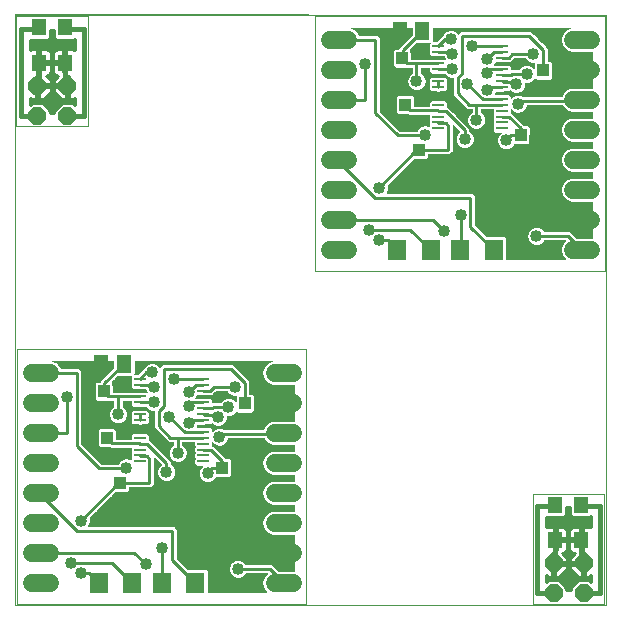
<source format=gtl>
G75*
%MOIN*%
%OFA0B0*%
%FSLAX25Y25*%
%IPPOS*%
%LPD*%
%AMOC8*
5,1,8,0,0,1.08239X$1,22.5*
%
%ADD10C,0.00000*%
%ADD11R,0.03937X0.00866*%
%ADD12R,0.03937X0.04331*%
%ADD13R,0.05118X0.05906*%
%ADD14C,0.06000*%
%ADD15R,0.06299X0.07098*%
%ADD16R,0.04902X0.05701*%
%ADD17OC8,0.06000*%
%ADD18C,0.01000*%
%ADD19C,0.04000*%
%ADD20C,0.00050*%
%ADD21C,0.01600*%
D10*
X0001118Y0001050D02*
X0197969Y0001050D01*
X0197969Y0197900D01*
X0001118Y0197900D01*
X0001118Y0001050D01*
X0197969Y0001050D01*
X0197969Y0197900D01*
X0001020Y0197959D01*
X0001118Y0001050D01*
X0001618Y0001550D02*
X0001618Y0086550D01*
X0098118Y0086550D01*
X0098118Y0001550D01*
X0001618Y0001550D01*
X0101118Y0112550D02*
X0101118Y0197550D01*
X0197618Y0197550D01*
X0197618Y0112550D01*
X0101118Y0112550D01*
X0173618Y0038261D02*
X0173618Y0001550D01*
X0197569Y0001550D01*
X0197569Y0038261D01*
X0173618Y0038261D01*
X0025451Y0160652D02*
X0025451Y0197363D01*
X0001500Y0197363D01*
X0001500Y0160652D01*
X0025451Y0160652D01*
D11*
X0042618Y0076550D03*
X0042618Y0074581D03*
X0042618Y0072613D03*
X0042618Y0070644D03*
X0042618Y0068676D03*
X0042618Y0066707D03*
X0042618Y0064739D03*
X0042618Y0062770D03*
X0042618Y0060802D03*
X0042618Y0058833D03*
X0042618Y0056865D03*
X0042618Y0054896D03*
X0042618Y0052928D03*
X0042618Y0050959D03*
X0042618Y0048991D03*
X0063878Y0048991D03*
X0063878Y0050959D03*
X0063878Y0052928D03*
X0063878Y0054896D03*
X0063878Y0056865D03*
X0063878Y0058833D03*
X0063878Y0060802D03*
X0063878Y0062770D03*
X0063878Y0064739D03*
X0063878Y0066707D03*
X0063878Y0068676D03*
X0063878Y0070644D03*
X0063878Y0072613D03*
X0063878Y0074581D03*
X0063878Y0076550D03*
X0142118Y0159991D03*
X0142118Y0161959D03*
X0142118Y0163928D03*
X0142118Y0165896D03*
X0142118Y0167865D03*
X0142118Y0169833D03*
X0142118Y0171802D03*
X0142118Y0173770D03*
X0142118Y0175739D03*
X0142118Y0177707D03*
X0142118Y0179676D03*
X0142118Y0181644D03*
X0142118Y0183613D03*
X0142118Y0185581D03*
X0142118Y0187550D03*
X0163378Y0187550D03*
X0163378Y0185581D03*
X0163378Y0183613D03*
X0163378Y0181644D03*
X0163378Y0179676D03*
X0163378Y0177707D03*
X0163378Y0175739D03*
X0163378Y0173770D03*
X0163378Y0171802D03*
X0163378Y0169833D03*
X0163378Y0167865D03*
X0163378Y0165896D03*
X0163378Y0163928D03*
X0163378Y0161959D03*
X0163378Y0159991D03*
D12*
X0169618Y0157896D03*
X0169618Y0151204D03*
X0177118Y0172704D03*
X0177118Y0179396D03*
X0135618Y0152896D03*
X0135618Y0146204D03*
X0131118Y0161204D03*
X0131118Y0167896D03*
X0130118Y0176704D03*
X0130118Y0183396D03*
X0030618Y0072396D03*
X0030618Y0065704D03*
X0031618Y0056896D03*
X0031618Y0050204D03*
X0036118Y0041896D03*
X0036118Y0035204D03*
X0070118Y0040204D03*
X0070118Y0046896D03*
X0077618Y0061704D03*
X0077618Y0068396D03*
D13*
X0037358Y0081550D03*
X0029878Y0081550D03*
X0129378Y0192550D03*
X0136858Y0192550D03*
D14*
X0112118Y0189550D02*
X0106118Y0189550D01*
X0106118Y0179550D02*
X0112118Y0179550D01*
X0112118Y0169550D02*
X0106118Y0169550D01*
X0106118Y0159550D02*
X0112118Y0159550D01*
X0112118Y0149550D02*
X0106118Y0149550D01*
X0106118Y0139550D02*
X0112118Y0139550D01*
X0112118Y0129550D02*
X0106118Y0129550D01*
X0106118Y0119550D02*
X0112118Y0119550D01*
X0093618Y0078550D02*
X0087618Y0078550D01*
X0087618Y0068550D02*
X0093618Y0068550D01*
X0093618Y0058550D02*
X0087618Y0058550D01*
X0087618Y0048550D02*
X0093618Y0048550D01*
X0093618Y0038550D02*
X0087618Y0038550D01*
X0087618Y0028550D02*
X0093618Y0028550D01*
X0093618Y0018550D02*
X0087618Y0018550D01*
X0087618Y0008550D02*
X0093618Y0008550D01*
X0012618Y0008550D02*
X0006618Y0008550D01*
X0006618Y0018550D02*
X0012618Y0018550D01*
X0012618Y0028550D02*
X0006618Y0028550D01*
X0006618Y0038550D02*
X0012618Y0038550D01*
X0012618Y0048550D02*
X0006618Y0048550D01*
X0006618Y0058550D02*
X0012618Y0058550D01*
X0012618Y0068550D02*
X0006618Y0068550D01*
X0006618Y0078550D02*
X0012618Y0078550D01*
X0187118Y0119550D02*
X0193118Y0119550D01*
X0193118Y0129550D02*
X0187118Y0129550D01*
X0187118Y0139550D02*
X0193118Y0139550D01*
X0193118Y0149550D02*
X0187118Y0149550D01*
X0187118Y0159550D02*
X0193118Y0159550D01*
X0193118Y0169550D02*
X0187118Y0169550D01*
X0187118Y0179550D02*
X0193118Y0179550D01*
X0193118Y0189550D02*
X0187118Y0189550D01*
D15*
X0160717Y0119550D03*
X0149520Y0119550D03*
X0139717Y0119550D03*
X0128520Y0119550D03*
X0061217Y0008550D03*
X0050020Y0008550D03*
X0040217Y0008550D03*
X0029020Y0008550D03*
D16*
X0181118Y0022849D03*
X0189819Y0022849D03*
X0189819Y0034550D03*
X0181118Y0034550D03*
X0017701Y0181952D03*
X0009000Y0181952D03*
X0009000Y0193652D03*
X0017701Y0193652D03*
D17*
X0018500Y0174152D03*
X0018500Y0164152D03*
X0008500Y0164152D03*
X0008500Y0174152D03*
X0180618Y0015050D03*
X0180618Y0005050D03*
X0190618Y0005050D03*
X0190618Y0015050D03*
D18*
X0190118Y0015029D02*
X0181118Y0015029D01*
X0181118Y0014550D02*
X0181118Y0015550D01*
X0180118Y0015550D01*
X0180118Y0018499D01*
X0180618Y0018499D01*
X0180618Y0022349D01*
X0181618Y0022349D01*
X0181618Y0019550D01*
X0181118Y0019550D01*
X0181118Y0015550D01*
X0185118Y0015550D01*
X0185118Y0016914D01*
X0183533Y0018499D01*
X0183766Y0018499D01*
X0184148Y0018601D01*
X0184490Y0018799D01*
X0184769Y0019078D01*
X0184967Y0019420D01*
X0185069Y0019801D01*
X0185069Y0022349D01*
X0181618Y0022349D01*
X0181618Y0023349D01*
X0185069Y0023349D01*
X0185069Y0025897D01*
X0184967Y0026279D01*
X0184769Y0026621D01*
X0184490Y0026900D01*
X0184148Y0027097D01*
X0183766Y0027200D01*
X0181618Y0027200D01*
X0181618Y0023349D01*
X0180618Y0023349D01*
X0180618Y0027200D01*
X0178470Y0027200D01*
X0178118Y0027105D01*
X0178118Y0030410D01*
X0178129Y0030400D01*
X0184107Y0030400D01*
X0184869Y0031161D01*
X0184869Y0033761D01*
X0186068Y0033761D01*
X0186068Y0031161D01*
X0186830Y0030400D01*
X0192808Y0030400D01*
X0193069Y0030660D01*
X0193069Y0026970D01*
X0192849Y0027097D01*
X0192467Y0027200D01*
X0190319Y0027200D01*
X0190319Y0023349D01*
X0189319Y0023349D01*
X0189319Y0022349D01*
X0190319Y0022349D01*
X0190319Y0018499D01*
X0191118Y0018499D01*
X0191118Y0015550D01*
X0190118Y0015550D01*
X0190118Y0014550D01*
X0186118Y0014550D01*
X0186118Y0013186D01*
X0188754Y0010550D01*
X0190118Y0010550D01*
X0190118Y0014550D01*
X0191118Y0014550D01*
X0191118Y0010550D01*
X0192482Y0010550D01*
X0193069Y0011137D01*
X0193069Y0008680D01*
X0192399Y0009350D01*
X0188837Y0009350D01*
X0186318Y0006831D01*
X0186318Y0006050D01*
X0184918Y0006050D01*
X0184918Y0006831D01*
X0182399Y0009350D01*
X0178837Y0009350D01*
X0178118Y0008631D01*
X0178118Y0011186D01*
X0178754Y0010550D01*
X0180118Y0010550D01*
X0180118Y0014550D01*
X0181118Y0014550D01*
X0181118Y0010550D01*
X0182482Y0010550D01*
X0185118Y0013186D01*
X0185118Y0014550D01*
X0181118Y0014550D01*
X0181118Y0014031D02*
X0180118Y0014031D01*
X0180118Y0013032D02*
X0181118Y0013032D01*
X0181118Y0012034D02*
X0180118Y0012034D01*
X0180118Y0011035D02*
X0181118Y0011035D01*
X0182967Y0011035D02*
X0188269Y0011035D01*
X0187271Y0012034D02*
X0183966Y0012034D01*
X0184964Y0013032D02*
X0186272Y0013032D01*
X0186118Y0014031D02*
X0185118Y0014031D01*
X0186118Y0015550D02*
X0186118Y0016914D01*
X0187703Y0018499D01*
X0187171Y0018499D01*
X0186789Y0018601D01*
X0186447Y0018799D01*
X0186168Y0019078D01*
X0185970Y0019420D01*
X0185868Y0019801D01*
X0185868Y0022349D01*
X0189319Y0022349D01*
X0189319Y0019550D01*
X0190118Y0019550D01*
X0190118Y0015550D01*
X0186118Y0015550D01*
X0186118Y0016028D02*
X0185118Y0016028D01*
X0185006Y0017026D02*
X0186230Y0017026D01*
X0187229Y0018025D02*
X0184007Y0018025D01*
X0184715Y0019023D02*
X0186222Y0019023D01*
X0185868Y0020022D02*
X0185069Y0020022D01*
X0185069Y0021020D02*
X0185868Y0021020D01*
X0185868Y0022019D02*
X0185069Y0022019D01*
X0185868Y0023349D02*
X0185868Y0025897D01*
X0185970Y0026279D01*
X0186168Y0026621D01*
X0186447Y0026900D01*
X0186789Y0027097D01*
X0187171Y0027200D01*
X0189319Y0027200D01*
X0189319Y0023349D01*
X0185868Y0023349D01*
X0185868Y0024016D02*
X0185069Y0024016D01*
X0185069Y0025014D02*
X0185868Y0025014D01*
X0185899Y0026013D02*
X0185038Y0026013D01*
X0184297Y0027011D02*
X0186640Y0027011D01*
X0189319Y0027011D02*
X0190319Y0027011D01*
X0190319Y0026013D02*
X0189319Y0026013D01*
X0189319Y0025014D02*
X0190319Y0025014D01*
X0190319Y0024016D02*
X0189319Y0024016D01*
X0189319Y0023017D02*
X0181618Y0023017D01*
X0181618Y0022019D02*
X0180618Y0022019D01*
X0180618Y0021020D02*
X0181618Y0021020D01*
X0181618Y0020022D02*
X0180618Y0020022D01*
X0180618Y0019023D02*
X0181118Y0019023D01*
X0181118Y0018025D02*
X0180118Y0018025D01*
X0180118Y0017026D02*
X0181118Y0017026D01*
X0181118Y0016028D02*
X0180118Y0016028D01*
X0178269Y0011035D02*
X0178118Y0011035D01*
X0178118Y0010037D02*
X0193069Y0010037D01*
X0193069Y0011035D02*
X0192967Y0011035D01*
X0191118Y0011035D02*
X0190118Y0011035D01*
X0190118Y0012034D02*
X0191118Y0012034D01*
X0191118Y0013032D02*
X0190118Y0013032D01*
X0190118Y0014031D02*
X0191118Y0014031D01*
X0191118Y0016028D02*
X0190118Y0016028D01*
X0190118Y0017026D02*
X0191118Y0017026D01*
X0191118Y0018025D02*
X0190118Y0018025D01*
X0190118Y0019023D02*
X0190319Y0019023D01*
X0190319Y0020022D02*
X0189319Y0020022D01*
X0189319Y0021020D02*
X0190319Y0021020D01*
X0190319Y0022019D02*
X0189319Y0022019D01*
X0192998Y0027011D02*
X0193069Y0027011D01*
X0193069Y0028010D02*
X0178118Y0028010D01*
X0178118Y0029008D02*
X0193069Y0029008D01*
X0193069Y0030007D02*
X0178118Y0030007D01*
X0180618Y0027011D02*
X0181618Y0027011D01*
X0181618Y0026013D02*
X0180618Y0026013D01*
X0180618Y0025014D02*
X0181618Y0025014D01*
X0181618Y0024016D02*
X0180618Y0024016D01*
X0184713Y0031005D02*
X0186224Y0031005D01*
X0186068Y0032004D02*
X0184869Y0032004D01*
X0184869Y0033002D02*
X0186068Y0033002D01*
X0188525Y0009038D02*
X0182711Y0009038D01*
X0183710Y0008040D02*
X0187527Y0008040D01*
X0186528Y0007041D02*
X0184708Y0007041D01*
X0178525Y0009038D02*
X0178118Y0009038D01*
X0192711Y0009038D02*
X0193069Y0009038D01*
X0090618Y0008550D02*
X0086018Y0013150D01*
X0075418Y0013150D01*
X0061217Y0008550D02*
X0061118Y0008550D01*
X0053418Y0016250D01*
X0053418Y0025950D01*
X0021618Y0025950D01*
X0009618Y0037950D01*
X0009618Y0038550D01*
X0023018Y0029250D02*
X0035418Y0041650D01*
X0035718Y0041650D01*
X0036118Y0041896D01*
X0036118Y0041950D01*
X0045918Y0041950D01*
X0045918Y0049950D01*
X0045118Y0050750D01*
X0042818Y0050750D01*
X0042618Y0050950D01*
X0042618Y0050959D01*
X0043018Y0054750D02*
X0042618Y0054896D01*
X0042618Y0054950D01*
X0042518Y0055050D01*
X0033418Y0055050D01*
X0031618Y0056850D01*
X0031618Y0056896D01*
X0030218Y0061150D02*
X0028318Y0061150D01*
X0028318Y0053550D01*
X0031618Y0050250D01*
X0031618Y0050204D01*
X0029118Y0046650D02*
X0021718Y0054050D01*
X0021718Y0078550D01*
X0009618Y0078550D01*
X0018418Y0070450D02*
X0018418Y0058550D01*
X0009618Y0058550D01*
X0025818Y0064750D02*
X0026918Y0065850D01*
X0027318Y0066150D01*
X0030418Y0066150D01*
X0030618Y0065704D01*
X0030618Y0061450D01*
X0030218Y0061150D01*
X0030618Y0061450D02*
X0039318Y0061450D01*
X0039318Y0065750D01*
X0040118Y0066550D01*
X0042518Y0066550D01*
X0042618Y0066650D01*
X0042618Y0066707D01*
X0042618Y0064739D02*
X0042618Y0062770D01*
X0042218Y0060950D02*
X0042618Y0060802D01*
X0042618Y0058833D01*
X0043018Y0058650D01*
X0045118Y0058650D01*
X0046818Y0056950D01*
X0049718Y0056950D01*
X0049718Y0052750D01*
X0053918Y0048550D01*
X0054818Y0048550D01*
X0054818Y0040150D01*
X0041018Y0040150D01*
X0036118Y0035250D01*
X0036118Y0035204D01*
X0037918Y0046650D02*
X0029118Y0046650D01*
X0037918Y0046650D02*
X0038218Y0046950D01*
X0043018Y0054750D02*
X0045118Y0054750D01*
X0051518Y0048350D01*
X0051518Y0045450D01*
X0054818Y0040150D02*
X0070118Y0040150D01*
X0070118Y0040204D01*
X0070418Y0040650D01*
X0073418Y0040650D01*
X0073418Y0046950D01*
X0079818Y0053350D01*
X0076518Y0060550D02*
X0077618Y0061650D01*
X0077618Y0061704D01*
X0078018Y0061950D01*
X0084618Y0068550D01*
X0090618Y0068550D01*
X0090618Y0058550D02*
X0090218Y0058150D01*
X0070118Y0058150D01*
X0069218Y0057250D01*
X0067318Y0060550D02*
X0076518Y0060550D01*
X0072218Y0067150D02*
X0067318Y0067150D01*
X0066918Y0066750D01*
X0064018Y0066750D01*
X0063918Y0066650D01*
X0063878Y0066707D01*
X0063818Y0068650D02*
X0063878Y0068676D01*
X0063818Y0068650D02*
X0060218Y0068650D01*
X0059018Y0067450D01*
X0059818Y0062750D02*
X0059018Y0061950D01*
X0059818Y0062750D02*
X0063818Y0062750D01*
X0063878Y0062770D01*
X0064418Y0064550D02*
X0068018Y0064550D01*
X0068718Y0063850D01*
X0067118Y0060750D02*
X0067318Y0060550D01*
X0067118Y0060750D02*
X0063918Y0060750D01*
X0063878Y0060802D01*
X0063878Y0058833D02*
X0063818Y0058750D01*
X0060518Y0058750D01*
X0060418Y0058650D01*
X0057618Y0058650D01*
X0052418Y0063850D01*
X0049118Y0065750D02*
X0050718Y0067350D01*
X0050718Y0079850D01*
X0073018Y0079850D01*
X0077618Y0075250D01*
X0077618Y0068396D01*
X0074318Y0073850D02*
X0067418Y0073850D01*
X0066118Y0072550D01*
X0063918Y0072550D01*
X0063878Y0072613D01*
X0063818Y0074550D02*
X0063878Y0074581D01*
X0063818Y0074550D02*
X0061318Y0074550D01*
X0059018Y0072250D01*
X0063878Y0076550D02*
X0054018Y0076550D01*
X0047418Y0073950D02*
X0046818Y0074550D01*
X0042618Y0074550D01*
X0042618Y0074581D01*
X0042518Y0072750D02*
X0037018Y0072750D01*
X0035418Y0074350D01*
X0035418Y0070750D02*
X0032218Y0070750D01*
X0030618Y0072350D01*
X0030618Y0072396D01*
X0030818Y0072850D01*
X0030818Y0075050D01*
X0037318Y0081550D01*
X0037358Y0081550D01*
X0042618Y0076550D02*
X0044818Y0078750D01*
X0046818Y0078750D01*
X0042518Y0072750D02*
X0042618Y0072650D01*
X0042618Y0072613D01*
X0042518Y0070750D02*
X0035418Y0070750D01*
X0035418Y0064750D01*
X0039318Y0061450D02*
X0039318Y0060950D01*
X0042218Y0060950D01*
X0049118Y0060650D02*
X0049118Y0065750D01*
X0047418Y0068750D02*
X0042618Y0068750D01*
X0042618Y0068676D01*
X0042618Y0070644D02*
X0042618Y0070650D01*
X0042518Y0070750D01*
X0049118Y0060650D02*
X0052918Y0056850D01*
X0055318Y0056850D01*
X0055318Y0051850D01*
X0055318Y0056850D02*
X0063818Y0056850D01*
X0063878Y0056865D01*
X0063878Y0052928D02*
X0063918Y0052850D01*
X0064018Y0052750D01*
X0066418Y0052750D01*
X0070118Y0049050D01*
X0070118Y0046896D01*
X0069718Y0046650D01*
X0066918Y0046650D01*
X0065318Y0045050D01*
X0069418Y0039750D02*
X0070118Y0040204D01*
X0069418Y0039750D02*
X0090618Y0018550D01*
X0050118Y0020050D02*
X0050118Y0008550D01*
X0050020Y0008550D01*
X0044718Y0014650D02*
X0040818Y0018550D01*
X0009618Y0018550D01*
X0019718Y0015250D02*
X0033418Y0015250D01*
X0040118Y0008550D01*
X0040217Y0008550D01*
X0029020Y0008550D02*
X0029018Y0008550D01*
X0025818Y0011750D01*
X0023018Y0011750D01*
X0063878Y0064739D02*
X0063918Y0064750D01*
X0064218Y0064750D01*
X0064418Y0064550D01*
X0064218Y0070550D02*
X0068818Y0070550D01*
X0064218Y0070550D02*
X0064118Y0070650D01*
X0063918Y0070650D01*
X0063878Y0070644D01*
X0029878Y0081550D02*
X0029818Y0081550D01*
X0027318Y0079050D01*
X0027318Y0066150D01*
X0109118Y0129550D02*
X0140318Y0129550D01*
X0144218Y0125650D01*
X0139717Y0119550D02*
X0139618Y0119550D01*
X0132918Y0126250D01*
X0119218Y0126250D01*
X0122518Y0122750D02*
X0125318Y0122750D01*
X0128518Y0119550D01*
X0128520Y0119550D01*
X0121118Y0136950D02*
X0109118Y0148950D01*
X0109118Y0149550D01*
X0121118Y0136950D02*
X0152918Y0136950D01*
X0152918Y0127250D01*
X0160618Y0119550D01*
X0160717Y0119550D01*
X0149618Y0119550D02*
X0149520Y0119550D01*
X0149618Y0119550D02*
X0149618Y0131050D01*
X0135618Y0146204D02*
X0135618Y0146250D01*
X0140518Y0151150D01*
X0154318Y0151150D01*
X0154318Y0159550D01*
X0153418Y0159550D01*
X0149218Y0163750D01*
X0149218Y0167950D01*
X0146318Y0167950D01*
X0144618Y0169650D01*
X0142518Y0169650D01*
X0142118Y0169833D01*
X0142118Y0171802D01*
X0141718Y0171950D01*
X0138818Y0171950D01*
X0138818Y0172450D01*
X0130118Y0172450D01*
X0129718Y0172150D01*
X0127818Y0172150D01*
X0127818Y0164550D01*
X0131118Y0161250D01*
X0131118Y0161204D01*
X0128618Y0157650D02*
X0121218Y0165050D01*
X0121218Y0189550D01*
X0109118Y0189550D01*
X0117918Y0181450D02*
X0117918Y0169550D01*
X0109118Y0169550D01*
X0125318Y0175750D02*
X0126418Y0176850D01*
X0126818Y0177150D01*
X0129918Y0177150D01*
X0130118Y0176704D01*
X0130118Y0172450D01*
X0131118Y0167896D02*
X0131118Y0167850D01*
X0132918Y0166050D01*
X0142018Y0166050D01*
X0142118Y0165950D01*
X0142118Y0165896D01*
X0142518Y0165750D01*
X0144618Y0165750D01*
X0151018Y0159350D01*
X0151018Y0156450D01*
X0154318Y0151150D02*
X0169618Y0151150D01*
X0169618Y0151204D01*
X0169918Y0151650D01*
X0172918Y0151650D01*
X0172918Y0157950D01*
X0179318Y0164350D01*
X0176018Y0171550D02*
X0177118Y0172650D01*
X0177118Y0172704D01*
X0177518Y0172950D01*
X0184118Y0179550D01*
X0190118Y0179550D01*
X0190118Y0169550D02*
X0189718Y0169150D01*
X0169618Y0169150D01*
X0168718Y0168250D01*
X0166818Y0171550D02*
X0176018Y0171550D01*
X0171718Y0178150D02*
X0166818Y0178150D01*
X0166418Y0177750D01*
X0163518Y0177750D01*
X0163418Y0177650D01*
X0163378Y0177707D01*
X0163318Y0179650D02*
X0163378Y0179676D01*
X0163318Y0179650D02*
X0159718Y0179650D01*
X0158518Y0178450D01*
X0159318Y0173750D02*
X0158518Y0172950D01*
X0159318Y0173750D02*
X0163318Y0173750D01*
X0163378Y0173770D01*
X0163918Y0175550D02*
X0167518Y0175550D01*
X0168218Y0174850D01*
X0166618Y0171750D02*
X0166818Y0171550D01*
X0166618Y0171750D02*
X0163418Y0171750D01*
X0163378Y0171802D01*
X0163378Y0169833D02*
X0163318Y0169750D01*
X0160018Y0169750D01*
X0159918Y0169650D01*
X0157118Y0169650D01*
X0151918Y0174850D01*
X0148618Y0176750D02*
X0148618Y0171650D01*
X0152418Y0167850D01*
X0154818Y0167850D01*
X0154818Y0162850D01*
X0154818Y0167850D02*
X0163318Y0167850D01*
X0163378Y0167865D01*
X0163378Y0163928D02*
X0163418Y0163850D01*
X0163518Y0163750D01*
X0165918Y0163750D01*
X0169618Y0160050D01*
X0169618Y0157896D01*
X0169218Y0157650D01*
X0166418Y0157650D01*
X0164818Y0156050D01*
X0168918Y0150750D02*
X0169618Y0151204D01*
X0168918Y0150750D02*
X0190118Y0129550D01*
X0185518Y0124150D02*
X0174918Y0124150D01*
X0185518Y0124150D02*
X0190118Y0119550D01*
X0145418Y0152950D02*
X0135618Y0152950D01*
X0135618Y0152896D01*
X0135218Y0152650D01*
X0134918Y0152650D01*
X0122518Y0140250D01*
X0128618Y0157650D02*
X0137418Y0157650D01*
X0137718Y0157950D01*
X0142118Y0161950D02*
X0142118Y0161959D01*
X0142118Y0161950D02*
X0142318Y0161750D01*
X0144618Y0161750D01*
X0145418Y0160950D01*
X0145418Y0152950D01*
X0138818Y0172450D02*
X0138818Y0176750D01*
X0139618Y0177550D01*
X0142018Y0177550D01*
X0142118Y0177650D01*
X0142118Y0177707D01*
X0142118Y0175739D02*
X0142118Y0173770D01*
X0142118Y0179676D02*
X0142118Y0179750D01*
X0146918Y0179750D01*
X0148618Y0176750D02*
X0150218Y0178350D01*
X0150218Y0190850D01*
X0172518Y0190850D01*
X0177118Y0186250D01*
X0177118Y0179396D01*
X0173818Y0184850D02*
X0166918Y0184850D01*
X0165618Y0183550D01*
X0163418Y0183550D01*
X0163378Y0183613D01*
X0163318Y0185550D02*
X0163378Y0185581D01*
X0163318Y0185550D02*
X0160818Y0185550D01*
X0158518Y0183250D01*
X0163378Y0187550D02*
X0153518Y0187550D01*
X0146918Y0184950D02*
X0146318Y0185550D01*
X0142118Y0185550D01*
X0142118Y0185581D01*
X0142018Y0183750D02*
X0136518Y0183750D01*
X0134918Y0185350D01*
X0134918Y0181750D02*
X0131718Y0181750D01*
X0130118Y0183350D01*
X0130118Y0183396D01*
X0130318Y0183850D01*
X0130318Y0186050D01*
X0136818Y0192550D01*
X0136858Y0192550D01*
X0142118Y0187550D02*
X0144318Y0189750D01*
X0146318Y0189750D01*
X0142018Y0183750D02*
X0142118Y0183650D01*
X0142118Y0183613D01*
X0142018Y0181750D02*
X0134918Y0181750D01*
X0134918Y0175750D01*
X0126818Y0177150D02*
X0126818Y0190050D01*
X0129318Y0192550D01*
X0129378Y0192550D01*
X0142018Y0181750D02*
X0142118Y0181650D01*
X0142118Y0181644D01*
X0163378Y0181644D02*
X0163418Y0181650D01*
X0163618Y0181650D01*
X0163718Y0181550D01*
X0168318Y0181550D01*
X0163718Y0175750D02*
X0163918Y0175550D01*
X0163718Y0175750D02*
X0163418Y0175750D01*
X0163378Y0175739D01*
X0020951Y0170239D02*
X0020951Y0167783D01*
X0020281Y0168452D01*
X0016719Y0168452D01*
X0014200Y0165933D01*
X0014200Y0165152D01*
X0012800Y0165152D01*
X0012800Y0165933D01*
X0010281Y0168452D01*
X0006719Y0168452D01*
X0006000Y0167733D01*
X0006000Y0170288D01*
X0006636Y0169652D01*
X0008000Y0169652D01*
X0008000Y0173652D01*
X0009000Y0173652D01*
X0009000Y0169652D01*
X0010364Y0169652D01*
X0013000Y0172288D01*
X0013000Y0173652D01*
X0009000Y0173652D01*
X0009000Y0174652D01*
X0013000Y0174652D01*
X0013000Y0176016D01*
X0011415Y0177601D01*
X0011648Y0177601D01*
X0012030Y0177703D01*
X0012372Y0177901D01*
X0012651Y0178180D01*
X0012849Y0178522D01*
X0012951Y0178904D01*
X0012951Y0181452D01*
X0009500Y0181452D01*
X0009500Y0182452D01*
X0008500Y0182452D01*
X0008500Y0186302D01*
X0006352Y0186302D01*
X0006000Y0186208D01*
X0006000Y0189513D01*
X0006011Y0189502D01*
X0011989Y0189502D01*
X0012751Y0190263D01*
X0012751Y0192863D01*
X0013950Y0192863D01*
X0013950Y0190263D01*
X0014712Y0189502D01*
X0020690Y0189502D01*
X0020951Y0189763D01*
X0020951Y0186073D01*
X0020731Y0186200D01*
X0020349Y0186302D01*
X0018201Y0186302D01*
X0018201Y0182452D01*
X0017201Y0182452D01*
X0017201Y0186302D01*
X0015053Y0186302D01*
X0014671Y0186200D01*
X0014329Y0186002D01*
X0014050Y0185723D01*
X0013852Y0185381D01*
X0013750Y0184999D01*
X0013750Y0182452D01*
X0017201Y0182452D01*
X0017201Y0181452D01*
X0013750Y0181452D01*
X0013750Y0178904D01*
X0013852Y0178522D01*
X0014050Y0178180D01*
X0014329Y0177901D01*
X0014671Y0177703D01*
X0015053Y0177601D01*
X0015585Y0177601D01*
X0014000Y0176016D01*
X0014000Y0174652D01*
X0018000Y0174652D01*
X0018000Y0173652D01*
X0019000Y0173652D01*
X0019000Y0169652D01*
X0020364Y0169652D01*
X0020951Y0170239D01*
X0020951Y0169798D02*
X0020510Y0169798D01*
X0020951Y0168800D02*
X0006000Y0168800D01*
X0006000Y0169798D02*
X0006490Y0169798D01*
X0008000Y0169798D02*
X0009000Y0169798D01*
X0009000Y0170797D02*
X0008000Y0170797D01*
X0008000Y0171795D02*
X0009000Y0171795D01*
X0009000Y0172794D02*
X0008000Y0172794D01*
X0009000Y0173792D02*
X0018000Y0173792D01*
X0018000Y0173652D02*
X0014000Y0173652D01*
X0014000Y0172288D01*
X0016636Y0169652D01*
X0018000Y0169652D01*
X0018000Y0173652D01*
X0018000Y0172794D02*
X0019000Y0172794D01*
X0019000Y0171795D02*
X0018000Y0171795D01*
X0018000Y0170797D02*
X0019000Y0170797D01*
X0019000Y0169798D02*
X0018000Y0169798D01*
X0016490Y0169798D02*
X0010510Y0169798D01*
X0011509Y0170797D02*
X0015491Y0170797D01*
X0014493Y0171795D02*
X0012507Y0171795D01*
X0013000Y0172794D02*
X0014000Y0172794D01*
X0014000Y0174791D02*
X0013000Y0174791D01*
X0013000Y0175789D02*
X0014000Y0175789D01*
X0014772Y0176788D02*
X0012228Y0176788D01*
X0012174Y0177787D02*
X0014527Y0177787D01*
X0013782Y0178785D02*
X0012919Y0178785D01*
X0012951Y0179784D02*
X0013750Y0179784D01*
X0013750Y0180782D02*
X0012951Y0180782D01*
X0012951Y0182452D02*
X0012951Y0184999D01*
X0012849Y0185381D01*
X0012651Y0185723D01*
X0012372Y0186002D01*
X0012030Y0186200D01*
X0011648Y0186302D01*
X0009500Y0186302D01*
X0009500Y0182452D01*
X0012951Y0182452D01*
X0012951Y0182779D02*
X0013750Y0182779D01*
X0013750Y0183778D02*
X0012951Y0183778D01*
X0012951Y0184776D02*
X0013750Y0184776D01*
X0014101Y0185775D02*
X0012599Y0185775D01*
X0009500Y0185775D02*
X0008500Y0185775D01*
X0008500Y0184776D02*
X0009500Y0184776D01*
X0009500Y0183778D02*
X0008500Y0183778D01*
X0008500Y0182779D02*
X0009500Y0182779D01*
X0009500Y0181781D02*
X0017201Y0181781D01*
X0017201Y0181452D02*
X0018201Y0181452D01*
X0018201Y0177601D01*
X0019000Y0177601D01*
X0019000Y0174652D01*
X0018000Y0174652D01*
X0018000Y0178652D01*
X0017201Y0178652D01*
X0017201Y0181452D01*
X0017201Y0180782D02*
X0018201Y0180782D01*
X0018201Y0179784D02*
X0017201Y0179784D01*
X0017201Y0178785D02*
X0018201Y0178785D01*
X0018201Y0177787D02*
X0018000Y0177787D01*
X0018000Y0176788D02*
X0019000Y0176788D01*
X0019000Y0175789D02*
X0018000Y0175789D01*
X0018000Y0174791D02*
X0019000Y0174791D01*
X0020932Y0167801D02*
X0020951Y0167801D01*
X0016068Y0167801D02*
X0010932Y0167801D01*
X0011931Y0166803D02*
X0015069Y0166803D01*
X0014200Y0165804D02*
X0012800Y0165804D01*
X0006068Y0167801D02*
X0006000Y0167801D01*
X0008000Y0174652D02*
X0008000Y0177601D01*
X0008500Y0177601D01*
X0008500Y0181452D01*
X0009500Y0181452D01*
X0009500Y0178652D01*
X0009000Y0178652D01*
X0009000Y0174652D01*
X0008000Y0174652D01*
X0008000Y0174791D02*
X0009000Y0174791D01*
X0009000Y0175789D02*
X0008000Y0175789D01*
X0008000Y0176788D02*
X0009000Y0176788D01*
X0009000Y0177787D02*
X0008500Y0177787D01*
X0008500Y0178785D02*
X0009500Y0178785D01*
X0009500Y0179784D02*
X0008500Y0179784D01*
X0008500Y0180782D02*
X0009500Y0180782D01*
X0006000Y0186773D02*
X0020951Y0186773D01*
X0020951Y0187772D02*
X0006000Y0187772D01*
X0006000Y0188770D02*
X0020951Y0188770D01*
X0018201Y0185775D02*
X0017201Y0185775D01*
X0017201Y0184776D02*
X0018201Y0184776D01*
X0018201Y0183778D02*
X0017201Y0183778D01*
X0017201Y0182779D02*
X0018201Y0182779D01*
X0014445Y0189769D02*
X0012256Y0189769D01*
X0012751Y0190767D02*
X0013950Y0190767D01*
X0013950Y0191766D02*
X0012751Y0191766D01*
X0012751Y0192764D02*
X0013950Y0192764D01*
D19*
X0117918Y0181450D03*
X0125318Y0175750D03*
X0134918Y0175750D03*
X0134918Y0185350D03*
X0146918Y0184950D03*
X0146918Y0179750D03*
X0151918Y0174850D03*
X0158518Y0172950D03*
X0158518Y0178450D03*
X0158518Y0183250D03*
X0153518Y0187550D03*
X0146318Y0189750D03*
X0168318Y0181550D03*
X0171718Y0178150D03*
X0168218Y0174850D03*
X0168718Y0168250D03*
X0179318Y0164350D03*
X0164818Y0156050D03*
X0154818Y0162850D03*
X0151018Y0156450D03*
X0137718Y0157950D03*
X0122518Y0140250D03*
X0119218Y0126250D03*
X0122518Y0122750D03*
X0144218Y0125650D03*
X0149618Y0131050D03*
X0174918Y0124150D03*
X0173818Y0184850D03*
X0074318Y0073850D03*
X0068818Y0070550D03*
X0072218Y0067150D03*
X0068718Y0063850D03*
X0069218Y0057250D03*
X0059018Y0061950D03*
X0059018Y0067450D03*
X0059018Y0072250D03*
X0054018Y0076550D03*
X0047418Y0073950D03*
X0046818Y0078750D03*
X0047418Y0068750D03*
X0052418Y0063850D03*
X0055318Y0051850D03*
X0051518Y0045450D03*
X0038218Y0046950D03*
X0035418Y0064750D03*
X0025818Y0064750D03*
X0018418Y0070450D03*
X0035418Y0074350D03*
X0065318Y0045050D03*
X0079818Y0053350D03*
X0050118Y0020050D03*
X0044718Y0014650D03*
X0023018Y0011750D03*
X0019718Y0015250D03*
X0023018Y0029250D03*
X0075418Y0013150D03*
D20*
X0072618Y0014294D02*
X0057531Y0014294D01*
X0057483Y0014342D02*
X0072638Y0014342D01*
X0072658Y0014391D02*
X0057434Y0014391D01*
X0057386Y0014439D02*
X0072678Y0014439D01*
X0072698Y0014488D02*
X0057337Y0014488D01*
X0057289Y0014536D02*
X0072718Y0014536D01*
X0072738Y0014585D02*
X0057240Y0014585D01*
X0057192Y0014633D02*
X0072758Y0014633D01*
X0072778Y0014682D02*
X0057143Y0014682D01*
X0057095Y0014730D02*
X0072798Y0014730D01*
X0072819Y0014779D02*
X0057046Y0014779D01*
X0056998Y0014827D02*
X0072839Y0014827D01*
X0072854Y0014864D02*
X0072393Y0013752D01*
X0072393Y0012548D01*
X0072854Y0011436D01*
X0073705Y0010586D01*
X0074816Y0010125D01*
X0076020Y0010125D01*
X0077132Y0010586D01*
X0077983Y0011436D01*
X0078061Y0011625D01*
X0085001Y0011625D01*
X0084206Y0010830D01*
X0083593Y0009351D01*
X0083593Y0007749D01*
X0084206Y0006270D01*
X0084901Y0005575D01*
X0065391Y0005575D01*
X0065391Y0012524D01*
X0064791Y0013124D01*
X0058701Y0013124D01*
X0054943Y0016882D01*
X0054943Y0026582D01*
X0054050Y0027475D01*
X0025521Y0027475D01*
X0025583Y0027536D01*
X0026043Y0028648D01*
X0026043Y0029852D01*
X0025965Y0030040D01*
X0034631Y0038706D01*
X0038511Y0038706D01*
X0039112Y0039307D01*
X0039112Y0040425D01*
X0046550Y0040425D01*
X0047443Y0041318D01*
X0047443Y0050268D01*
X0049751Y0047961D01*
X0048954Y0047164D01*
X0048493Y0046052D01*
X0048493Y0044848D01*
X0048954Y0043736D01*
X0049805Y0042886D01*
X0050916Y0042425D01*
X0052120Y0042425D01*
X0053232Y0042886D01*
X0054083Y0043736D01*
X0054543Y0044848D01*
X0054543Y0046052D01*
X0054083Y0047164D01*
X0053232Y0048014D01*
X0053043Y0048093D01*
X0053043Y0048982D01*
X0046643Y0055382D01*
X0045750Y0056275D01*
X0045612Y0056275D01*
X0045612Y0057723D01*
X0045011Y0058323D01*
X0040225Y0058323D01*
X0039625Y0057723D01*
X0039625Y0056575D01*
X0034612Y0056575D01*
X0034612Y0059486D01*
X0034011Y0060087D01*
X0029225Y0060087D01*
X0028625Y0059486D01*
X0028625Y0054307D01*
X0029225Y0053706D01*
X0032605Y0053706D01*
X0032786Y0053525D01*
X0039625Y0053525D01*
X0039625Y0052070D01*
X0039751Y0051944D01*
X0039625Y0051817D01*
X0039625Y0050102D01*
X0039751Y0049975D01*
X0039625Y0049849D01*
X0039625Y0049642D01*
X0038820Y0049975D01*
X0037616Y0049975D01*
X0036505Y0049514D01*
X0035654Y0048664D01*
X0035451Y0048175D01*
X0029750Y0048175D01*
X0023243Y0054682D01*
X0023243Y0079182D01*
X0022350Y0080075D01*
X0033686Y0080075D01*
X0033638Y0080026D02*
X0022398Y0080026D01*
X0022447Y0079978D02*
X0033589Y0079978D01*
X0033541Y0079929D02*
X0022495Y0079929D01*
X0022544Y0079881D02*
X0033492Y0079881D01*
X0033444Y0079832D02*
X0022592Y0079832D01*
X0022641Y0079784D02*
X0033395Y0079784D01*
X0033347Y0079735D02*
X0022689Y0079735D01*
X0022738Y0079687D02*
X0033298Y0079687D01*
X0033250Y0079638D02*
X0022786Y0079638D01*
X0022835Y0079590D02*
X0033201Y0079590D01*
X0033153Y0079541D02*
X0022883Y0079541D01*
X0022932Y0079493D02*
X0033104Y0079493D01*
X0033056Y0079444D02*
X0022980Y0079444D01*
X0023029Y0079396D02*
X0033007Y0079396D01*
X0032959Y0079347D02*
X0023077Y0079347D01*
X0023126Y0079299D02*
X0032910Y0079299D01*
X0032862Y0079250D02*
X0023175Y0079250D01*
X0023223Y0079202D02*
X0032813Y0079202D01*
X0032765Y0079153D02*
X0023243Y0079153D01*
X0023243Y0079105D02*
X0032716Y0079105D01*
X0032668Y0079056D02*
X0023243Y0079056D01*
X0023243Y0079008D02*
X0032619Y0079008D01*
X0032571Y0078959D02*
X0023243Y0078959D01*
X0023243Y0078911D02*
X0032522Y0078911D01*
X0032474Y0078862D02*
X0023243Y0078862D01*
X0023243Y0078814D02*
X0032425Y0078814D01*
X0032377Y0078765D02*
X0023243Y0078765D01*
X0023243Y0078717D02*
X0032328Y0078717D01*
X0032280Y0078668D02*
X0023243Y0078668D01*
X0023243Y0078620D02*
X0032231Y0078620D01*
X0032183Y0078571D02*
X0023243Y0078571D01*
X0023243Y0078523D02*
X0032134Y0078523D01*
X0032086Y0078474D02*
X0023243Y0078474D01*
X0023243Y0078426D02*
X0032037Y0078426D01*
X0031988Y0078377D02*
X0023243Y0078377D01*
X0023243Y0078329D02*
X0031940Y0078329D01*
X0031891Y0078280D02*
X0023243Y0078280D01*
X0023243Y0078232D02*
X0031843Y0078232D01*
X0031794Y0078183D02*
X0023243Y0078183D01*
X0023243Y0078134D02*
X0031746Y0078134D01*
X0031697Y0078086D02*
X0023243Y0078086D01*
X0023243Y0078037D02*
X0031649Y0078037D01*
X0031600Y0077989D02*
X0023243Y0077989D01*
X0023243Y0077940D02*
X0031552Y0077940D01*
X0031503Y0077892D02*
X0023243Y0077892D01*
X0023243Y0077843D02*
X0031455Y0077843D01*
X0031406Y0077795D02*
X0023243Y0077795D01*
X0023243Y0077746D02*
X0031358Y0077746D01*
X0031309Y0077698D02*
X0023243Y0077698D01*
X0023243Y0077649D02*
X0031261Y0077649D01*
X0031212Y0077601D02*
X0023243Y0077601D01*
X0023243Y0077552D02*
X0031164Y0077552D01*
X0031115Y0077504D02*
X0023243Y0077504D01*
X0023243Y0077455D02*
X0031067Y0077455D01*
X0031018Y0077407D02*
X0023243Y0077407D01*
X0023243Y0077358D02*
X0030970Y0077358D01*
X0030921Y0077310D02*
X0023243Y0077310D01*
X0023243Y0077261D02*
X0030873Y0077261D01*
X0030824Y0077213D02*
X0023243Y0077213D01*
X0023243Y0077164D02*
X0030776Y0077164D01*
X0030727Y0077116D02*
X0023243Y0077116D01*
X0023243Y0077067D02*
X0030679Y0077067D01*
X0030630Y0077019D02*
X0023243Y0077019D01*
X0023243Y0076970D02*
X0030582Y0076970D01*
X0030533Y0076922D02*
X0023243Y0076922D01*
X0023243Y0076873D02*
X0030485Y0076873D01*
X0030436Y0076825D02*
X0023243Y0076825D01*
X0023243Y0076776D02*
X0030388Y0076776D01*
X0030339Y0076728D02*
X0023243Y0076728D01*
X0023243Y0076679D02*
X0030291Y0076679D01*
X0030242Y0076631D02*
X0023243Y0076631D01*
X0023243Y0076582D02*
X0030194Y0076582D01*
X0030186Y0076575D02*
X0029293Y0075682D01*
X0029293Y0075587D01*
X0028225Y0075587D01*
X0027625Y0074986D01*
X0027625Y0069807D01*
X0028225Y0069206D01*
X0033011Y0069206D01*
X0033030Y0069225D01*
X0033893Y0069225D01*
X0033893Y0067393D01*
X0033705Y0067314D01*
X0032854Y0066464D01*
X0032393Y0065352D01*
X0032393Y0064148D01*
X0032854Y0063036D01*
X0033705Y0062186D01*
X0034816Y0061725D01*
X0036020Y0061725D01*
X0037132Y0062186D01*
X0037983Y0063036D01*
X0038443Y0064148D01*
X0038443Y0065352D01*
X0037983Y0066464D01*
X0037132Y0067314D01*
X0036943Y0067393D01*
X0036943Y0069225D01*
X0039625Y0069225D01*
X0039625Y0067818D01*
X0040225Y0067218D01*
X0041920Y0067218D01*
X0041986Y0067151D01*
X0043250Y0067151D01*
X0043317Y0067218D01*
X0044778Y0067218D01*
X0044854Y0067036D01*
X0045705Y0066186D01*
X0046816Y0065725D01*
X0047593Y0065725D01*
X0047593Y0060018D01*
X0048486Y0059125D01*
X0052286Y0055325D01*
X0053793Y0055325D01*
X0053793Y0054493D01*
X0053605Y0054414D01*
X0052754Y0053564D01*
X0052293Y0052452D01*
X0052293Y0051248D01*
X0052754Y0050136D01*
X0053605Y0049286D01*
X0054716Y0048825D01*
X0055920Y0048825D01*
X0057032Y0049286D01*
X0057883Y0050136D01*
X0058343Y0051248D01*
X0058343Y0052452D01*
X0057883Y0053564D01*
X0057032Y0054414D01*
X0056843Y0054493D01*
X0056843Y0055325D01*
X0060884Y0055325D01*
X0060884Y0054039D01*
X0061011Y0053912D01*
X0060884Y0053786D01*
X0060884Y0052070D01*
X0061011Y0051944D01*
X0060884Y0051817D01*
X0060884Y0050102D01*
X0061011Y0049975D01*
X0060884Y0049849D01*
X0060884Y0048133D01*
X0061485Y0047533D01*
X0063523Y0047533D01*
X0062754Y0046764D01*
X0062293Y0045652D01*
X0062293Y0044448D01*
X0062754Y0043336D01*
X0063605Y0042486D01*
X0064716Y0042025D01*
X0065920Y0042025D01*
X0067032Y0042486D01*
X0067883Y0043336D01*
X0068036Y0043706D01*
X0072511Y0043706D01*
X0073112Y0044307D01*
X0073112Y0049486D01*
X0072511Y0050087D01*
X0071238Y0050087D01*
X0067050Y0054275D01*
X0066871Y0054275D01*
X0066871Y0055319D01*
X0067505Y0054686D01*
X0068616Y0054225D01*
X0069820Y0054225D01*
X0070932Y0054686D01*
X0071783Y0055536D01*
X0072233Y0056625D01*
X0084059Y0056625D01*
X0084206Y0056270D01*
X0085338Y0055138D01*
X0086817Y0054525D01*
X0094093Y0054525D01*
X0094093Y0052575D01*
X0086817Y0052575D01*
X0085338Y0051962D01*
X0084206Y0050830D01*
X0083593Y0049351D01*
X0083593Y0047749D01*
X0084206Y0046270D01*
X0085338Y0045138D01*
X0086817Y0044525D01*
X0094093Y0044525D01*
X0094093Y0042575D01*
X0086817Y0042575D01*
X0085338Y0041962D01*
X0084206Y0040830D01*
X0083593Y0039351D01*
X0083593Y0037749D01*
X0084206Y0036270D01*
X0085338Y0035138D01*
X0086817Y0034525D01*
X0094093Y0034525D01*
X0094093Y0032575D01*
X0086817Y0032575D01*
X0085338Y0031962D01*
X0084206Y0030830D01*
X0083593Y0029351D01*
X0083593Y0027749D01*
X0084206Y0026270D01*
X0085338Y0025138D01*
X0086817Y0024525D01*
X0094093Y0024525D01*
X0094093Y0012575D01*
X0088750Y0012575D01*
X0087543Y0013782D01*
X0086650Y0014675D01*
X0078061Y0014675D01*
X0077983Y0014864D01*
X0077132Y0015714D01*
X0076020Y0016175D01*
X0074816Y0016175D01*
X0073705Y0015714D01*
X0072854Y0014864D01*
X0072866Y0014876D02*
X0056949Y0014876D01*
X0056901Y0014924D02*
X0072914Y0014924D01*
X0072963Y0014973D02*
X0056852Y0014973D01*
X0056804Y0015021D02*
X0073011Y0015021D01*
X0073060Y0015070D02*
X0056755Y0015070D01*
X0056706Y0015118D02*
X0073108Y0015118D01*
X0073157Y0015167D02*
X0056658Y0015167D01*
X0056609Y0015215D02*
X0073205Y0015215D01*
X0073254Y0015264D02*
X0056561Y0015264D01*
X0056512Y0015312D02*
X0073302Y0015312D01*
X0073351Y0015361D02*
X0056464Y0015361D01*
X0056415Y0015409D02*
X0073399Y0015409D01*
X0073448Y0015458D02*
X0056367Y0015458D01*
X0056318Y0015506D02*
X0073496Y0015506D01*
X0073545Y0015555D02*
X0056270Y0015555D01*
X0056221Y0015603D02*
X0073594Y0015603D01*
X0073642Y0015652D02*
X0056173Y0015652D01*
X0056124Y0015700D02*
X0073691Y0015700D01*
X0073788Y0015749D02*
X0056076Y0015749D01*
X0056027Y0015797D02*
X0073905Y0015797D01*
X0074022Y0015846D02*
X0055979Y0015846D01*
X0055930Y0015894D02*
X0074139Y0015894D01*
X0074256Y0015943D02*
X0055882Y0015943D01*
X0055833Y0015991D02*
X0074373Y0015991D01*
X0074491Y0016040D02*
X0055785Y0016040D01*
X0055736Y0016089D02*
X0074608Y0016089D01*
X0074725Y0016137D02*
X0055688Y0016137D01*
X0055639Y0016186D02*
X0094093Y0016186D01*
X0094093Y0016234D02*
X0055591Y0016234D01*
X0055542Y0016283D02*
X0094093Y0016283D01*
X0094093Y0016331D02*
X0055494Y0016331D01*
X0055445Y0016380D02*
X0094093Y0016380D01*
X0094093Y0016428D02*
X0055397Y0016428D01*
X0055348Y0016477D02*
X0094093Y0016477D01*
X0094093Y0016525D02*
X0055300Y0016525D01*
X0055251Y0016574D02*
X0094093Y0016574D01*
X0094093Y0016622D02*
X0055203Y0016622D01*
X0055154Y0016671D02*
X0094093Y0016671D01*
X0094093Y0016719D02*
X0055106Y0016719D01*
X0055057Y0016768D02*
X0094093Y0016768D01*
X0094093Y0016816D02*
X0055009Y0016816D01*
X0054960Y0016865D02*
X0094093Y0016865D01*
X0094093Y0016913D02*
X0054943Y0016913D01*
X0054943Y0016962D02*
X0094093Y0016962D01*
X0094093Y0017010D02*
X0054943Y0017010D01*
X0054943Y0017059D02*
X0094093Y0017059D01*
X0094093Y0017107D02*
X0054943Y0017107D01*
X0054943Y0017156D02*
X0094093Y0017156D01*
X0094093Y0017204D02*
X0054943Y0017204D01*
X0054943Y0017253D02*
X0094093Y0017253D01*
X0094093Y0017301D02*
X0054943Y0017301D01*
X0054943Y0017350D02*
X0094093Y0017350D01*
X0094093Y0017398D02*
X0054943Y0017398D01*
X0054943Y0017447D02*
X0094093Y0017447D01*
X0094093Y0017495D02*
X0054943Y0017495D01*
X0054943Y0017544D02*
X0094093Y0017544D01*
X0094093Y0017592D02*
X0054943Y0017592D01*
X0054943Y0017641D02*
X0094093Y0017641D01*
X0094093Y0017689D02*
X0054943Y0017689D01*
X0054943Y0017738D02*
X0094093Y0017738D01*
X0094093Y0017786D02*
X0054943Y0017786D01*
X0054943Y0017835D02*
X0094093Y0017835D01*
X0094093Y0017883D02*
X0054943Y0017883D01*
X0054943Y0017932D02*
X0094093Y0017932D01*
X0094093Y0017980D02*
X0054943Y0017980D01*
X0054943Y0018029D02*
X0094093Y0018029D01*
X0094093Y0018077D02*
X0054943Y0018077D01*
X0054943Y0018126D02*
X0094093Y0018126D01*
X0094093Y0018174D02*
X0054943Y0018174D01*
X0054943Y0018223D02*
X0094093Y0018223D01*
X0094093Y0018272D02*
X0054943Y0018272D01*
X0054943Y0018320D02*
X0094093Y0018320D01*
X0094093Y0018369D02*
X0054943Y0018369D01*
X0054943Y0018417D02*
X0094093Y0018417D01*
X0094093Y0018466D02*
X0054943Y0018466D01*
X0054943Y0018514D02*
X0094093Y0018514D01*
X0094093Y0018563D02*
X0054943Y0018563D01*
X0054943Y0018611D02*
X0094093Y0018611D01*
X0094093Y0018660D02*
X0054943Y0018660D01*
X0054943Y0018708D02*
X0094093Y0018708D01*
X0094093Y0018757D02*
X0054943Y0018757D01*
X0054943Y0018805D02*
X0094093Y0018805D01*
X0094093Y0018854D02*
X0054943Y0018854D01*
X0054943Y0018902D02*
X0094093Y0018902D01*
X0094093Y0018951D02*
X0054943Y0018951D01*
X0054943Y0018999D02*
X0094093Y0018999D01*
X0094093Y0019048D02*
X0054943Y0019048D01*
X0054943Y0019096D02*
X0094093Y0019096D01*
X0094093Y0019145D02*
X0054943Y0019145D01*
X0054943Y0019193D02*
X0094093Y0019193D01*
X0094093Y0019242D02*
X0054943Y0019242D01*
X0054943Y0019290D02*
X0094093Y0019290D01*
X0094093Y0019339D02*
X0054943Y0019339D01*
X0054943Y0019387D02*
X0094093Y0019387D01*
X0094093Y0019436D02*
X0054943Y0019436D01*
X0054943Y0019484D02*
X0094093Y0019484D01*
X0094093Y0019533D02*
X0054943Y0019533D01*
X0054943Y0019581D02*
X0094093Y0019581D01*
X0094093Y0019630D02*
X0054943Y0019630D01*
X0054943Y0019678D02*
X0094093Y0019678D01*
X0094093Y0019727D02*
X0054943Y0019727D01*
X0054943Y0019775D02*
X0094093Y0019775D01*
X0094093Y0019824D02*
X0054943Y0019824D01*
X0054943Y0019872D02*
X0094093Y0019872D01*
X0094093Y0019921D02*
X0054943Y0019921D01*
X0054943Y0019969D02*
X0094093Y0019969D01*
X0094093Y0020018D02*
X0054943Y0020018D01*
X0054943Y0020066D02*
X0094093Y0020066D01*
X0094093Y0020115D02*
X0054943Y0020115D01*
X0054943Y0020163D02*
X0094093Y0020163D01*
X0094093Y0020212D02*
X0054943Y0020212D01*
X0054943Y0020260D02*
X0094093Y0020260D01*
X0094093Y0020309D02*
X0054943Y0020309D01*
X0054943Y0020358D02*
X0094093Y0020358D01*
X0094093Y0020406D02*
X0054943Y0020406D01*
X0054943Y0020455D02*
X0094093Y0020455D01*
X0094093Y0020503D02*
X0054943Y0020503D01*
X0054943Y0020552D02*
X0094093Y0020552D01*
X0094093Y0020600D02*
X0054943Y0020600D01*
X0054943Y0020649D02*
X0094093Y0020649D01*
X0094093Y0020697D02*
X0054943Y0020697D01*
X0054943Y0020746D02*
X0094093Y0020746D01*
X0094093Y0020794D02*
X0054943Y0020794D01*
X0054943Y0020843D02*
X0094093Y0020843D01*
X0094093Y0020891D02*
X0054943Y0020891D01*
X0054943Y0020940D02*
X0094093Y0020940D01*
X0094093Y0020988D02*
X0054943Y0020988D01*
X0054943Y0021037D02*
X0094093Y0021037D01*
X0094093Y0021085D02*
X0054943Y0021085D01*
X0054943Y0021134D02*
X0094093Y0021134D01*
X0094093Y0021182D02*
X0054943Y0021182D01*
X0054943Y0021231D02*
X0094093Y0021231D01*
X0094093Y0021279D02*
X0054943Y0021279D01*
X0054943Y0021328D02*
X0094093Y0021328D01*
X0094093Y0021376D02*
X0054943Y0021376D01*
X0054943Y0021425D02*
X0094093Y0021425D01*
X0094093Y0021473D02*
X0054943Y0021473D01*
X0054943Y0021522D02*
X0094093Y0021522D01*
X0094093Y0021570D02*
X0054943Y0021570D01*
X0054943Y0021619D02*
X0094093Y0021619D01*
X0094093Y0021667D02*
X0054943Y0021667D01*
X0054943Y0021716D02*
X0094093Y0021716D01*
X0094093Y0021764D02*
X0054943Y0021764D01*
X0054943Y0021813D02*
X0094093Y0021813D01*
X0094093Y0021861D02*
X0054943Y0021861D01*
X0054943Y0021910D02*
X0094093Y0021910D01*
X0094093Y0021958D02*
X0054943Y0021958D01*
X0054943Y0022007D02*
X0094093Y0022007D01*
X0094093Y0022055D02*
X0054943Y0022055D01*
X0054943Y0022104D02*
X0094093Y0022104D01*
X0094093Y0022152D02*
X0054943Y0022152D01*
X0054943Y0022201D02*
X0094093Y0022201D01*
X0094093Y0022249D02*
X0054943Y0022249D01*
X0054943Y0022298D02*
X0094093Y0022298D01*
X0094093Y0022346D02*
X0054943Y0022346D01*
X0054943Y0022395D02*
X0094093Y0022395D01*
X0094093Y0022443D02*
X0054943Y0022443D01*
X0054943Y0022492D02*
X0094093Y0022492D01*
X0094093Y0022541D02*
X0054943Y0022541D01*
X0054943Y0022589D02*
X0094093Y0022589D01*
X0094093Y0022638D02*
X0054943Y0022638D01*
X0054943Y0022686D02*
X0094093Y0022686D01*
X0094093Y0022735D02*
X0054943Y0022735D01*
X0054943Y0022783D02*
X0094093Y0022783D01*
X0094093Y0022832D02*
X0054943Y0022832D01*
X0054943Y0022880D02*
X0094093Y0022880D01*
X0094093Y0022929D02*
X0054943Y0022929D01*
X0054943Y0022977D02*
X0094093Y0022977D01*
X0094093Y0023026D02*
X0054943Y0023026D01*
X0054943Y0023074D02*
X0094093Y0023074D01*
X0094093Y0023123D02*
X0054943Y0023123D01*
X0054943Y0023171D02*
X0094093Y0023171D01*
X0094093Y0023220D02*
X0054943Y0023220D01*
X0054943Y0023268D02*
X0094093Y0023268D01*
X0094093Y0023317D02*
X0054943Y0023317D01*
X0054943Y0023365D02*
X0094093Y0023365D01*
X0094093Y0023414D02*
X0054943Y0023414D01*
X0054943Y0023462D02*
X0094093Y0023462D01*
X0094093Y0023511D02*
X0054943Y0023511D01*
X0054943Y0023559D02*
X0094093Y0023559D01*
X0094093Y0023608D02*
X0054943Y0023608D01*
X0054943Y0023656D02*
X0094093Y0023656D01*
X0094093Y0023705D02*
X0054943Y0023705D01*
X0054943Y0023753D02*
X0094093Y0023753D01*
X0094093Y0023802D02*
X0054943Y0023802D01*
X0054943Y0023850D02*
X0094093Y0023850D01*
X0094093Y0023899D02*
X0054943Y0023899D01*
X0054943Y0023947D02*
X0094093Y0023947D01*
X0094093Y0023996D02*
X0054943Y0023996D01*
X0054943Y0024044D02*
X0094093Y0024044D01*
X0094093Y0024093D02*
X0054943Y0024093D01*
X0054943Y0024141D02*
X0094093Y0024141D01*
X0094093Y0024190D02*
X0054943Y0024190D01*
X0054943Y0024238D02*
X0094093Y0024238D01*
X0094093Y0024287D02*
X0054943Y0024287D01*
X0054943Y0024335D02*
X0094093Y0024335D01*
X0094093Y0024384D02*
X0054943Y0024384D01*
X0054943Y0024432D02*
X0094093Y0024432D01*
X0094093Y0024481D02*
X0054943Y0024481D01*
X0054943Y0024529D02*
X0086807Y0024529D01*
X0086690Y0024578D02*
X0054943Y0024578D01*
X0054943Y0024627D02*
X0086572Y0024627D01*
X0086455Y0024675D02*
X0054943Y0024675D01*
X0054943Y0024724D02*
X0086338Y0024724D01*
X0086221Y0024772D02*
X0054943Y0024772D01*
X0054943Y0024821D02*
X0086104Y0024821D01*
X0085987Y0024869D02*
X0054943Y0024869D01*
X0054943Y0024918D02*
X0085870Y0024918D01*
X0085753Y0024966D02*
X0054943Y0024966D01*
X0054943Y0025015D02*
X0085636Y0025015D01*
X0085518Y0025063D02*
X0054943Y0025063D01*
X0054943Y0025112D02*
X0085401Y0025112D01*
X0085316Y0025160D02*
X0054943Y0025160D01*
X0054943Y0025209D02*
X0085267Y0025209D01*
X0085219Y0025257D02*
X0054943Y0025257D01*
X0054943Y0025306D02*
X0085170Y0025306D01*
X0085122Y0025354D02*
X0054943Y0025354D01*
X0054943Y0025403D02*
X0085073Y0025403D01*
X0085025Y0025451D02*
X0054943Y0025451D01*
X0054943Y0025500D02*
X0084976Y0025500D01*
X0084928Y0025548D02*
X0054943Y0025548D01*
X0054943Y0025597D02*
X0084879Y0025597D01*
X0084831Y0025645D02*
X0054943Y0025645D01*
X0054943Y0025694D02*
X0084782Y0025694D01*
X0084734Y0025742D02*
X0054943Y0025742D01*
X0054943Y0025791D02*
X0084685Y0025791D01*
X0084637Y0025839D02*
X0054943Y0025839D01*
X0054943Y0025888D02*
X0084588Y0025888D01*
X0084540Y0025936D02*
X0054943Y0025936D01*
X0054943Y0025985D02*
X0084491Y0025985D01*
X0084443Y0026033D02*
X0054943Y0026033D01*
X0054943Y0026082D02*
X0084394Y0026082D01*
X0084346Y0026130D02*
X0054943Y0026130D01*
X0054943Y0026179D02*
X0084297Y0026179D01*
X0084249Y0026227D02*
X0054943Y0026227D01*
X0054943Y0026276D02*
X0084203Y0026276D01*
X0084183Y0026324D02*
X0054943Y0026324D01*
X0054943Y0026373D02*
X0084163Y0026373D01*
X0084143Y0026421D02*
X0054943Y0026421D01*
X0054943Y0026470D02*
X0084123Y0026470D01*
X0084103Y0026518D02*
X0054943Y0026518D01*
X0054943Y0026567D02*
X0084083Y0026567D01*
X0084063Y0026615D02*
X0054909Y0026615D01*
X0054861Y0026664D02*
X0084043Y0026664D01*
X0084023Y0026712D02*
X0054812Y0026712D01*
X0054764Y0026761D02*
X0084002Y0026761D01*
X0083982Y0026810D02*
X0054715Y0026810D01*
X0054667Y0026858D02*
X0083962Y0026858D01*
X0083942Y0026907D02*
X0054618Y0026907D01*
X0054570Y0026955D02*
X0083922Y0026955D01*
X0083902Y0027004D02*
X0054521Y0027004D01*
X0054473Y0027052D02*
X0083882Y0027052D01*
X0083862Y0027101D02*
X0054424Y0027101D01*
X0054376Y0027149D02*
X0083842Y0027149D01*
X0083822Y0027198D02*
X0054327Y0027198D01*
X0054279Y0027246D02*
X0083802Y0027246D01*
X0083781Y0027295D02*
X0054230Y0027295D01*
X0054182Y0027343D02*
X0083761Y0027343D01*
X0083741Y0027392D02*
X0054133Y0027392D01*
X0054085Y0027440D02*
X0083721Y0027440D01*
X0083701Y0027489D02*
X0025535Y0027489D01*
X0025583Y0027537D02*
X0083681Y0027537D01*
X0083661Y0027586D02*
X0025603Y0027586D01*
X0025623Y0027634D02*
X0083641Y0027634D01*
X0083621Y0027683D02*
X0025643Y0027683D01*
X0025663Y0027731D02*
X0083601Y0027731D01*
X0083593Y0027780D02*
X0025683Y0027780D01*
X0025703Y0027828D02*
X0083593Y0027828D01*
X0083593Y0027877D02*
X0025724Y0027877D01*
X0025744Y0027925D02*
X0083593Y0027925D01*
X0083593Y0027974D02*
X0025764Y0027974D01*
X0025784Y0028022D02*
X0083593Y0028022D01*
X0083593Y0028071D02*
X0025804Y0028071D01*
X0025824Y0028119D02*
X0083593Y0028119D01*
X0083593Y0028168D02*
X0025844Y0028168D01*
X0025864Y0028216D02*
X0083593Y0028216D01*
X0083593Y0028265D02*
X0025884Y0028265D01*
X0025904Y0028313D02*
X0083593Y0028313D01*
X0083593Y0028362D02*
X0025924Y0028362D01*
X0025945Y0028410D02*
X0083593Y0028410D01*
X0083593Y0028459D02*
X0025965Y0028459D01*
X0025985Y0028507D02*
X0083593Y0028507D01*
X0083593Y0028556D02*
X0026005Y0028556D01*
X0026025Y0028604D02*
X0083593Y0028604D01*
X0083593Y0028653D02*
X0026043Y0028653D01*
X0026043Y0028701D02*
X0083593Y0028701D01*
X0083593Y0028750D02*
X0026043Y0028750D01*
X0026043Y0028798D02*
X0083593Y0028798D01*
X0083593Y0028847D02*
X0026043Y0028847D01*
X0026043Y0028895D02*
X0083593Y0028895D01*
X0083593Y0028944D02*
X0026043Y0028944D01*
X0026043Y0028993D02*
X0083593Y0028993D01*
X0083593Y0029041D02*
X0026043Y0029041D01*
X0026043Y0029090D02*
X0083593Y0029090D01*
X0083593Y0029138D02*
X0026043Y0029138D01*
X0026043Y0029187D02*
X0083593Y0029187D01*
X0083593Y0029235D02*
X0026043Y0029235D01*
X0026043Y0029284D02*
X0083593Y0029284D01*
X0083593Y0029332D02*
X0026043Y0029332D01*
X0026043Y0029381D02*
X0083606Y0029381D01*
X0083626Y0029429D02*
X0026043Y0029429D01*
X0026043Y0029478D02*
X0083646Y0029478D01*
X0083666Y0029526D02*
X0026043Y0029526D01*
X0026043Y0029575D02*
X0083686Y0029575D01*
X0083706Y0029623D02*
X0026043Y0029623D01*
X0026043Y0029672D02*
X0083726Y0029672D01*
X0083746Y0029720D02*
X0026043Y0029720D01*
X0026043Y0029769D02*
X0083766Y0029769D01*
X0083786Y0029817D02*
X0026043Y0029817D01*
X0026037Y0029866D02*
X0083806Y0029866D01*
X0083827Y0029914D02*
X0026017Y0029914D01*
X0025997Y0029963D02*
X0083847Y0029963D01*
X0083867Y0030011D02*
X0025977Y0030011D01*
X0025985Y0030060D02*
X0083887Y0030060D01*
X0083907Y0030108D02*
X0026033Y0030108D01*
X0026082Y0030157D02*
X0083927Y0030157D01*
X0083947Y0030205D02*
X0026130Y0030205D01*
X0026179Y0030254D02*
X0083967Y0030254D01*
X0083987Y0030302D02*
X0026227Y0030302D01*
X0026276Y0030351D02*
X0084007Y0030351D01*
X0084028Y0030399D02*
X0026324Y0030399D01*
X0026373Y0030448D02*
X0084048Y0030448D01*
X0084068Y0030496D02*
X0026421Y0030496D01*
X0026470Y0030545D02*
X0084088Y0030545D01*
X0084108Y0030593D02*
X0026518Y0030593D01*
X0026567Y0030642D02*
X0084128Y0030642D01*
X0084148Y0030690D02*
X0026615Y0030690D01*
X0026664Y0030739D02*
X0084168Y0030739D01*
X0084188Y0030787D02*
X0026712Y0030787D01*
X0026761Y0030836D02*
X0084212Y0030836D01*
X0084260Y0030884D02*
X0026809Y0030884D01*
X0026858Y0030933D02*
X0084309Y0030933D01*
X0084357Y0030981D02*
X0026906Y0030981D01*
X0026955Y0031030D02*
X0084406Y0031030D01*
X0084454Y0031079D02*
X0027003Y0031079D01*
X0027052Y0031127D02*
X0084503Y0031127D01*
X0084551Y0031176D02*
X0027100Y0031176D01*
X0027149Y0031224D02*
X0084600Y0031224D01*
X0084648Y0031273D02*
X0027197Y0031273D01*
X0027246Y0031321D02*
X0084697Y0031321D01*
X0084745Y0031370D02*
X0027294Y0031370D01*
X0027343Y0031418D02*
X0084794Y0031418D01*
X0084843Y0031467D02*
X0027391Y0031467D01*
X0027440Y0031515D02*
X0084891Y0031515D01*
X0084940Y0031564D02*
X0027488Y0031564D01*
X0027537Y0031612D02*
X0084988Y0031612D01*
X0085037Y0031661D02*
X0027585Y0031661D01*
X0027634Y0031709D02*
X0085085Y0031709D01*
X0085134Y0031758D02*
X0027682Y0031758D01*
X0027731Y0031806D02*
X0085182Y0031806D01*
X0085231Y0031855D02*
X0027779Y0031855D01*
X0027828Y0031903D02*
X0085279Y0031903D01*
X0085328Y0031952D02*
X0027876Y0031952D01*
X0027925Y0032000D02*
X0085430Y0032000D01*
X0085547Y0032049D02*
X0027973Y0032049D01*
X0028022Y0032097D02*
X0085664Y0032097D01*
X0085781Y0032146D02*
X0028071Y0032146D01*
X0028119Y0032194D02*
X0085898Y0032194D01*
X0086015Y0032243D02*
X0028168Y0032243D01*
X0028216Y0032291D02*
X0086133Y0032291D01*
X0086250Y0032340D02*
X0028265Y0032340D01*
X0028313Y0032388D02*
X0086367Y0032388D01*
X0086484Y0032437D02*
X0028362Y0032437D01*
X0028410Y0032485D02*
X0086601Y0032485D01*
X0086718Y0032534D02*
X0028459Y0032534D01*
X0028507Y0032582D02*
X0094093Y0032582D01*
X0094093Y0032631D02*
X0028556Y0032631D01*
X0028604Y0032679D02*
X0094093Y0032679D01*
X0094093Y0032728D02*
X0028653Y0032728D01*
X0028701Y0032776D02*
X0094093Y0032776D01*
X0094093Y0032825D02*
X0028750Y0032825D01*
X0028798Y0032873D02*
X0094093Y0032873D01*
X0094093Y0032922D02*
X0028847Y0032922D01*
X0028895Y0032970D02*
X0094093Y0032970D01*
X0094093Y0033019D02*
X0028944Y0033019D01*
X0028992Y0033067D02*
X0094093Y0033067D01*
X0094093Y0033116D02*
X0029041Y0033116D01*
X0029089Y0033164D02*
X0094093Y0033164D01*
X0094093Y0033213D02*
X0029138Y0033213D01*
X0029186Y0033262D02*
X0094093Y0033262D01*
X0094093Y0033310D02*
X0029235Y0033310D01*
X0029283Y0033359D02*
X0094093Y0033359D01*
X0094093Y0033407D02*
X0029332Y0033407D01*
X0029380Y0033456D02*
X0094093Y0033456D01*
X0094093Y0033504D02*
X0029429Y0033504D01*
X0029477Y0033553D02*
X0094093Y0033553D01*
X0094093Y0033601D02*
X0029526Y0033601D01*
X0029574Y0033650D02*
X0094093Y0033650D01*
X0094093Y0033698D02*
X0029623Y0033698D01*
X0029671Y0033747D02*
X0094093Y0033747D01*
X0094093Y0033795D02*
X0029720Y0033795D01*
X0029768Y0033844D02*
X0094093Y0033844D01*
X0094093Y0033892D02*
X0029817Y0033892D01*
X0029865Y0033941D02*
X0094093Y0033941D01*
X0094093Y0033989D02*
X0029914Y0033989D01*
X0029962Y0034038D02*
X0094093Y0034038D01*
X0094093Y0034086D02*
X0030011Y0034086D01*
X0030059Y0034135D02*
X0094093Y0034135D01*
X0094093Y0034183D02*
X0030108Y0034183D01*
X0030157Y0034232D02*
X0094093Y0034232D01*
X0094093Y0034280D02*
X0030205Y0034280D01*
X0030254Y0034329D02*
X0094093Y0034329D01*
X0094093Y0034377D02*
X0030302Y0034377D01*
X0030351Y0034426D02*
X0094093Y0034426D01*
X0094093Y0034474D02*
X0030399Y0034474D01*
X0030448Y0034523D02*
X0094093Y0034523D01*
X0086706Y0034571D02*
X0030496Y0034571D01*
X0030545Y0034620D02*
X0086589Y0034620D01*
X0086471Y0034668D02*
X0030593Y0034668D01*
X0030642Y0034717D02*
X0086354Y0034717D01*
X0086237Y0034765D02*
X0030690Y0034765D01*
X0030739Y0034814D02*
X0086120Y0034814D01*
X0086003Y0034862D02*
X0030787Y0034862D01*
X0030836Y0034911D02*
X0085886Y0034911D01*
X0085769Y0034959D02*
X0030884Y0034959D01*
X0030933Y0035008D02*
X0085652Y0035008D01*
X0085534Y0035056D02*
X0030981Y0035056D01*
X0031030Y0035105D02*
X0085417Y0035105D01*
X0085322Y0035153D02*
X0031078Y0035153D01*
X0031127Y0035202D02*
X0085274Y0035202D01*
X0085225Y0035250D02*
X0031175Y0035250D01*
X0031224Y0035299D02*
X0085177Y0035299D01*
X0085128Y0035348D02*
X0031272Y0035348D01*
X0031321Y0035396D02*
X0085080Y0035396D01*
X0085031Y0035445D02*
X0031369Y0035445D01*
X0031418Y0035493D02*
X0084983Y0035493D01*
X0084934Y0035542D02*
X0031466Y0035542D01*
X0031515Y0035590D02*
X0084886Y0035590D01*
X0084837Y0035639D02*
X0031563Y0035639D01*
X0031612Y0035687D02*
X0084789Y0035687D01*
X0084740Y0035736D02*
X0031660Y0035736D01*
X0031709Y0035784D02*
X0084692Y0035784D01*
X0084643Y0035833D02*
X0031757Y0035833D01*
X0031806Y0035881D02*
X0084595Y0035881D01*
X0084546Y0035930D02*
X0031854Y0035930D01*
X0031903Y0035978D02*
X0084498Y0035978D01*
X0084449Y0036027D02*
X0031951Y0036027D01*
X0032000Y0036075D02*
X0084401Y0036075D01*
X0084352Y0036124D02*
X0032048Y0036124D01*
X0032097Y0036172D02*
X0084304Y0036172D01*
X0084255Y0036221D02*
X0032145Y0036221D01*
X0032194Y0036269D02*
X0084207Y0036269D01*
X0084186Y0036318D02*
X0032242Y0036318D01*
X0032291Y0036366D02*
X0084166Y0036366D01*
X0084146Y0036415D02*
X0032340Y0036415D01*
X0032388Y0036463D02*
X0084126Y0036463D01*
X0084106Y0036512D02*
X0032437Y0036512D01*
X0032485Y0036560D02*
X0084086Y0036560D01*
X0084066Y0036609D02*
X0032534Y0036609D01*
X0032582Y0036657D02*
X0084045Y0036657D01*
X0084025Y0036706D02*
X0032631Y0036706D01*
X0032679Y0036754D02*
X0084005Y0036754D01*
X0083985Y0036803D02*
X0032728Y0036803D01*
X0032776Y0036851D02*
X0083965Y0036851D01*
X0083945Y0036900D02*
X0032825Y0036900D01*
X0032873Y0036948D02*
X0083925Y0036948D01*
X0083905Y0036997D02*
X0032922Y0036997D01*
X0032970Y0037045D02*
X0083885Y0037045D01*
X0083865Y0037094D02*
X0033019Y0037094D01*
X0033067Y0037142D02*
X0083845Y0037142D01*
X0083824Y0037191D02*
X0033116Y0037191D01*
X0033164Y0037239D02*
X0083804Y0037239D01*
X0083784Y0037288D02*
X0033213Y0037288D01*
X0033261Y0037336D02*
X0083764Y0037336D01*
X0083744Y0037385D02*
X0033310Y0037385D01*
X0033358Y0037433D02*
X0083724Y0037433D01*
X0083704Y0037482D02*
X0033407Y0037482D01*
X0033455Y0037531D02*
X0083684Y0037531D01*
X0083664Y0037579D02*
X0033504Y0037579D01*
X0033552Y0037628D02*
X0083644Y0037628D01*
X0083623Y0037676D02*
X0033601Y0037676D01*
X0033649Y0037725D02*
X0083603Y0037725D01*
X0083593Y0037773D02*
X0033698Y0037773D01*
X0033746Y0037822D02*
X0083593Y0037822D01*
X0083593Y0037870D02*
X0033795Y0037870D01*
X0033843Y0037919D02*
X0083593Y0037919D01*
X0083593Y0037967D02*
X0033892Y0037967D01*
X0033940Y0038016D02*
X0083593Y0038016D01*
X0083593Y0038064D02*
X0033989Y0038064D01*
X0034037Y0038113D02*
X0083593Y0038113D01*
X0083593Y0038161D02*
X0034086Y0038161D01*
X0034134Y0038210D02*
X0083593Y0038210D01*
X0083593Y0038258D02*
X0034183Y0038258D01*
X0034231Y0038307D02*
X0083593Y0038307D01*
X0083593Y0038355D02*
X0034280Y0038355D01*
X0034328Y0038404D02*
X0083593Y0038404D01*
X0083593Y0038452D02*
X0034377Y0038452D01*
X0034426Y0038501D02*
X0083593Y0038501D01*
X0083593Y0038549D02*
X0034474Y0038549D01*
X0034523Y0038598D02*
X0083593Y0038598D01*
X0083593Y0038646D02*
X0034571Y0038646D01*
X0034620Y0038695D02*
X0083593Y0038695D01*
X0083593Y0038743D02*
X0038548Y0038743D01*
X0038597Y0038792D02*
X0083593Y0038792D01*
X0083593Y0038840D02*
X0038645Y0038840D01*
X0038694Y0038889D02*
X0083593Y0038889D01*
X0083593Y0038937D02*
X0038742Y0038937D01*
X0038791Y0038986D02*
X0083593Y0038986D01*
X0083593Y0039034D02*
X0038839Y0039034D01*
X0038888Y0039083D02*
X0083593Y0039083D01*
X0083593Y0039131D02*
X0038936Y0039131D01*
X0038985Y0039180D02*
X0083593Y0039180D01*
X0083593Y0039228D02*
X0039033Y0039228D01*
X0039082Y0039277D02*
X0083593Y0039277D01*
X0083593Y0039325D02*
X0039112Y0039325D01*
X0039112Y0039374D02*
X0083603Y0039374D01*
X0083623Y0039422D02*
X0039112Y0039422D01*
X0039112Y0039471D02*
X0083643Y0039471D01*
X0083663Y0039519D02*
X0039112Y0039519D01*
X0039112Y0039568D02*
X0083683Y0039568D01*
X0083703Y0039616D02*
X0039112Y0039616D01*
X0039112Y0039665D02*
X0083723Y0039665D01*
X0083743Y0039714D02*
X0039112Y0039714D01*
X0039112Y0039762D02*
X0083764Y0039762D01*
X0083784Y0039811D02*
X0039112Y0039811D01*
X0039112Y0039859D02*
X0083804Y0039859D01*
X0083824Y0039908D02*
X0039112Y0039908D01*
X0039112Y0039956D02*
X0083844Y0039956D01*
X0083864Y0040005D02*
X0039112Y0040005D01*
X0039112Y0040053D02*
X0083884Y0040053D01*
X0083904Y0040102D02*
X0039112Y0040102D01*
X0039112Y0040150D02*
X0083924Y0040150D01*
X0083944Y0040199D02*
X0039112Y0040199D01*
X0039112Y0040247D02*
X0083964Y0040247D01*
X0083985Y0040296D02*
X0039112Y0040296D01*
X0039112Y0040344D02*
X0084005Y0040344D01*
X0084025Y0040393D02*
X0039112Y0040393D01*
X0046566Y0040441D02*
X0084045Y0040441D01*
X0084065Y0040490D02*
X0046614Y0040490D01*
X0046663Y0040538D02*
X0084085Y0040538D01*
X0084105Y0040587D02*
X0046712Y0040587D01*
X0046760Y0040635D02*
X0084125Y0040635D01*
X0084145Y0040684D02*
X0046809Y0040684D01*
X0046857Y0040732D02*
X0084165Y0040732D01*
X0084186Y0040781D02*
X0046906Y0040781D01*
X0046954Y0040829D02*
X0084206Y0040829D01*
X0084254Y0040878D02*
X0047003Y0040878D01*
X0047051Y0040926D02*
X0084302Y0040926D01*
X0084351Y0040975D02*
X0047100Y0040975D01*
X0047148Y0041023D02*
X0084399Y0041023D01*
X0084448Y0041072D02*
X0047197Y0041072D01*
X0047245Y0041120D02*
X0084496Y0041120D01*
X0084545Y0041169D02*
X0047294Y0041169D01*
X0047342Y0041217D02*
X0084593Y0041217D01*
X0084642Y0041266D02*
X0047391Y0041266D01*
X0047439Y0041314D02*
X0084690Y0041314D01*
X0084739Y0041363D02*
X0047443Y0041363D01*
X0047443Y0041411D02*
X0084787Y0041411D01*
X0084836Y0041460D02*
X0047443Y0041460D01*
X0047443Y0041508D02*
X0084884Y0041508D01*
X0084933Y0041557D02*
X0047443Y0041557D01*
X0047443Y0041605D02*
X0084981Y0041605D01*
X0085030Y0041654D02*
X0047443Y0041654D01*
X0047443Y0041702D02*
X0085078Y0041702D01*
X0085127Y0041751D02*
X0047443Y0041751D01*
X0047443Y0041800D02*
X0085175Y0041800D01*
X0085224Y0041848D02*
X0047443Y0041848D01*
X0047443Y0041897D02*
X0085272Y0041897D01*
X0085321Y0041945D02*
X0047443Y0041945D01*
X0047443Y0041994D02*
X0085414Y0041994D01*
X0085531Y0042042D02*
X0065961Y0042042D01*
X0066078Y0042091D02*
X0085648Y0042091D01*
X0085765Y0042139D02*
X0066195Y0042139D01*
X0066312Y0042188D02*
X0085882Y0042188D01*
X0085999Y0042236D02*
X0066429Y0042236D01*
X0066547Y0042285D02*
X0086116Y0042285D01*
X0086234Y0042333D02*
X0066664Y0042333D01*
X0066781Y0042382D02*
X0086351Y0042382D01*
X0086468Y0042430D02*
X0066898Y0042430D01*
X0067015Y0042479D02*
X0086585Y0042479D01*
X0086702Y0042527D02*
X0067073Y0042527D01*
X0067122Y0042576D02*
X0094093Y0042576D01*
X0094093Y0042624D02*
X0067170Y0042624D01*
X0067219Y0042673D02*
X0094093Y0042673D01*
X0094093Y0042721D02*
X0067267Y0042721D01*
X0067316Y0042770D02*
X0094093Y0042770D01*
X0094093Y0042818D02*
X0067364Y0042818D01*
X0067413Y0042867D02*
X0094093Y0042867D01*
X0094093Y0042915D02*
X0067461Y0042915D01*
X0067510Y0042964D02*
X0094093Y0042964D01*
X0094093Y0043012D02*
X0067558Y0043012D01*
X0067607Y0043061D02*
X0094093Y0043061D01*
X0094093Y0043109D02*
X0067655Y0043109D01*
X0067704Y0043158D02*
X0094093Y0043158D01*
X0094093Y0043206D02*
X0067752Y0043206D01*
X0067801Y0043255D02*
X0094093Y0043255D01*
X0094093Y0043303D02*
X0067849Y0043303D01*
X0067889Y0043352D02*
X0094093Y0043352D01*
X0094093Y0043400D02*
X0067909Y0043400D01*
X0067929Y0043449D02*
X0094093Y0043449D01*
X0094093Y0043497D02*
X0067949Y0043497D01*
X0067969Y0043546D02*
X0094093Y0043546D01*
X0094093Y0043594D02*
X0067989Y0043594D01*
X0068009Y0043643D02*
X0094093Y0043643D01*
X0094093Y0043691D02*
X0068030Y0043691D01*
X0064675Y0042042D02*
X0047443Y0042042D01*
X0047443Y0042091D02*
X0064558Y0042091D01*
X0064441Y0042139D02*
X0047443Y0042139D01*
X0047443Y0042188D02*
X0064324Y0042188D01*
X0064207Y0042236D02*
X0047443Y0042236D01*
X0047443Y0042285D02*
X0064090Y0042285D01*
X0063972Y0042333D02*
X0047443Y0042333D01*
X0047443Y0042382D02*
X0063855Y0042382D01*
X0063738Y0042430D02*
X0052132Y0042430D01*
X0052249Y0042479D02*
X0063621Y0042479D01*
X0063563Y0042527D02*
X0052366Y0042527D01*
X0052484Y0042576D02*
X0063514Y0042576D01*
X0063466Y0042624D02*
X0052601Y0042624D01*
X0052718Y0042673D02*
X0063417Y0042673D01*
X0063369Y0042721D02*
X0052835Y0042721D01*
X0052952Y0042770D02*
X0063320Y0042770D01*
X0063272Y0042818D02*
X0053069Y0042818D01*
X0053186Y0042867D02*
X0063223Y0042867D01*
X0063175Y0042915D02*
X0053261Y0042915D01*
X0053310Y0042964D02*
X0063126Y0042964D01*
X0063078Y0043012D02*
X0053358Y0043012D01*
X0053407Y0043061D02*
X0063029Y0043061D01*
X0062981Y0043109D02*
X0053455Y0043109D01*
X0053504Y0043158D02*
X0062932Y0043158D01*
X0062884Y0043206D02*
X0053552Y0043206D01*
X0053601Y0043255D02*
X0062835Y0043255D01*
X0062787Y0043303D02*
X0053649Y0043303D01*
X0053698Y0043352D02*
X0062747Y0043352D01*
X0062727Y0043400D02*
X0053746Y0043400D01*
X0053795Y0043449D02*
X0062707Y0043449D01*
X0062687Y0043497D02*
X0053844Y0043497D01*
X0053892Y0043546D02*
X0062667Y0043546D01*
X0062647Y0043594D02*
X0053941Y0043594D01*
X0053989Y0043643D02*
X0062627Y0043643D01*
X0062607Y0043691D02*
X0054038Y0043691D01*
X0054084Y0043740D02*
X0062587Y0043740D01*
X0062566Y0043788D02*
X0054104Y0043788D01*
X0054124Y0043837D02*
X0062546Y0043837D01*
X0062526Y0043885D02*
X0054144Y0043885D01*
X0054164Y0043934D02*
X0062506Y0043934D01*
X0062486Y0043983D02*
X0054184Y0043983D01*
X0054205Y0044031D02*
X0062466Y0044031D01*
X0062446Y0044080D02*
X0054225Y0044080D01*
X0054245Y0044128D02*
X0062426Y0044128D01*
X0062406Y0044177D02*
X0054265Y0044177D01*
X0054285Y0044225D02*
X0062386Y0044225D01*
X0062365Y0044274D02*
X0054305Y0044274D01*
X0054325Y0044322D02*
X0062345Y0044322D01*
X0062325Y0044371D02*
X0054345Y0044371D01*
X0054365Y0044419D02*
X0062305Y0044419D01*
X0062293Y0044468D02*
X0054385Y0044468D01*
X0054406Y0044516D02*
X0062293Y0044516D01*
X0062293Y0044565D02*
X0054426Y0044565D01*
X0054446Y0044613D02*
X0062293Y0044613D01*
X0062293Y0044662D02*
X0054466Y0044662D01*
X0054486Y0044710D02*
X0062293Y0044710D01*
X0062293Y0044759D02*
X0054506Y0044759D01*
X0054526Y0044807D02*
X0062293Y0044807D01*
X0062293Y0044856D02*
X0054543Y0044856D01*
X0054543Y0044904D02*
X0062293Y0044904D01*
X0062293Y0044953D02*
X0054543Y0044953D01*
X0054543Y0045001D02*
X0062293Y0045001D01*
X0062293Y0045050D02*
X0054543Y0045050D01*
X0054543Y0045098D02*
X0062293Y0045098D01*
X0062293Y0045147D02*
X0054543Y0045147D01*
X0054543Y0045195D02*
X0062293Y0045195D01*
X0062293Y0045244D02*
X0054543Y0045244D01*
X0054543Y0045292D02*
X0062293Y0045292D01*
X0062293Y0045341D02*
X0054543Y0045341D01*
X0054543Y0045389D02*
X0062293Y0045389D01*
X0062293Y0045438D02*
X0054543Y0045438D01*
X0054543Y0045486D02*
X0062293Y0045486D01*
X0062293Y0045535D02*
X0054543Y0045535D01*
X0054543Y0045583D02*
X0062293Y0045583D01*
X0062293Y0045632D02*
X0054543Y0045632D01*
X0054543Y0045680D02*
X0062305Y0045680D01*
X0062325Y0045729D02*
X0054543Y0045729D01*
X0054543Y0045777D02*
X0062345Y0045777D01*
X0062365Y0045826D02*
X0054543Y0045826D01*
X0054543Y0045874D02*
X0062385Y0045874D01*
X0062405Y0045923D02*
X0054543Y0045923D01*
X0054543Y0045971D02*
X0062426Y0045971D01*
X0062446Y0046020D02*
X0054543Y0046020D01*
X0054536Y0046069D02*
X0062466Y0046069D01*
X0062486Y0046117D02*
X0054516Y0046117D01*
X0054496Y0046166D02*
X0062506Y0046166D01*
X0062526Y0046214D02*
X0054476Y0046214D01*
X0054456Y0046263D02*
X0062546Y0046263D01*
X0062566Y0046311D02*
X0054436Y0046311D01*
X0054416Y0046360D02*
X0062586Y0046360D01*
X0062606Y0046408D02*
X0054395Y0046408D01*
X0054375Y0046457D02*
X0062627Y0046457D01*
X0062647Y0046505D02*
X0054355Y0046505D01*
X0054335Y0046554D02*
X0062667Y0046554D01*
X0062687Y0046602D02*
X0054315Y0046602D01*
X0054295Y0046651D02*
X0062707Y0046651D01*
X0062727Y0046699D02*
X0054275Y0046699D01*
X0054255Y0046748D02*
X0062747Y0046748D01*
X0062786Y0046796D02*
X0054235Y0046796D01*
X0054215Y0046845D02*
X0062835Y0046845D01*
X0062883Y0046893D02*
X0054195Y0046893D01*
X0054174Y0046942D02*
X0062932Y0046942D01*
X0062980Y0046990D02*
X0054154Y0046990D01*
X0054134Y0047039D02*
X0063029Y0047039D01*
X0063077Y0047087D02*
X0054114Y0047087D01*
X0054094Y0047136D02*
X0063126Y0047136D01*
X0063174Y0047184D02*
X0054062Y0047184D01*
X0054013Y0047233D02*
X0063223Y0047233D01*
X0063271Y0047281D02*
X0053965Y0047281D01*
X0053916Y0047330D02*
X0063320Y0047330D01*
X0063368Y0047378D02*
X0053868Y0047378D01*
X0053819Y0047427D02*
X0063417Y0047427D01*
X0063465Y0047475D02*
X0053771Y0047475D01*
X0053722Y0047524D02*
X0063514Y0047524D01*
X0061445Y0047572D02*
X0053674Y0047572D01*
X0053625Y0047621D02*
X0061397Y0047621D01*
X0061348Y0047669D02*
X0053577Y0047669D01*
X0053528Y0047718D02*
X0061300Y0047718D01*
X0061251Y0047766D02*
X0053480Y0047766D01*
X0053431Y0047815D02*
X0061203Y0047815D01*
X0061154Y0047863D02*
X0053383Y0047863D01*
X0053334Y0047912D02*
X0061106Y0047912D01*
X0061057Y0047960D02*
X0053286Y0047960D01*
X0053237Y0048009D02*
X0061009Y0048009D01*
X0060960Y0048057D02*
X0053128Y0048057D01*
X0053043Y0048106D02*
X0060912Y0048106D01*
X0060884Y0048154D02*
X0053043Y0048154D01*
X0053043Y0048203D02*
X0060884Y0048203D01*
X0060884Y0048252D02*
X0053043Y0048252D01*
X0053043Y0048300D02*
X0060884Y0048300D01*
X0060884Y0048349D02*
X0053043Y0048349D01*
X0053043Y0048397D02*
X0060884Y0048397D01*
X0060884Y0048446D02*
X0053043Y0048446D01*
X0053043Y0048494D02*
X0060884Y0048494D01*
X0060884Y0048543D02*
X0053043Y0048543D01*
X0053043Y0048591D02*
X0060884Y0048591D01*
X0060884Y0048640D02*
X0053043Y0048640D01*
X0053043Y0048688D02*
X0060884Y0048688D01*
X0060884Y0048737D02*
X0053043Y0048737D01*
X0053043Y0048785D02*
X0060884Y0048785D01*
X0060884Y0048834D02*
X0055941Y0048834D01*
X0056058Y0048882D02*
X0060884Y0048882D01*
X0060884Y0048931D02*
X0056175Y0048931D01*
X0056292Y0048979D02*
X0060884Y0048979D01*
X0060884Y0049028D02*
X0056409Y0049028D01*
X0056526Y0049076D02*
X0060884Y0049076D01*
X0060884Y0049125D02*
X0056643Y0049125D01*
X0056761Y0049173D02*
X0060884Y0049173D01*
X0060884Y0049222D02*
X0056878Y0049222D01*
X0056995Y0049270D02*
X0060884Y0049270D01*
X0060884Y0049319D02*
X0057065Y0049319D01*
X0057113Y0049367D02*
X0060884Y0049367D01*
X0060884Y0049416D02*
X0057162Y0049416D01*
X0057210Y0049464D02*
X0060884Y0049464D01*
X0060884Y0049513D02*
X0057259Y0049513D01*
X0057307Y0049561D02*
X0060884Y0049561D01*
X0060884Y0049610D02*
X0057356Y0049610D01*
X0057404Y0049658D02*
X0060884Y0049658D01*
X0060884Y0049707D02*
X0057453Y0049707D01*
X0057501Y0049755D02*
X0060884Y0049755D01*
X0060884Y0049804D02*
X0057550Y0049804D01*
X0057598Y0049852D02*
X0060888Y0049852D01*
X0060937Y0049901D02*
X0057647Y0049901D01*
X0057696Y0049949D02*
X0060985Y0049949D01*
X0060988Y0049998D02*
X0057744Y0049998D01*
X0057793Y0050046D02*
X0060940Y0050046D01*
X0060891Y0050095D02*
X0057841Y0050095D01*
X0057885Y0050143D02*
X0060884Y0050143D01*
X0060884Y0050192D02*
X0057906Y0050192D01*
X0057926Y0050240D02*
X0060884Y0050240D01*
X0060884Y0050289D02*
X0057946Y0050289D01*
X0057966Y0050337D02*
X0060884Y0050337D01*
X0060884Y0050386D02*
X0057986Y0050386D01*
X0058006Y0050435D02*
X0060884Y0050435D01*
X0060884Y0050483D02*
X0058026Y0050483D01*
X0058046Y0050532D02*
X0060884Y0050532D01*
X0060884Y0050580D02*
X0058066Y0050580D01*
X0058086Y0050629D02*
X0060884Y0050629D01*
X0060884Y0050677D02*
X0058106Y0050677D01*
X0058127Y0050726D02*
X0060884Y0050726D01*
X0060884Y0050774D02*
X0058147Y0050774D01*
X0058167Y0050823D02*
X0060884Y0050823D01*
X0060884Y0050871D02*
X0058187Y0050871D01*
X0058207Y0050920D02*
X0060884Y0050920D01*
X0060884Y0050968D02*
X0058227Y0050968D01*
X0058247Y0051017D02*
X0060884Y0051017D01*
X0060884Y0051065D02*
X0058267Y0051065D01*
X0058287Y0051114D02*
X0060884Y0051114D01*
X0060884Y0051162D02*
X0058307Y0051162D01*
X0058328Y0051211D02*
X0060884Y0051211D01*
X0060884Y0051259D02*
X0058343Y0051259D01*
X0058343Y0051308D02*
X0060884Y0051308D01*
X0060884Y0051356D02*
X0058343Y0051356D01*
X0058343Y0051405D02*
X0060884Y0051405D01*
X0060884Y0051453D02*
X0058343Y0051453D01*
X0058343Y0051502D02*
X0060884Y0051502D01*
X0060884Y0051550D02*
X0058343Y0051550D01*
X0058343Y0051599D02*
X0060884Y0051599D01*
X0060884Y0051647D02*
X0058343Y0051647D01*
X0058343Y0051696D02*
X0060884Y0051696D01*
X0060884Y0051744D02*
X0058343Y0051744D01*
X0058343Y0051793D02*
X0060884Y0051793D01*
X0060909Y0051841D02*
X0058343Y0051841D01*
X0058343Y0051890D02*
X0060957Y0051890D01*
X0061006Y0051938D02*
X0058343Y0051938D01*
X0058343Y0051987D02*
X0060968Y0051987D01*
X0060919Y0052035D02*
X0058343Y0052035D01*
X0058343Y0052084D02*
X0060884Y0052084D01*
X0060884Y0052132D02*
X0058343Y0052132D01*
X0058343Y0052181D02*
X0060884Y0052181D01*
X0060884Y0052229D02*
X0058343Y0052229D01*
X0058343Y0052278D02*
X0060884Y0052278D01*
X0060884Y0052326D02*
X0058343Y0052326D01*
X0058343Y0052375D02*
X0060884Y0052375D01*
X0060884Y0052423D02*
X0058343Y0052423D01*
X0058335Y0052472D02*
X0060884Y0052472D01*
X0060884Y0052521D02*
X0058315Y0052521D01*
X0058295Y0052569D02*
X0060884Y0052569D01*
X0060884Y0052618D02*
X0058274Y0052618D01*
X0058254Y0052666D02*
X0060884Y0052666D01*
X0060884Y0052715D02*
X0058234Y0052715D01*
X0058214Y0052763D02*
X0060884Y0052763D01*
X0060884Y0052812D02*
X0058194Y0052812D01*
X0058174Y0052860D02*
X0060884Y0052860D01*
X0060884Y0052909D02*
X0058154Y0052909D01*
X0058134Y0052957D02*
X0060884Y0052957D01*
X0060884Y0053006D02*
X0058114Y0053006D01*
X0058094Y0053054D02*
X0060884Y0053054D01*
X0060884Y0053103D02*
X0058073Y0053103D01*
X0058053Y0053151D02*
X0060884Y0053151D01*
X0060884Y0053200D02*
X0058033Y0053200D01*
X0058013Y0053248D02*
X0060884Y0053248D01*
X0060884Y0053297D02*
X0057993Y0053297D01*
X0057973Y0053345D02*
X0060884Y0053345D01*
X0060884Y0053394D02*
X0057953Y0053394D01*
X0057933Y0053442D02*
X0060884Y0053442D01*
X0060884Y0053491D02*
X0057913Y0053491D01*
X0057893Y0053539D02*
X0060884Y0053539D01*
X0060884Y0053588D02*
X0057858Y0053588D01*
X0057810Y0053636D02*
X0060884Y0053636D01*
X0060884Y0053685D02*
X0057761Y0053685D01*
X0057713Y0053733D02*
X0060884Y0053733D01*
X0060884Y0053782D02*
X0057664Y0053782D01*
X0057616Y0053830D02*
X0060929Y0053830D01*
X0060978Y0053879D02*
X0057567Y0053879D01*
X0057519Y0053927D02*
X0060996Y0053927D01*
X0060947Y0053976D02*
X0057470Y0053976D01*
X0057422Y0054024D02*
X0060899Y0054024D01*
X0060884Y0054073D02*
X0057373Y0054073D01*
X0057325Y0054121D02*
X0060884Y0054121D01*
X0060884Y0054170D02*
X0057276Y0054170D01*
X0057228Y0054218D02*
X0060884Y0054218D01*
X0060884Y0054267D02*
X0057179Y0054267D01*
X0057131Y0054315D02*
X0060884Y0054315D01*
X0060884Y0054364D02*
X0057082Y0054364D01*
X0057034Y0054412D02*
X0060884Y0054412D01*
X0060884Y0054461D02*
X0056919Y0054461D01*
X0056843Y0054509D02*
X0060884Y0054509D01*
X0060884Y0054558D02*
X0056843Y0054558D01*
X0056843Y0054606D02*
X0060884Y0054606D01*
X0060884Y0054655D02*
X0056843Y0054655D01*
X0056843Y0054704D02*
X0060884Y0054704D01*
X0060884Y0054752D02*
X0056843Y0054752D01*
X0056843Y0054801D02*
X0060884Y0054801D01*
X0060884Y0054849D02*
X0056843Y0054849D01*
X0056843Y0054898D02*
X0060884Y0054898D01*
X0060884Y0054946D02*
X0056843Y0054946D01*
X0056843Y0054995D02*
X0060884Y0054995D01*
X0060884Y0055043D02*
X0056843Y0055043D01*
X0056843Y0055092D02*
X0060884Y0055092D01*
X0060884Y0055140D02*
X0056843Y0055140D01*
X0056843Y0055189D02*
X0060884Y0055189D01*
X0060884Y0055237D02*
X0056843Y0055237D01*
X0056843Y0055286D02*
X0060884Y0055286D01*
X0061605Y0060292D02*
X0061992Y0061225D01*
X0063464Y0061225D01*
X0063714Y0061103D01*
X0064072Y0061225D01*
X0064450Y0061225D01*
X0064537Y0061312D01*
X0066271Y0061312D01*
X0066624Y0061666D01*
X0067005Y0061286D01*
X0068116Y0060825D01*
X0069320Y0060825D01*
X0070432Y0061286D01*
X0071283Y0062136D01*
X0071743Y0063248D01*
X0071743Y0064125D01*
X0072820Y0064125D01*
X0073932Y0064586D01*
X0074783Y0065436D01*
X0074845Y0065586D01*
X0075225Y0065206D01*
X0080011Y0065206D01*
X0080612Y0065807D01*
X0080612Y0070986D01*
X0080011Y0071587D01*
X0079143Y0071587D01*
X0079143Y0075882D01*
X0078250Y0076775D01*
X0073650Y0081375D01*
X0072386Y0081375D01*
X0050086Y0081375D01*
X0049279Y0080567D01*
X0048532Y0081314D01*
X0047420Y0081775D01*
X0046216Y0081775D01*
X0045105Y0081314D01*
X0044254Y0080464D01*
X0044168Y0080256D01*
X0043293Y0079382D01*
X0041920Y0078008D01*
X0040778Y0078008D01*
X0040942Y0078173D01*
X0040942Y0082525D01*
X0086697Y0082525D01*
X0085338Y0081962D01*
X0084206Y0080830D01*
X0083593Y0079351D01*
X0083593Y0077749D01*
X0084206Y0076270D01*
X0085338Y0075138D01*
X0086817Y0074525D01*
X0094093Y0074525D01*
X0094093Y0062575D01*
X0086817Y0062575D01*
X0085338Y0061962D01*
X0084206Y0060830D01*
X0083727Y0059675D01*
X0071071Y0059675D01*
X0070932Y0059814D01*
X0069820Y0060275D01*
X0068616Y0060275D01*
X0067505Y0059814D01*
X0066871Y0059181D01*
X0066871Y0059691D01*
X0066271Y0060292D01*
X0064462Y0060292D01*
X0064253Y0060441D01*
X0063347Y0060292D01*
X0061605Y0060292D01*
X0061622Y0060331D02*
X0063586Y0060331D01*
X0063880Y0060379D02*
X0061642Y0060379D01*
X0061662Y0060428D02*
X0064174Y0060428D01*
X0064271Y0060428D02*
X0084039Y0060428D01*
X0084059Y0060476D02*
X0061682Y0060476D01*
X0061702Y0060525D02*
X0084080Y0060525D01*
X0084100Y0060573D02*
X0061722Y0060573D01*
X0061742Y0060622D02*
X0084120Y0060622D01*
X0084140Y0060670D02*
X0061762Y0060670D01*
X0061782Y0060719D02*
X0084160Y0060719D01*
X0084180Y0060767D02*
X0061802Y0060767D01*
X0061823Y0060816D02*
X0084200Y0060816D01*
X0084240Y0060864D02*
X0069415Y0060864D01*
X0069532Y0060913D02*
X0084289Y0060913D01*
X0084337Y0060961D02*
X0069649Y0060961D01*
X0069766Y0061010D02*
X0084386Y0061010D01*
X0084434Y0061059D02*
X0069884Y0061059D01*
X0070001Y0061107D02*
X0084483Y0061107D01*
X0084531Y0061156D02*
X0070118Y0061156D01*
X0070235Y0061204D02*
X0084580Y0061204D01*
X0084628Y0061253D02*
X0070352Y0061253D01*
X0070447Y0061301D02*
X0084677Y0061301D01*
X0084725Y0061350D02*
X0070496Y0061350D01*
X0070544Y0061398D02*
X0084774Y0061398D01*
X0084823Y0061447D02*
X0070593Y0061447D01*
X0070641Y0061495D02*
X0084871Y0061495D01*
X0084920Y0061544D02*
X0070690Y0061544D01*
X0070738Y0061592D02*
X0084968Y0061592D01*
X0085017Y0061641D02*
X0070787Y0061641D01*
X0070835Y0061689D02*
X0085065Y0061689D01*
X0085114Y0061738D02*
X0070884Y0061738D01*
X0070932Y0061786D02*
X0085162Y0061786D01*
X0085211Y0061835D02*
X0070981Y0061835D01*
X0071029Y0061883D02*
X0085259Y0061883D01*
X0085308Y0061932D02*
X0071078Y0061932D01*
X0071126Y0061980D02*
X0085382Y0061980D01*
X0085499Y0062029D02*
X0071175Y0062029D01*
X0071223Y0062077D02*
X0085616Y0062077D01*
X0085733Y0062126D02*
X0071272Y0062126D01*
X0071298Y0062174D02*
X0085850Y0062174D01*
X0085967Y0062223D02*
X0071318Y0062223D01*
X0071338Y0062271D02*
X0086084Y0062271D01*
X0086201Y0062320D02*
X0071359Y0062320D01*
X0071379Y0062368D02*
X0086319Y0062368D01*
X0086436Y0062417D02*
X0071399Y0062417D01*
X0071419Y0062465D02*
X0086553Y0062465D01*
X0086670Y0062514D02*
X0071439Y0062514D01*
X0071459Y0062562D02*
X0086787Y0062562D01*
X0084019Y0060379D02*
X0064339Y0060379D01*
X0064407Y0060331D02*
X0083999Y0060331D01*
X0083979Y0060282D02*
X0066280Y0060282D01*
X0066329Y0060234D02*
X0068517Y0060234D01*
X0068400Y0060185D02*
X0066377Y0060185D01*
X0066426Y0060137D02*
X0068283Y0060137D01*
X0068166Y0060088D02*
X0066474Y0060088D01*
X0066523Y0060040D02*
X0068049Y0060040D01*
X0067931Y0059991D02*
X0066571Y0059991D01*
X0066620Y0059943D02*
X0067814Y0059943D01*
X0067697Y0059894D02*
X0066668Y0059894D01*
X0066717Y0059846D02*
X0067580Y0059846D01*
X0067487Y0059797D02*
X0066765Y0059797D01*
X0066814Y0059749D02*
X0067439Y0059749D01*
X0067390Y0059700D02*
X0066862Y0059700D01*
X0066871Y0059652D02*
X0067342Y0059652D01*
X0067293Y0059603D02*
X0066871Y0059603D01*
X0066871Y0059555D02*
X0067245Y0059555D01*
X0067196Y0059506D02*
X0066871Y0059506D01*
X0066871Y0059458D02*
X0067148Y0059458D01*
X0067099Y0059409D02*
X0066871Y0059409D01*
X0066871Y0059361D02*
X0067051Y0059361D01*
X0067002Y0059312D02*
X0066871Y0059312D01*
X0066871Y0059264D02*
X0066954Y0059264D01*
X0066905Y0059215D02*
X0066871Y0059215D01*
X0067670Y0061010D02*
X0061903Y0061010D01*
X0061923Y0061059D02*
X0067553Y0061059D01*
X0067436Y0061107D02*
X0063727Y0061107D01*
X0063705Y0061107D02*
X0061943Y0061107D01*
X0061963Y0061156D02*
X0063606Y0061156D01*
X0063507Y0061204D02*
X0061983Y0061204D01*
X0061883Y0060961D02*
X0067787Y0060961D01*
X0067904Y0060913D02*
X0061863Y0060913D01*
X0061843Y0060864D02*
X0068021Y0060864D01*
X0067318Y0061156D02*
X0063869Y0061156D01*
X0064010Y0061204D02*
X0067201Y0061204D01*
X0067084Y0061253D02*
X0064477Y0061253D01*
X0064526Y0061301D02*
X0066989Y0061301D01*
X0066941Y0061350D02*
X0066308Y0061350D01*
X0066357Y0061398D02*
X0066892Y0061398D01*
X0066844Y0061447D02*
X0066405Y0061447D01*
X0066454Y0061495D02*
X0066795Y0061495D01*
X0066746Y0061544D02*
X0066502Y0061544D01*
X0066551Y0061592D02*
X0066698Y0061592D01*
X0066649Y0061641D02*
X0066599Y0061641D01*
X0069919Y0060234D02*
X0083959Y0060234D01*
X0083939Y0060185D02*
X0070036Y0060185D01*
X0070153Y0060137D02*
X0083919Y0060137D01*
X0083899Y0060088D02*
X0070271Y0060088D01*
X0070388Y0060040D02*
X0083879Y0060040D01*
X0083858Y0059991D02*
X0070505Y0059991D01*
X0070622Y0059943D02*
X0083838Y0059943D01*
X0083818Y0059894D02*
X0070739Y0059894D01*
X0070856Y0059846D02*
X0083798Y0059846D01*
X0083778Y0059797D02*
X0070949Y0059797D01*
X0070997Y0059749D02*
X0083758Y0059749D01*
X0083738Y0059700D02*
X0071046Y0059700D01*
X0072221Y0056595D02*
X0084071Y0056595D01*
X0084091Y0056547D02*
X0072201Y0056547D01*
X0072181Y0056498D02*
X0084111Y0056498D01*
X0084131Y0056450D02*
X0072161Y0056450D01*
X0072141Y0056401D02*
X0084151Y0056401D01*
X0084172Y0056353D02*
X0072121Y0056353D01*
X0072101Y0056304D02*
X0084192Y0056304D01*
X0084220Y0056256D02*
X0072081Y0056256D01*
X0072060Y0056207D02*
X0084269Y0056207D01*
X0084317Y0056159D02*
X0072040Y0056159D01*
X0072020Y0056110D02*
X0084366Y0056110D01*
X0084414Y0056062D02*
X0072000Y0056062D01*
X0071980Y0056013D02*
X0084463Y0056013D01*
X0084511Y0055965D02*
X0071960Y0055965D01*
X0071940Y0055916D02*
X0084560Y0055916D01*
X0084608Y0055868D02*
X0071920Y0055868D01*
X0071900Y0055819D02*
X0084657Y0055819D01*
X0084705Y0055771D02*
X0071880Y0055771D01*
X0071860Y0055722D02*
X0084754Y0055722D01*
X0084802Y0055674D02*
X0071839Y0055674D01*
X0071819Y0055625D02*
X0084851Y0055625D01*
X0084899Y0055577D02*
X0071799Y0055577D01*
X0071774Y0055528D02*
X0084948Y0055528D01*
X0084996Y0055480D02*
X0071726Y0055480D01*
X0071677Y0055431D02*
X0085045Y0055431D01*
X0085093Y0055383D02*
X0071629Y0055383D01*
X0071580Y0055334D02*
X0085142Y0055334D01*
X0085190Y0055286D02*
X0071532Y0055286D01*
X0071483Y0055237D02*
X0085239Y0055237D01*
X0085287Y0055189D02*
X0071435Y0055189D01*
X0071386Y0055140D02*
X0085336Y0055140D01*
X0085450Y0055092D02*
X0071338Y0055092D01*
X0071289Y0055043D02*
X0085567Y0055043D01*
X0085684Y0054995D02*
X0071241Y0054995D01*
X0071192Y0054946D02*
X0085801Y0054946D01*
X0085918Y0054898D02*
X0071144Y0054898D01*
X0071095Y0054849D02*
X0086035Y0054849D01*
X0086152Y0054801D02*
X0071047Y0054801D01*
X0070998Y0054752D02*
X0086269Y0054752D01*
X0086386Y0054704D02*
X0070950Y0054704D01*
X0070858Y0054655D02*
X0086504Y0054655D01*
X0086621Y0054606D02*
X0070741Y0054606D01*
X0070624Y0054558D02*
X0086738Y0054558D01*
X0086803Y0052569D02*
X0068756Y0052569D01*
X0068804Y0052521D02*
X0086686Y0052521D01*
X0086569Y0052472D02*
X0068853Y0052472D01*
X0068901Y0052423D02*
X0086452Y0052423D01*
X0086335Y0052375D02*
X0068950Y0052375D01*
X0068998Y0052326D02*
X0086218Y0052326D01*
X0086100Y0052278D02*
X0069047Y0052278D01*
X0069095Y0052229D02*
X0085983Y0052229D01*
X0085866Y0052181D02*
X0069144Y0052181D01*
X0069192Y0052132D02*
X0085749Y0052132D01*
X0085632Y0052084D02*
X0069241Y0052084D01*
X0069289Y0052035D02*
X0085515Y0052035D01*
X0085398Y0051987D02*
X0069338Y0051987D01*
X0069386Y0051938D02*
X0085314Y0051938D01*
X0085266Y0051890D02*
X0069435Y0051890D01*
X0069483Y0051841D02*
X0085217Y0051841D01*
X0085169Y0051793D02*
X0069532Y0051793D01*
X0069580Y0051744D02*
X0085120Y0051744D01*
X0085072Y0051696D02*
X0069629Y0051696D01*
X0069677Y0051647D02*
X0085023Y0051647D01*
X0084975Y0051599D02*
X0069726Y0051599D01*
X0069774Y0051550D02*
X0084926Y0051550D01*
X0084878Y0051502D02*
X0069823Y0051502D01*
X0069872Y0051453D02*
X0084829Y0051453D01*
X0084781Y0051405D02*
X0069920Y0051405D01*
X0069969Y0051356D02*
X0084732Y0051356D01*
X0084684Y0051308D02*
X0070017Y0051308D01*
X0070066Y0051259D02*
X0084635Y0051259D01*
X0084587Y0051211D02*
X0070114Y0051211D01*
X0070163Y0051162D02*
X0084538Y0051162D01*
X0084490Y0051114D02*
X0070211Y0051114D01*
X0070260Y0051065D02*
X0084441Y0051065D01*
X0084393Y0051017D02*
X0070308Y0051017D01*
X0070357Y0050968D02*
X0084344Y0050968D01*
X0084296Y0050920D02*
X0070405Y0050920D01*
X0070454Y0050871D02*
X0084247Y0050871D01*
X0084203Y0050823D02*
X0070502Y0050823D01*
X0070551Y0050774D02*
X0084183Y0050774D01*
X0084163Y0050726D02*
X0070599Y0050726D01*
X0070648Y0050677D02*
X0084143Y0050677D01*
X0084122Y0050629D02*
X0070696Y0050629D01*
X0070745Y0050580D02*
X0084102Y0050580D01*
X0084082Y0050532D02*
X0070793Y0050532D01*
X0070842Y0050483D02*
X0084062Y0050483D01*
X0084042Y0050435D02*
X0070890Y0050435D01*
X0070939Y0050386D02*
X0084022Y0050386D01*
X0084002Y0050337D02*
X0070987Y0050337D01*
X0071036Y0050289D02*
X0083982Y0050289D01*
X0083962Y0050240D02*
X0071084Y0050240D01*
X0071133Y0050192D02*
X0083942Y0050192D01*
X0083922Y0050143D02*
X0071181Y0050143D01*
X0071230Y0050095D02*
X0083901Y0050095D01*
X0083881Y0050046D02*
X0072552Y0050046D01*
X0072600Y0049998D02*
X0083861Y0049998D01*
X0083841Y0049949D02*
X0072649Y0049949D01*
X0072697Y0049901D02*
X0083821Y0049901D01*
X0083801Y0049852D02*
X0072746Y0049852D01*
X0072794Y0049804D02*
X0083781Y0049804D01*
X0083761Y0049755D02*
X0072843Y0049755D01*
X0072891Y0049707D02*
X0083741Y0049707D01*
X0083721Y0049658D02*
X0072940Y0049658D01*
X0072988Y0049610D02*
X0083700Y0049610D01*
X0083680Y0049561D02*
X0073037Y0049561D01*
X0073085Y0049513D02*
X0083660Y0049513D01*
X0083640Y0049464D02*
X0073112Y0049464D01*
X0073112Y0049416D02*
X0083620Y0049416D01*
X0083600Y0049367D02*
X0073112Y0049367D01*
X0073112Y0049319D02*
X0083593Y0049319D01*
X0083593Y0049270D02*
X0073112Y0049270D01*
X0073112Y0049222D02*
X0083593Y0049222D01*
X0083593Y0049173D02*
X0073112Y0049173D01*
X0073112Y0049125D02*
X0083593Y0049125D01*
X0083593Y0049076D02*
X0073112Y0049076D01*
X0073112Y0049028D02*
X0083593Y0049028D01*
X0083593Y0048979D02*
X0073112Y0048979D01*
X0073112Y0048931D02*
X0083593Y0048931D01*
X0083593Y0048882D02*
X0073112Y0048882D01*
X0073112Y0048834D02*
X0083593Y0048834D01*
X0083593Y0048785D02*
X0073112Y0048785D01*
X0073112Y0048737D02*
X0083593Y0048737D01*
X0083593Y0048688D02*
X0073112Y0048688D01*
X0073112Y0048640D02*
X0083593Y0048640D01*
X0083593Y0048591D02*
X0073112Y0048591D01*
X0073112Y0048543D02*
X0083593Y0048543D01*
X0083593Y0048494D02*
X0073112Y0048494D01*
X0073112Y0048446D02*
X0083593Y0048446D01*
X0083593Y0048397D02*
X0073112Y0048397D01*
X0073112Y0048349D02*
X0083593Y0048349D01*
X0083593Y0048300D02*
X0073112Y0048300D01*
X0073112Y0048252D02*
X0083593Y0048252D01*
X0083593Y0048203D02*
X0073112Y0048203D01*
X0073112Y0048154D02*
X0083593Y0048154D01*
X0083593Y0048106D02*
X0073112Y0048106D01*
X0073112Y0048057D02*
X0083593Y0048057D01*
X0083593Y0048009D02*
X0073112Y0048009D01*
X0073112Y0047960D02*
X0083593Y0047960D01*
X0083593Y0047912D02*
X0073112Y0047912D01*
X0073112Y0047863D02*
X0083593Y0047863D01*
X0083593Y0047815D02*
X0073112Y0047815D01*
X0073112Y0047766D02*
X0083593Y0047766D01*
X0083606Y0047718D02*
X0073112Y0047718D01*
X0073112Y0047669D02*
X0083626Y0047669D01*
X0083646Y0047621D02*
X0073112Y0047621D01*
X0073112Y0047572D02*
X0083666Y0047572D01*
X0083687Y0047524D02*
X0073112Y0047524D01*
X0073112Y0047475D02*
X0083707Y0047475D01*
X0083727Y0047427D02*
X0073112Y0047427D01*
X0073112Y0047378D02*
X0083747Y0047378D01*
X0083767Y0047330D02*
X0073112Y0047330D01*
X0073112Y0047281D02*
X0083787Y0047281D01*
X0083807Y0047233D02*
X0073112Y0047233D01*
X0073112Y0047184D02*
X0083827Y0047184D01*
X0083847Y0047136D02*
X0073112Y0047136D01*
X0073112Y0047087D02*
X0083867Y0047087D01*
X0083887Y0047039D02*
X0073112Y0047039D01*
X0073112Y0046990D02*
X0083908Y0046990D01*
X0083928Y0046942D02*
X0073112Y0046942D01*
X0073112Y0046893D02*
X0083948Y0046893D01*
X0083968Y0046845D02*
X0073112Y0046845D01*
X0073112Y0046796D02*
X0083988Y0046796D01*
X0084008Y0046748D02*
X0073112Y0046748D01*
X0073112Y0046699D02*
X0084028Y0046699D01*
X0084048Y0046651D02*
X0073112Y0046651D01*
X0073112Y0046602D02*
X0084068Y0046602D01*
X0084088Y0046554D02*
X0073112Y0046554D01*
X0073112Y0046505D02*
X0084109Y0046505D01*
X0084129Y0046457D02*
X0073112Y0046457D01*
X0073112Y0046408D02*
X0084149Y0046408D01*
X0084169Y0046360D02*
X0073112Y0046360D01*
X0073112Y0046311D02*
X0084189Y0046311D01*
X0084213Y0046263D02*
X0073112Y0046263D01*
X0073112Y0046214D02*
X0084262Y0046214D01*
X0084310Y0046166D02*
X0073112Y0046166D01*
X0073112Y0046117D02*
X0084359Y0046117D01*
X0084407Y0046069D02*
X0073112Y0046069D01*
X0073112Y0046020D02*
X0084456Y0046020D01*
X0084504Y0045971D02*
X0073112Y0045971D01*
X0073112Y0045923D02*
X0084553Y0045923D01*
X0084601Y0045874D02*
X0073112Y0045874D01*
X0073112Y0045826D02*
X0084650Y0045826D01*
X0084698Y0045777D02*
X0073112Y0045777D01*
X0073112Y0045729D02*
X0084747Y0045729D01*
X0084795Y0045680D02*
X0073112Y0045680D01*
X0073112Y0045632D02*
X0084844Y0045632D01*
X0084893Y0045583D02*
X0073112Y0045583D01*
X0073112Y0045535D02*
X0084941Y0045535D01*
X0084990Y0045486D02*
X0073112Y0045486D01*
X0073112Y0045438D02*
X0085038Y0045438D01*
X0085087Y0045389D02*
X0073112Y0045389D01*
X0073112Y0045341D02*
X0085135Y0045341D01*
X0085184Y0045292D02*
X0073112Y0045292D01*
X0073112Y0045244D02*
X0085232Y0045244D01*
X0085281Y0045195D02*
X0073112Y0045195D01*
X0073112Y0045147D02*
X0085329Y0045147D01*
X0085433Y0045098D02*
X0073112Y0045098D01*
X0073112Y0045050D02*
X0085551Y0045050D01*
X0085668Y0045001D02*
X0073112Y0045001D01*
X0073112Y0044953D02*
X0085785Y0044953D01*
X0085902Y0044904D02*
X0073112Y0044904D01*
X0073112Y0044856D02*
X0086019Y0044856D01*
X0086136Y0044807D02*
X0073112Y0044807D01*
X0073112Y0044759D02*
X0086253Y0044759D01*
X0086370Y0044710D02*
X0073112Y0044710D01*
X0073112Y0044662D02*
X0086488Y0044662D01*
X0086605Y0044613D02*
X0073112Y0044613D01*
X0073112Y0044565D02*
X0086722Y0044565D01*
X0094093Y0044516D02*
X0073112Y0044516D01*
X0073112Y0044468D02*
X0094093Y0044468D01*
X0094093Y0044419D02*
X0073112Y0044419D01*
X0073112Y0044371D02*
X0094093Y0044371D01*
X0094093Y0044322D02*
X0073112Y0044322D01*
X0073079Y0044274D02*
X0094093Y0044274D01*
X0094093Y0044225D02*
X0073030Y0044225D01*
X0072982Y0044177D02*
X0094093Y0044177D01*
X0094093Y0044128D02*
X0072933Y0044128D01*
X0072885Y0044080D02*
X0094093Y0044080D01*
X0094093Y0044031D02*
X0072836Y0044031D01*
X0072788Y0043983D02*
X0094093Y0043983D01*
X0094093Y0043934D02*
X0072739Y0043934D01*
X0072691Y0043885D02*
X0094093Y0043885D01*
X0094093Y0043837D02*
X0072642Y0043837D01*
X0072594Y0043788D02*
X0094093Y0043788D01*
X0094093Y0043740D02*
X0072545Y0043740D01*
X0068707Y0052618D02*
X0094093Y0052618D01*
X0094093Y0052666D02*
X0068659Y0052666D01*
X0068610Y0052715D02*
X0094093Y0052715D01*
X0094093Y0052763D02*
X0068562Y0052763D01*
X0068513Y0052812D02*
X0094093Y0052812D01*
X0094093Y0052860D02*
X0068465Y0052860D01*
X0068416Y0052909D02*
X0094093Y0052909D01*
X0094093Y0052957D02*
X0068368Y0052957D01*
X0068319Y0053006D02*
X0094093Y0053006D01*
X0094093Y0053054D02*
X0068271Y0053054D01*
X0068222Y0053103D02*
X0094093Y0053103D01*
X0094093Y0053151D02*
X0068174Y0053151D01*
X0068125Y0053200D02*
X0094093Y0053200D01*
X0094093Y0053248D02*
X0068077Y0053248D01*
X0068028Y0053297D02*
X0094093Y0053297D01*
X0094093Y0053345D02*
X0067980Y0053345D01*
X0067931Y0053394D02*
X0094093Y0053394D01*
X0094093Y0053442D02*
X0067883Y0053442D01*
X0067834Y0053491D02*
X0094093Y0053491D01*
X0094093Y0053539D02*
X0067786Y0053539D01*
X0067737Y0053588D02*
X0094093Y0053588D01*
X0094093Y0053636D02*
X0067688Y0053636D01*
X0067640Y0053685D02*
X0094093Y0053685D01*
X0094093Y0053733D02*
X0067591Y0053733D01*
X0067543Y0053782D02*
X0094093Y0053782D01*
X0094093Y0053830D02*
X0067494Y0053830D01*
X0067446Y0053879D02*
X0094093Y0053879D01*
X0094093Y0053927D02*
X0067397Y0053927D01*
X0067349Y0053976D02*
X0094093Y0053976D01*
X0094093Y0054024D02*
X0067300Y0054024D01*
X0067252Y0054073D02*
X0094093Y0054073D01*
X0094093Y0054121D02*
X0067203Y0054121D01*
X0067155Y0054170D02*
X0094093Y0054170D01*
X0094093Y0054218D02*
X0067106Y0054218D01*
X0067058Y0054267D02*
X0068515Y0054267D01*
X0068398Y0054315D02*
X0066871Y0054315D01*
X0066871Y0054364D02*
X0068281Y0054364D01*
X0068164Y0054412D02*
X0066871Y0054412D01*
X0066871Y0054461D02*
X0068047Y0054461D01*
X0067930Y0054509D02*
X0066871Y0054509D01*
X0066871Y0054558D02*
X0067812Y0054558D01*
X0067695Y0054606D02*
X0066871Y0054606D01*
X0066871Y0054655D02*
X0067578Y0054655D01*
X0067487Y0054704D02*
X0066871Y0054704D01*
X0066871Y0054752D02*
X0067438Y0054752D01*
X0067390Y0054801D02*
X0066871Y0054801D01*
X0066871Y0054849D02*
X0067341Y0054849D01*
X0067293Y0054898D02*
X0066871Y0054898D01*
X0066871Y0054946D02*
X0067244Y0054946D01*
X0067196Y0054995D02*
X0066871Y0054995D01*
X0066871Y0055043D02*
X0067147Y0055043D01*
X0067098Y0055092D02*
X0066871Y0055092D01*
X0066871Y0055140D02*
X0067050Y0055140D01*
X0067001Y0055189D02*
X0066871Y0055189D01*
X0066871Y0055237D02*
X0066953Y0055237D01*
X0066904Y0055286D02*
X0066871Y0055286D01*
X0069921Y0054267D02*
X0094093Y0054267D01*
X0094093Y0054315D02*
X0070038Y0054315D01*
X0070155Y0054364D02*
X0094093Y0054364D01*
X0094093Y0054412D02*
X0070272Y0054412D01*
X0070389Y0054461D02*
X0094093Y0054461D01*
X0094093Y0054509D02*
X0070507Y0054509D01*
X0071479Y0062611D02*
X0094093Y0062611D01*
X0094093Y0062659D02*
X0071499Y0062659D01*
X0071519Y0062708D02*
X0094093Y0062708D01*
X0094093Y0062756D02*
X0071539Y0062756D01*
X0071559Y0062805D02*
X0094093Y0062805D01*
X0094093Y0062853D02*
X0071580Y0062853D01*
X0071600Y0062902D02*
X0094093Y0062902D01*
X0094093Y0062950D02*
X0071620Y0062950D01*
X0071640Y0062999D02*
X0094093Y0062999D01*
X0094093Y0063047D02*
X0071660Y0063047D01*
X0071680Y0063096D02*
X0094093Y0063096D01*
X0094093Y0063144D02*
X0071700Y0063144D01*
X0071720Y0063193D02*
X0094093Y0063193D01*
X0094093Y0063242D02*
X0071740Y0063242D01*
X0071743Y0063290D02*
X0094093Y0063290D01*
X0094093Y0063339D02*
X0071743Y0063339D01*
X0071743Y0063387D02*
X0094093Y0063387D01*
X0094093Y0063436D02*
X0071743Y0063436D01*
X0071743Y0063484D02*
X0094093Y0063484D01*
X0094093Y0063533D02*
X0071743Y0063533D01*
X0071743Y0063581D02*
X0094093Y0063581D01*
X0094093Y0063630D02*
X0071743Y0063630D01*
X0071743Y0063678D02*
X0094093Y0063678D01*
X0094093Y0063727D02*
X0071743Y0063727D01*
X0071743Y0063775D02*
X0094093Y0063775D01*
X0094093Y0063824D02*
X0071743Y0063824D01*
X0071743Y0063872D02*
X0094093Y0063872D01*
X0094093Y0063921D02*
X0071743Y0063921D01*
X0071743Y0063969D02*
X0094093Y0063969D01*
X0094093Y0064018D02*
X0071743Y0064018D01*
X0071743Y0064066D02*
X0094093Y0064066D01*
X0094093Y0064115D02*
X0071743Y0064115D01*
X0072912Y0064163D02*
X0094093Y0064163D01*
X0094093Y0064212D02*
X0073029Y0064212D01*
X0073146Y0064260D02*
X0094093Y0064260D01*
X0094093Y0064309D02*
X0073263Y0064309D01*
X0073381Y0064357D02*
X0094093Y0064357D01*
X0094093Y0064406D02*
X0073498Y0064406D01*
X0073615Y0064454D02*
X0094093Y0064454D01*
X0094093Y0064503D02*
X0073732Y0064503D01*
X0073849Y0064551D02*
X0094093Y0064551D01*
X0094093Y0064600D02*
X0073946Y0064600D01*
X0073994Y0064648D02*
X0094093Y0064648D01*
X0094093Y0064697D02*
X0074043Y0064697D01*
X0074091Y0064745D02*
X0094093Y0064745D01*
X0094093Y0064794D02*
X0074140Y0064794D01*
X0074188Y0064842D02*
X0094093Y0064842D01*
X0094093Y0064891D02*
X0074237Y0064891D01*
X0074286Y0064939D02*
X0094093Y0064939D01*
X0094093Y0064988D02*
X0074334Y0064988D01*
X0074383Y0065036D02*
X0094093Y0065036D01*
X0094093Y0065085D02*
X0074431Y0065085D01*
X0074480Y0065133D02*
X0094093Y0065133D01*
X0094093Y0065182D02*
X0074528Y0065182D01*
X0074577Y0065230D02*
X0075201Y0065230D01*
X0075152Y0065279D02*
X0074625Y0065279D01*
X0074674Y0065327D02*
X0075104Y0065327D01*
X0075055Y0065376D02*
X0074722Y0065376D01*
X0074771Y0065425D02*
X0075007Y0065425D01*
X0074958Y0065473D02*
X0074798Y0065473D01*
X0074818Y0065522D02*
X0074910Y0065522D01*
X0074861Y0065570D02*
X0074838Y0065570D01*
X0074625Y0069021D02*
X0073932Y0069714D01*
X0072820Y0070175D01*
X0071616Y0070175D01*
X0070505Y0069714D01*
X0069654Y0068864D01*
X0069576Y0068675D01*
X0066871Y0068675D01*
X0066871Y0069534D01*
X0066271Y0070134D01*
X0064491Y0070134D01*
X0064450Y0070175D01*
X0064234Y0070175D01*
X0063850Y0070326D01*
X0063501Y0070175D01*
X0061221Y0070175D01*
X0061583Y0070536D01*
X0061839Y0071155D01*
X0063157Y0071155D01*
X0063286Y0071025D01*
X0063751Y0071025D01*
X0064205Y0070925D01*
X0064363Y0071025D01*
X0066750Y0071025D01*
X0068050Y0072325D01*
X0071676Y0072325D01*
X0071754Y0072136D01*
X0072605Y0071286D01*
X0073716Y0070825D01*
X0074625Y0070825D01*
X0074625Y0069021D01*
X0074625Y0069063D02*
X0074583Y0069063D01*
X0074625Y0069111D02*
X0074535Y0069111D01*
X0074486Y0069160D02*
X0074625Y0069160D01*
X0074625Y0069208D02*
X0074438Y0069208D01*
X0074389Y0069257D02*
X0074625Y0069257D01*
X0074625Y0069305D02*
X0074341Y0069305D01*
X0074292Y0069354D02*
X0074625Y0069354D01*
X0074625Y0069402D02*
X0074244Y0069402D01*
X0074195Y0069451D02*
X0074625Y0069451D01*
X0074625Y0069499D02*
X0074147Y0069499D01*
X0074098Y0069548D02*
X0074625Y0069548D01*
X0074625Y0069596D02*
X0074050Y0069596D01*
X0074001Y0069645D02*
X0074625Y0069645D01*
X0074625Y0069694D02*
X0073953Y0069694D01*
X0073865Y0069742D02*
X0074625Y0069742D01*
X0074625Y0069791D02*
X0073748Y0069791D01*
X0073631Y0069839D02*
X0074625Y0069839D01*
X0074625Y0069888D02*
X0073514Y0069888D01*
X0073397Y0069936D02*
X0074625Y0069936D01*
X0074625Y0069985D02*
X0073280Y0069985D01*
X0073162Y0070033D02*
X0074625Y0070033D01*
X0074625Y0070082D02*
X0073045Y0070082D01*
X0072928Y0070130D02*
X0074625Y0070130D01*
X0074625Y0070179D02*
X0064224Y0070179D01*
X0064102Y0070227D02*
X0074625Y0070227D01*
X0074625Y0070276D02*
X0063979Y0070276D01*
X0063856Y0070324D02*
X0074625Y0070324D01*
X0074625Y0070373D02*
X0061419Y0070373D01*
X0061467Y0070421D02*
X0074625Y0070421D01*
X0074625Y0070470D02*
X0061516Y0070470D01*
X0061564Y0070518D02*
X0074625Y0070518D01*
X0074625Y0070567D02*
X0061595Y0070567D01*
X0061615Y0070615D02*
X0074625Y0070615D01*
X0074625Y0070664D02*
X0061635Y0070664D01*
X0061655Y0070712D02*
X0074625Y0070712D01*
X0074625Y0070761D02*
X0061675Y0070761D01*
X0061696Y0070809D02*
X0074625Y0070809D01*
X0073637Y0070858D02*
X0061716Y0070858D01*
X0061736Y0070906D02*
X0073520Y0070906D01*
X0073403Y0070955D02*
X0064253Y0070955D01*
X0064329Y0071003D02*
X0073286Y0071003D01*
X0073169Y0071052D02*
X0066777Y0071052D01*
X0066825Y0071100D02*
X0073052Y0071100D01*
X0072935Y0071149D02*
X0066874Y0071149D01*
X0066922Y0071197D02*
X0072817Y0071197D01*
X0072700Y0071246D02*
X0066971Y0071246D01*
X0067019Y0071294D02*
X0072596Y0071294D01*
X0072547Y0071343D02*
X0067068Y0071343D01*
X0067116Y0071391D02*
X0072499Y0071391D01*
X0072450Y0071440D02*
X0067165Y0071440D01*
X0067213Y0071488D02*
X0072402Y0071488D01*
X0072353Y0071537D02*
X0067262Y0071537D01*
X0067310Y0071585D02*
X0072305Y0071585D01*
X0072256Y0071634D02*
X0067359Y0071634D01*
X0067407Y0071682D02*
X0072208Y0071682D01*
X0072159Y0071731D02*
X0067456Y0071731D01*
X0067504Y0071780D02*
X0072111Y0071780D01*
X0072062Y0071828D02*
X0067553Y0071828D01*
X0067601Y0071877D02*
X0072014Y0071877D01*
X0071965Y0071925D02*
X0067650Y0071925D01*
X0067698Y0071974D02*
X0071917Y0071974D01*
X0071868Y0072022D02*
X0067747Y0072022D01*
X0067795Y0072071D02*
X0071820Y0072071D01*
X0071771Y0072119D02*
X0067844Y0072119D01*
X0067892Y0072168D02*
X0071741Y0072168D01*
X0071721Y0072216D02*
X0067941Y0072216D01*
X0067989Y0072265D02*
X0071701Y0072265D01*
X0071680Y0072313D02*
X0068038Y0072313D01*
X0066275Y0070130D02*
X0071508Y0070130D01*
X0071391Y0070082D02*
X0066323Y0070082D01*
X0066372Y0070033D02*
X0071274Y0070033D01*
X0071157Y0069985D02*
X0066420Y0069985D01*
X0066469Y0069936D02*
X0071040Y0069936D01*
X0070922Y0069888D02*
X0066518Y0069888D01*
X0066566Y0069839D02*
X0070805Y0069839D01*
X0070688Y0069791D02*
X0066615Y0069791D01*
X0066663Y0069742D02*
X0070571Y0069742D01*
X0070484Y0069694D02*
X0066712Y0069694D01*
X0066760Y0069645D02*
X0070435Y0069645D01*
X0070387Y0069596D02*
X0066809Y0069596D01*
X0066857Y0069548D02*
X0070338Y0069548D01*
X0070290Y0069499D02*
X0066871Y0069499D01*
X0066871Y0069451D02*
X0070241Y0069451D01*
X0070193Y0069402D02*
X0066871Y0069402D01*
X0066871Y0069354D02*
X0070144Y0069354D01*
X0070096Y0069305D02*
X0066871Y0069305D01*
X0066871Y0069257D02*
X0070047Y0069257D01*
X0069999Y0069208D02*
X0066871Y0069208D01*
X0066871Y0069160D02*
X0069950Y0069160D01*
X0069902Y0069111D02*
X0066871Y0069111D01*
X0066871Y0069063D02*
X0069853Y0069063D01*
X0069804Y0069014D02*
X0066871Y0069014D01*
X0066871Y0068966D02*
X0069756Y0068966D01*
X0069707Y0068917D02*
X0066871Y0068917D01*
X0066871Y0068869D02*
X0069659Y0068869D01*
X0069636Y0068820D02*
X0066871Y0068820D01*
X0066871Y0068772D02*
X0069616Y0068772D01*
X0069596Y0068723D02*
X0066871Y0068723D01*
X0063845Y0070324D02*
X0061370Y0070324D01*
X0061322Y0070276D02*
X0063733Y0070276D01*
X0063621Y0070227D02*
X0061273Y0070227D01*
X0061225Y0070179D02*
X0063510Y0070179D01*
X0063849Y0071003D02*
X0061776Y0071003D01*
X0061756Y0070955D02*
X0064068Y0070955D01*
X0063260Y0071052D02*
X0061796Y0071052D01*
X0061816Y0071100D02*
X0063211Y0071100D01*
X0063163Y0071149D02*
X0061836Y0071149D01*
X0073689Y0081336D02*
X0084712Y0081336D01*
X0084664Y0081288D02*
X0073737Y0081288D01*
X0073786Y0081239D02*
X0084615Y0081239D01*
X0084567Y0081191D02*
X0073834Y0081191D01*
X0073883Y0081142D02*
X0084518Y0081142D01*
X0084470Y0081094D02*
X0073931Y0081094D01*
X0073980Y0081045D02*
X0084421Y0081045D01*
X0084373Y0080997D02*
X0074028Y0080997D01*
X0074077Y0080948D02*
X0084324Y0080948D01*
X0084276Y0080900D02*
X0074125Y0080900D01*
X0074174Y0080851D02*
X0084227Y0080851D01*
X0084195Y0080803D02*
X0074222Y0080803D01*
X0074271Y0080754D02*
X0084174Y0080754D01*
X0084154Y0080706D02*
X0074319Y0080706D01*
X0074368Y0080657D02*
X0084134Y0080657D01*
X0084114Y0080609D02*
X0074416Y0080609D01*
X0074465Y0080560D02*
X0084094Y0080560D01*
X0084074Y0080512D02*
X0074513Y0080512D01*
X0074562Y0080463D02*
X0084054Y0080463D01*
X0084034Y0080415D02*
X0074610Y0080415D01*
X0074659Y0080366D02*
X0084014Y0080366D01*
X0083994Y0080317D02*
X0074707Y0080317D01*
X0074756Y0080269D02*
X0083974Y0080269D01*
X0083953Y0080220D02*
X0074804Y0080220D01*
X0074853Y0080172D02*
X0083933Y0080172D01*
X0083913Y0080123D02*
X0074901Y0080123D01*
X0074950Y0080075D02*
X0083893Y0080075D01*
X0083873Y0080026D02*
X0074998Y0080026D01*
X0075047Y0079978D02*
X0083853Y0079978D01*
X0083833Y0079929D02*
X0075095Y0079929D01*
X0075144Y0079881D02*
X0083813Y0079881D01*
X0083793Y0079832D02*
X0075192Y0079832D01*
X0075241Y0079784D02*
X0083773Y0079784D01*
X0083752Y0079735D02*
X0075289Y0079735D01*
X0075338Y0079687D02*
X0083732Y0079687D01*
X0083712Y0079638D02*
X0075386Y0079638D01*
X0075435Y0079590D02*
X0083692Y0079590D01*
X0083672Y0079541D02*
X0075483Y0079541D01*
X0075532Y0079493D02*
X0083652Y0079493D01*
X0083632Y0079444D02*
X0075580Y0079444D01*
X0075629Y0079396D02*
X0083612Y0079396D01*
X0083593Y0079347D02*
X0075677Y0079347D01*
X0075726Y0079299D02*
X0083593Y0079299D01*
X0083593Y0079250D02*
X0075775Y0079250D01*
X0075823Y0079202D02*
X0083593Y0079202D01*
X0083593Y0079153D02*
X0075872Y0079153D01*
X0075920Y0079105D02*
X0083593Y0079105D01*
X0083593Y0079056D02*
X0075969Y0079056D01*
X0076017Y0079008D02*
X0083593Y0079008D01*
X0083593Y0078959D02*
X0076066Y0078959D01*
X0076114Y0078911D02*
X0083593Y0078911D01*
X0083593Y0078862D02*
X0076163Y0078862D01*
X0076211Y0078814D02*
X0083593Y0078814D01*
X0083593Y0078765D02*
X0076260Y0078765D01*
X0076308Y0078717D02*
X0083593Y0078717D01*
X0083593Y0078668D02*
X0076357Y0078668D01*
X0076405Y0078620D02*
X0083593Y0078620D01*
X0083593Y0078571D02*
X0076454Y0078571D01*
X0076502Y0078523D02*
X0083593Y0078523D01*
X0083593Y0078474D02*
X0076551Y0078474D01*
X0076599Y0078426D02*
X0083593Y0078426D01*
X0083593Y0078377D02*
X0076648Y0078377D01*
X0076696Y0078329D02*
X0083593Y0078329D01*
X0083593Y0078280D02*
X0076745Y0078280D01*
X0076793Y0078232D02*
X0083593Y0078232D01*
X0083593Y0078183D02*
X0076842Y0078183D01*
X0076890Y0078134D02*
X0083593Y0078134D01*
X0083593Y0078086D02*
X0076939Y0078086D01*
X0076987Y0078037D02*
X0083593Y0078037D01*
X0083593Y0077989D02*
X0077036Y0077989D01*
X0077084Y0077940D02*
X0083593Y0077940D01*
X0083593Y0077892D02*
X0077133Y0077892D01*
X0077181Y0077843D02*
X0083593Y0077843D01*
X0083593Y0077795D02*
X0077230Y0077795D01*
X0077278Y0077746D02*
X0083594Y0077746D01*
X0083614Y0077698D02*
X0077327Y0077698D01*
X0077375Y0077649D02*
X0083635Y0077649D01*
X0083655Y0077601D02*
X0077424Y0077601D01*
X0077472Y0077552D02*
X0083675Y0077552D01*
X0083695Y0077504D02*
X0077521Y0077504D01*
X0077569Y0077455D02*
X0083715Y0077455D01*
X0083735Y0077407D02*
X0077618Y0077407D01*
X0077666Y0077358D02*
X0083755Y0077358D01*
X0083775Y0077310D02*
X0077715Y0077310D01*
X0077763Y0077261D02*
X0083795Y0077261D01*
X0083815Y0077213D02*
X0077812Y0077213D01*
X0077861Y0077164D02*
X0083835Y0077164D01*
X0083856Y0077116D02*
X0077909Y0077116D01*
X0077958Y0077067D02*
X0083876Y0077067D01*
X0083896Y0077019D02*
X0078006Y0077019D01*
X0078055Y0076970D02*
X0083916Y0076970D01*
X0083936Y0076922D02*
X0078103Y0076922D01*
X0078152Y0076873D02*
X0083956Y0076873D01*
X0083976Y0076825D02*
X0078200Y0076825D01*
X0078249Y0076776D02*
X0083996Y0076776D01*
X0084016Y0076728D02*
X0078297Y0076728D01*
X0078346Y0076679D02*
X0084036Y0076679D01*
X0084056Y0076631D02*
X0078394Y0076631D01*
X0078443Y0076582D02*
X0084077Y0076582D01*
X0084097Y0076534D02*
X0078491Y0076534D01*
X0078540Y0076485D02*
X0084117Y0076485D01*
X0084137Y0076437D02*
X0078588Y0076437D01*
X0078637Y0076388D02*
X0084157Y0076388D01*
X0084177Y0076340D02*
X0078685Y0076340D01*
X0078734Y0076291D02*
X0084197Y0076291D01*
X0084233Y0076243D02*
X0078782Y0076243D01*
X0078831Y0076194D02*
X0084282Y0076194D01*
X0084330Y0076146D02*
X0078879Y0076146D01*
X0078928Y0076097D02*
X0084379Y0076097D01*
X0084427Y0076048D02*
X0078976Y0076048D01*
X0079025Y0076000D02*
X0084476Y0076000D01*
X0084524Y0075951D02*
X0079073Y0075951D01*
X0079122Y0075903D02*
X0084573Y0075903D01*
X0084621Y0075854D02*
X0079143Y0075854D01*
X0079143Y0075806D02*
X0084670Y0075806D01*
X0084718Y0075757D02*
X0079143Y0075757D01*
X0079143Y0075709D02*
X0084767Y0075709D01*
X0084815Y0075660D02*
X0079143Y0075660D01*
X0079143Y0075612D02*
X0084864Y0075612D01*
X0084913Y0075563D02*
X0079143Y0075563D01*
X0079143Y0075515D02*
X0084961Y0075515D01*
X0085010Y0075466D02*
X0079143Y0075466D01*
X0079143Y0075418D02*
X0085058Y0075418D01*
X0085107Y0075369D02*
X0079143Y0075369D01*
X0079143Y0075321D02*
X0085155Y0075321D01*
X0085204Y0075272D02*
X0079143Y0075272D01*
X0079143Y0075224D02*
X0085252Y0075224D01*
X0085301Y0075175D02*
X0079143Y0075175D01*
X0079143Y0075127D02*
X0085365Y0075127D01*
X0085482Y0075078D02*
X0079143Y0075078D01*
X0079143Y0075030D02*
X0085599Y0075030D01*
X0085716Y0074981D02*
X0079143Y0074981D01*
X0079143Y0074933D02*
X0085833Y0074933D01*
X0085950Y0074884D02*
X0079143Y0074884D01*
X0079143Y0074836D02*
X0086067Y0074836D01*
X0086184Y0074787D02*
X0079143Y0074787D01*
X0079143Y0074739D02*
X0086302Y0074739D01*
X0086419Y0074690D02*
X0079143Y0074690D01*
X0079143Y0074642D02*
X0086536Y0074642D01*
X0086653Y0074593D02*
X0079143Y0074593D01*
X0079143Y0074545D02*
X0086770Y0074545D01*
X0080595Y0071003D02*
X0094093Y0071003D01*
X0094093Y0070955D02*
X0080612Y0070955D01*
X0080612Y0070906D02*
X0094093Y0070906D01*
X0094093Y0070858D02*
X0080612Y0070858D01*
X0080612Y0070809D02*
X0094093Y0070809D01*
X0094093Y0070761D02*
X0080612Y0070761D01*
X0080612Y0070712D02*
X0094093Y0070712D01*
X0094093Y0070664D02*
X0080612Y0070664D01*
X0080612Y0070615D02*
X0094093Y0070615D01*
X0094093Y0070567D02*
X0080612Y0070567D01*
X0080612Y0070518D02*
X0094093Y0070518D01*
X0094093Y0070470D02*
X0080612Y0070470D01*
X0080612Y0070421D02*
X0094093Y0070421D01*
X0094093Y0070373D02*
X0080612Y0070373D01*
X0080612Y0070324D02*
X0094093Y0070324D01*
X0094093Y0070276D02*
X0080612Y0070276D01*
X0080612Y0070227D02*
X0094093Y0070227D01*
X0094093Y0070179D02*
X0080612Y0070179D01*
X0080612Y0070130D02*
X0094093Y0070130D01*
X0094093Y0070082D02*
X0080612Y0070082D01*
X0080612Y0070033D02*
X0094093Y0070033D01*
X0094093Y0069985D02*
X0080612Y0069985D01*
X0080612Y0069936D02*
X0094093Y0069936D01*
X0094093Y0069888D02*
X0080612Y0069888D01*
X0080612Y0069839D02*
X0094093Y0069839D01*
X0094093Y0069791D02*
X0080612Y0069791D01*
X0080612Y0069742D02*
X0094093Y0069742D01*
X0094093Y0069694D02*
X0080612Y0069694D01*
X0080612Y0069645D02*
X0094093Y0069645D01*
X0094093Y0069596D02*
X0080612Y0069596D01*
X0080612Y0069548D02*
X0094093Y0069548D01*
X0094093Y0069499D02*
X0080612Y0069499D01*
X0080612Y0069451D02*
X0094093Y0069451D01*
X0094093Y0069402D02*
X0080612Y0069402D01*
X0080612Y0069354D02*
X0094093Y0069354D01*
X0094093Y0069305D02*
X0080612Y0069305D01*
X0080612Y0069257D02*
X0094093Y0069257D01*
X0094093Y0069208D02*
X0080612Y0069208D01*
X0080612Y0069160D02*
X0094093Y0069160D01*
X0094093Y0069111D02*
X0080612Y0069111D01*
X0080612Y0069063D02*
X0094093Y0069063D01*
X0094093Y0069014D02*
X0080612Y0069014D01*
X0080612Y0068966D02*
X0094093Y0068966D01*
X0094093Y0068917D02*
X0080612Y0068917D01*
X0080612Y0068869D02*
X0094093Y0068869D01*
X0094093Y0068820D02*
X0080612Y0068820D01*
X0080612Y0068772D02*
X0094093Y0068772D01*
X0094093Y0068723D02*
X0080612Y0068723D01*
X0080612Y0068675D02*
X0094093Y0068675D01*
X0094093Y0068626D02*
X0080612Y0068626D01*
X0080612Y0068578D02*
X0094093Y0068578D01*
X0094093Y0068529D02*
X0080612Y0068529D01*
X0080612Y0068481D02*
X0094093Y0068481D01*
X0094093Y0068432D02*
X0080612Y0068432D01*
X0080612Y0068384D02*
X0094093Y0068384D01*
X0094093Y0068335D02*
X0080612Y0068335D01*
X0080612Y0068287D02*
X0094093Y0068287D01*
X0094093Y0068238D02*
X0080612Y0068238D01*
X0080612Y0068190D02*
X0094093Y0068190D01*
X0094093Y0068141D02*
X0080612Y0068141D01*
X0080612Y0068093D02*
X0094093Y0068093D01*
X0094093Y0068044D02*
X0080612Y0068044D01*
X0080612Y0067996D02*
X0094093Y0067996D01*
X0094093Y0067947D02*
X0080612Y0067947D01*
X0080612Y0067899D02*
X0094093Y0067899D01*
X0094093Y0067850D02*
X0080612Y0067850D01*
X0080612Y0067802D02*
X0094093Y0067802D01*
X0094093Y0067753D02*
X0080612Y0067753D01*
X0080612Y0067705D02*
X0094093Y0067705D01*
X0094093Y0067656D02*
X0080612Y0067656D01*
X0080612Y0067608D02*
X0094093Y0067608D01*
X0094093Y0067559D02*
X0080612Y0067559D01*
X0080612Y0067511D02*
X0094093Y0067511D01*
X0094093Y0067462D02*
X0080612Y0067462D01*
X0080612Y0067413D02*
X0094093Y0067413D01*
X0094093Y0067365D02*
X0080612Y0067365D01*
X0080612Y0067316D02*
X0094093Y0067316D01*
X0094093Y0067268D02*
X0080612Y0067268D01*
X0080612Y0067219D02*
X0094093Y0067219D01*
X0094093Y0067171D02*
X0080612Y0067171D01*
X0080612Y0067122D02*
X0094093Y0067122D01*
X0094093Y0067074D02*
X0080612Y0067074D01*
X0080612Y0067025D02*
X0094093Y0067025D01*
X0094093Y0066977D02*
X0080612Y0066977D01*
X0080612Y0066928D02*
X0094093Y0066928D01*
X0094093Y0066880D02*
X0080612Y0066880D01*
X0080612Y0066831D02*
X0094093Y0066831D01*
X0094093Y0066783D02*
X0080612Y0066783D01*
X0080612Y0066734D02*
X0094093Y0066734D01*
X0094093Y0066686D02*
X0080612Y0066686D01*
X0080612Y0066637D02*
X0094093Y0066637D01*
X0094093Y0066589D02*
X0080612Y0066589D01*
X0080612Y0066540D02*
X0094093Y0066540D01*
X0094093Y0066492D02*
X0080612Y0066492D01*
X0080612Y0066443D02*
X0094093Y0066443D01*
X0094093Y0066395D02*
X0080612Y0066395D01*
X0080612Y0066346D02*
X0094093Y0066346D01*
X0094093Y0066298D02*
X0080612Y0066298D01*
X0080612Y0066249D02*
X0094093Y0066249D01*
X0094093Y0066201D02*
X0080612Y0066201D01*
X0080612Y0066152D02*
X0094093Y0066152D01*
X0094093Y0066104D02*
X0080612Y0066104D01*
X0080612Y0066055D02*
X0094093Y0066055D01*
X0094093Y0066007D02*
X0080612Y0066007D01*
X0080612Y0065958D02*
X0094093Y0065958D01*
X0094093Y0065910D02*
X0080612Y0065910D01*
X0080612Y0065861D02*
X0094093Y0065861D01*
X0094093Y0065813D02*
X0080612Y0065813D01*
X0080569Y0065764D02*
X0094093Y0065764D01*
X0094093Y0065716D02*
X0080521Y0065716D01*
X0080472Y0065667D02*
X0094093Y0065667D01*
X0094093Y0065619D02*
X0080424Y0065619D01*
X0080375Y0065570D02*
X0094093Y0065570D01*
X0094093Y0065522D02*
X0080327Y0065522D01*
X0080278Y0065473D02*
X0094093Y0065473D01*
X0094093Y0065425D02*
X0080230Y0065425D01*
X0080181Y0065376D02*
X0094093Y0065376D01*
X0094093Y0065327D02*
X0080133Y0065327D01*
X0080084Y0065279D02*
X0094093Y0065279D01*
X0094093Y0065230D02*
X0080036Y0065230D01*
X0080546Y0071052D02*
X0094093Y0071052D01*
X0094093Y0071100D02*
X0080498Y0071100D01*
X0080449Y0071149D02*
X0094093Y0071149D01*
X0094093Y0071197D02*
X0080401Y0071197D01*
X0080352Y0071246D02*
X0094093Y0071246D01*
X0094093Y0071294D02*
X0080304Y0071294D01*
X0080255Y0071343D02*
X0094093Y0071343D01*
X0094093Y0071391D02*
X0080207Y0071391D01*
X0080158Y0071440D02*
X0094093Y0071440D01*
X0094093Y0071488D02*
X0080110Y0071488D01*
X0080061Y0071537D02*
X0094093Y0071537D01*
X0094093Y0071585D02*
X0080013Y0071585D01*
X0079143Y0071634D02*
X0094093Y0071634D01*
X0094093Y0071682D02*
X0079143Y0071682D01*
X0079143Y0071731D02*
X0094093Y0071731D01*
X0094093Y0071780D02*
X0079143Y0071780D01*
X0079143Y0071828D02*
X0094093Y0071828D01*
X0094093Y0071877D02*
X0079143Y0071877D01*
X0079143Y0071925D02*
X0094093Y0071925D01*
X0094093Y0071974D02*
X0079143Y0071974D01*
X0079143Y0072022D02*
X0094093Y0072022D01*
X0094093Y0072071D02*
X0079143Y0072071D01*
X0079143Y0072119D02*
X0094093Y0072119D01*
X0094093Y0072168D02*
X0079143Y0072168D01*
X0079143Y0072216D02*
X0094093Y0072216D01*
X0094093Y0072265D02*
X0079143Y0072265D01*
X0079143Y0072313D02*
X0094093Y0072313D01*
X0094093Y0072362D02*
X0079143Y0072362D01*
X0079143Y0072410D02*
X0094093Y0072410D01*
X0094093Y0072459D02*
X0079143Y0072459D01*
X0079143Y0072507D02*
X0094093Y0072507D01*
X0094093Y0072556D02*
X0079143Y0072556D01*
X0079143Y0072604D02*
X0094093Y0072604D01*
X0094093Y0072653D02*
X0079143Y0072653D01*
X0079143Y0072701D02*
X0094093Y0072701D01*
X0094093Y0072750D02*
X0079143Y0072750D01*
X0079143Y0072798D02*
X0094093Y0072798D01*
X0094093Y0072847D02*
X0079143Y0072847D01*
X0079143Y0072895D02*
X0094093Y0072895D01*
X0094093Y0072944D02*
X0079143Y0072944D01*
X0079143Y0072992D02*
X0094093Y0072992D01*
X0094093Y0073041D02*
X0079143Y0073041D01*
X0079143Y0073089D02*
X0094093Y0073089D01*
X0094093Y0073138D02*
X0079143Y0073138D01*
X0079143Y0073186D02*
X0094093Y0073186D01*
X0094093Y0073235D02*
X0079143Y0073235D01*
X0079143Y0073283D02*
X0094093Y0073283D01*
X0094093Y0073332D02*
X0079143Y0073332D01*
X0079143Y0073380D02*
X0094093Y0073380D01*
X0094093Y0073429D02*
X0079143Y0073429D01*
X0079143Y0073477D02*
X0094093Y0073477D01*
X0094093Y0073526D02*
X0079143Y0073526D01*
X0079143Y0073574D02*
X0094093Y0073574D01*
X0094093Y0073623D02*
X0079143Y0073623D01*
X0079143Y0073671D02*
X0094093Y0073671D01*
X0094093Y0073720D02*
X0079143Y0073720D01*
X0079143Y0073768D02*
X0094093Y0073768D01*
X0094093Y0073817D02*
X0079143Y0073817D01*
X0079143Y0073865D02*
X0094093Y0073865D01*
X0094093Y0073914D02*
X0079143Y0073914D01*
X0079143Y0073963D02*
X0094093Y0073963D01*
X0094093Y0074011D02*
X0079143Y0074011D01*
X0079143Y0074060D02*
X0094093Y0074060D01*
X0094093Y0074108D02*
X0079143Y0074108D01*
X0079143Y0074157D02*
X0094093Y0074157D01*
X0094093Y0074205D02*
X0079143Y0074205D01*
X0079143Y0074254D02*
X0094093Y0074254D01*
X0094093Y0074302D02*
X0079143Y0074302D01*
X0079143Y0074351D02*
X0094093Y0074351D01*
X0094093Y0074399D02*
X0079143Y0074399D01*
X0079143Y0074448D02*
X0094093Y0074448D01*
X0094093Y0074496D02*
X0079143Y0074496D01*
X0084761Y0081385D02*
X0048362Y0081385D01*
X0048245Y0081433D02*
X0084809Y0081433D01*
X0084858Y0081482D02*
X0048128Y0081482D01*
X0048011Y0081530D02*
X0084906Y0081530D01*
X0084955Y0081579D02*
X0047893Y0081579D01*
X0047776Y0081627D02*
X0085003Y0081627D01*
X0085052Y0081676D02*
X0047659Y0081676D01*
X0047542Y0081724D02*
X0085100Y0081724D01*
X0085149Y0081773D02*
X0047425Y0081773D01*
X0048479Y0081336D02*
X0050048Y0081336D01*
X0049999Y0081288D02*
X0048558Y0081288D01*
X0048607Y0081239D02*
X0049951Y0081239D01*
X0049902Y0081191D02*
X0048655Y0081191D01*
X0048704Y0081142D02*
X0049854Y0081142D01*
X0049805Y0081094D02*
X0048752Y0081094D01*
X0048801Y0081045D02*
X0049757Y0081045D01*
X0049708Y0080997D02*
X0048849Y0080997D01*
X0048898Y0080948D02*
X0049660Y0080948D01*
X0049611Y0080900D02*
X0048946Y0080900D01*
X0048995Y0080851D02*
X0049563Y0080851D01*
X0049514Y0080803D02*
X0049043Y0080803D01*
X0049092Y0080754D02*
X0049466Y0080754D01*
X0049417Y0080706D02*
X0049141Y0080706D01*
X0049189Y0080657D02*
X0049369Y0080657D01*
X0049320Y0080609D02*
X0049238Y0080609D01*
X0046211Y0081773D02*
X0040942Y0081773D01*
X0040942Y0081821D02*
X0085197Y0081821D01*
X0085246Y0081870D02*
X0040942Y0081870D01*
X0040942Y0081918D02*
X0085294Y0081918D01*
X0085349Y0081967D02*
X0040942Y0081967D01*
X0040942Y0082015D02*
X0085467Y0082015D01*
X0085584Y0082064D02*
X0040942Y0082064D01*
X0040942Y0082112D02*
X0085701Y0082112D01*
X0085818Y0082161D02*
X0040942Y0082161D01*
X0040942Y0082209D02*
X0085935Y0082209D01*
X0086052Y0082258D02*
X0040942Y0082258D01*
X0040942Y0082306D02*
X0086169Y0082306D01*
X0086286Y0082355D02*
X0040942Y0082355D01*
X0040942Y0082403D02*
X0086403Y0082403D01*
X0086521Y0082452D02*
X0040942Y0082452D01*
X0040942Y0082501D02*
X0086638Y0082501D01*
X0053793Y0055286D02*
X0046739Y0055286D01*
X0046691Y0055334D02*
X0052277Y0055334D01*
X0052229Y0055383D02*
X0046642Y0055383D01*
X0046594Y0055431D02*
X0052180Y0055431D01*
X0052132Y0055480D02*
X0046545Y0055480D01*
X0046497Y0055528D02*
X0052083Y0055528D01*
X0052035Y0055577D02*
X0046448Y0055577D01*
X0046400Y0055625D02*
X0051986Y0055625D01*
X0051938Y0055674D02*
X0046351Y0055674D01*
X0046303Y0055722D02*
X0051889Y0055722D01*
X0051841Y0055771D02*
X0046254Y0055771D01*
X0046205Y0055819D02*
X0051792Y0055819D01*
X0051744Y0055868D02*
X0046157Y0055868D01*
X0046108Y0055916D02*
X0051695Y0055916D01*
X0051647Y0055965D02*
X0046060Y0055965D01*
X0046011Y0056013D02*
X0051598Y0056013D01*
X0051550Y0056062D02*
X0045963Y0056062D01*
X0045914Y0056110D02*
X0051501Y0056110D01*
X0051453Y0056159D02*
X0045866Y0056159D01*
X0045817Y0056207D02*
X0051404Y0056207D01*
X0051356Y0056256D02*
X0045769Y0056256D01*
X0045612Y0056304D02*
X0051307Y0056304D01*
X0051259Y0056353D02*
X0045612Y0056353D01*
X0045612Y0056401D02*
X0051210Y0056401D01*
X0051162Y0056450D02*
X0045612Y0056450D01*
X0045612Y0056498D02*
X0051113Y0056498D01*
X0051064Y0056547D02*
X0045612Y0056547D01*
X0045612Y0056595D02*
X0051016Y0056595D01*
X0050967Y0056644D02*
X0045612Y0056644D01*
X0045612Y0056692D02*
X0050919Y0056692D01*
X0050870Y0056741D02*
X0045612Y0056741D01*
X0045612Y0056790D02*
X0050822Y0056790D01*
X0050773Y0056838D02*
X0045612Y0056838D01*
X0045612Y0056887D02*
X0050725Y0056887D01*
X0050676Y0056935D02*
X0045612Y0056935D01*
X0045612Y0056984D02*
X0050628Y0056984D01*
X0050579Y0057032D02*
X0045612Y0057032D01*
X0045612Y0057081D02*
X0050531Y0057081D01*
X0050482Y0057129D02*
X0045612Y0057129D01*
X0045612Y0057178D02*
X0050434Y0057178D01*
X0050385Y0057226D02*
X0045612Y0057226D01*
X0045612Y0057275D02*
X0050337Y0057275D01*
X0050288Y0057323D02*
X0045612Y0057323D01*
X0045612Y0057372D02*
X0050240Y0057372D01*
X0050191Y0057420D02*
X0045612Y0057420D01*
X0045612Y0057469D02*
X0050143Y0057469D01*
X0050094Y0057517D02*
X0045612Y0057517D01*
X0045612Y0057566D02*
X0050046Y0057566D01*
X0049997Y0057614D02*
X0045612Y0057614D01*
X0045612Y0057663D02*
X0049949Y0057663D01*
X0049900Y0057711D02*
X0045612Y0057711D01*
X0045574Y0057760D02*
X0049852Y0057760D01*
X0049803Y0057808D02*
X0045526Y0057808D01*
X0045477Y0057857D02*
X0049755Y0057857D01*
X0049706Y0057905D02*
X0045429Y0057905D01*
X0045380Y0057954D02*
X0049658Y0057954D01*
X0049609Y0058002D02*
X0045332Y0058002D01*
X0045283Y0058051D02*
X0049561Y0058051D01*
X0049512Y0058099D02*
X0045235Y0058099D01*
X0045186Y0058148D02*
X0049464Y0058148D01*
X0049415Y0058196D02*
X0045138Y0058196D01*
X0045089Y0058245D02*
X0049367Y0058245D01*
X0049318Y0058293D02*
X0045041Y0058293D01*
X0045011Y0061312D02*
X0043317Y0061312D01*
X0043250Y0061245D01*
X0041986Y0061245D01*
X0041920Y0061312D01*
X0040225Y0061312D01*
X0039625Y0061913D01*
X0039625Y0063628D01*
X0039751Y0063755D01*
X0039625Y0063881D01*
X0039625Y0065597D01*
X0040225Y0066197D01*
X0041920Y0066197D01*
X0041986Y0066264D01*
X0043250Y0066264D01*
X0043317Y0066197D01*
X0045011Y0066197D01*
X0045612Y0065597D01*
X0045612Y0063881D01*
X0045485Y0063755D01*
X0045612Y0063628D01*
X0045612Y0061913D01*
X0045011Y0061312D01*
X0045048Y0061350D02*
X0047593Y0061350D01*
X0047593Y0061398D02*
X0045097Y0061398D01*
X0045145Y0061447D02*
X0047593Y0061447D01*
X0047593Y0061495D02*
X0045194Y0061495D01*
X0045242Y0061544D02*
X0047593Y0061544D01*
X0047593Y0061592D02*
X0045291Y0061592D01*
X0045339Y0061641D02*
X0047593Y0061641D01*
X0047593Y0061689D02*
X0045388Y0061689D01*
X0045436Y0061738D02*
X0047593Y0061738D01*
X0047593Y0061786D02*
X0045485Y0061786D01*
X0045533Y0061835D02*
X0047593Y0061835D01*
X0047593Y0061883D02*
X0045582Y0061883D01*
X0045612Y0061932D02*
X0047593Y0061932D01*
X0047593Y0061980D02*
X0045612Y0061980D01*
X0045612Y0062029D02*
X0047593Y0062029D01*
X0047593Y0062077D02*
X0045612Y0062077D01*
X0045612Y0062126D02*
X0047593Y0062126D01*
X0047593Y0062174D02*
X0045612Y0062174D01*
X0045612Y0062223D02*
X0047593Y0062223D01*
X0047593Y0062271D02*
X0045612Y0062271D01*
X0045612Y0062320D02*
X0047593Y0062320D01*
X0047593Y0062368D02*
X0045612Y0062368D01*
X0045612Y0062417D02*
X0047593Y0062417D01*
X0047593Y0062465D02*
X0045612Y0062465D01*
X0045612Y0062514D02*
X0047593Y0062514D01*
X0047593Y0062562D02*
X0045612Y0062562D01*
X0045612Y0062611D02*
X0047593Y0062611D01*
X0047593Y0062659D02*
X0045612Y0062659D01*
X0045612Y0062708D02*
X0047593Y0062708D01*
X0047593Y0062756D02*
X0045612Y0062756D01*
X0045612Y0062805D02*
X0047593Y0062805D01*
X0047593Y0062853D02*
X0045612Y0062853D01*
X0045612Y0062902D02*
X0047593Y0062902D01*
X0047593Y0062950D02*
X0045612Y0062950D01*
X0045612Y0062999D02*
X0047593Y0062999D01*
X0047593Y0063047D02*
X0045612Y0063047D01*
X0045612Y0063096D02*
X0047593Y0063096D01*
X0047593Y0063144D02*
X0045612Y0063144D01*
X0045612Y0063193D02*
X0047593Y0063193D01*
X0047593Y0063242D02*
X0045612Y0063242D01*
X0045612Y0063290D02*
X0047593Y0063290D01*
X0047593Y0063339D02*
X0045612Y0063339D01*
X0045612Y0063387D02*
X0047593Y0063387D01*
X0047593Y0063436D02*
X0045612Y0063436D01*
X0045612Y0063484D02*
X0047593Y0063484D01*
X0047593Y0063533D02*
X0045612Y0063533D01*
X0045612Y0063581D02*
X0047593Y0063581D01*
X0047593Y0063630D02*
X0045610Y0063630D01*
X0045562Y0063678D02*
X0047593Y0063678D01*
X0047593Y0063727D02*
X0045513Y0063727D01*
X0045505Y0063775D02*
X0047593Y0063775D01*
X0047593Y0063824D02*
X0045554Y0063824D01*
X0045602Y0063872D02*
X0047593Y0063872D01*
X0047593Y0063921D02*
X0045612Y0063921D01*
X0045612Y0063969D02*
X0047593Y0063969D01*
X0047593Y0064018D02*
X0045612Y0064018D01*
X0045612Y0064066D02*
X0047593Y0064066D01*
X0047593Y0064115D02*
X0045612Y0064115D01*
X0045612Y0064163D02*
X0047593Y0064163D01*
X0047593Y0064212D02*
X0045612Y0064212D01*
X0045612Y0064260D02*
X0047593Y0064260D01*
X0047593Y0064309D02*
X0045612Y0064309D01*
X0045612Y0064357D02*
X0047593Y0064357D01*
X0047593Y0064406D02*
X0045612Y0064406D01*
X0045612Y0064454D02*
X0047593Y0064454D01*
X0047593Y0064503D02*
X0045612Y0064503D01*
X0045612Y0064551D02*
X0047593Y0064551D01*
X0047593Y0064600D02*
X0045612Y0064600D01*
X0045612Y0064648D02*
X0047593Y0064648D01*
X0047593Y0064697D02*
X0045612Y0064697D01*
X0045612Y0064745D02*
X0047593Y0064745D01*
X0047593Y0064794D02*
X0045612Y0064794D01*
X0045612Y0064842D02*
X0047593Y0064842D01*
X0047593Y0064891D02*
X0045612Y0064891D01*
X0045612Y0064939D02*
X0047593Y0064939D01*
X0047593Y0064988D02*
X0045612Y0064988D01*
X0045612Y0065036D02*
X0047593Y0065036D01*
X0047593Y0065085D02*
X0045612Y0065085D01*
X0045612Y0065133D02*
X0047593Y0065133D01*
X0047593Y0065182D02*
X0045612Y0065182D01*
X0045612Y0065230D02*
X0047593Y0065230D01*
X0047593Y0065279D02*
X0045612Y0065279D01*
X0045612Y0065327D02*
X0047593Y0065327D01*
X0047593Y0065376D02*
X0045612Y0065376D01*
X0045612Y0065425D02*
X0047593Y0065425D01*
X0047593Y0065473D02*
X0045612Y0065473D01*
X0045612Y0065522D02*
X0047593Y0065522D01*
X0047593Y0065570D02*
X0045612Y0065570D01*
X0045590Y0065619D02*
X0047593Y0065619D01*
X0047593Y0065667D02*
X0045541Y0065667D01*
X0045493Y0065716D02*
X0047593Y0065716D01*
X0046722Y0065764D02*
X0045444Y0065764D01*
X0045396Y0065813D02*
X0046605Y0065813D01*
X0046488Y0065861D02*
X0045347Y0065861D01*
X0045299Y0065910D02*
X0046371Y0065910D01*
X0046254Y0065958D02*
X0045250Y0065958D01*
X0045202Y0066007D02*
X0046136Y0066007D01*
X0046019Y0066055D02*
X0045153Y0066055D01*
X0045105Y0066104D02*
X0045902Y0066104D01*
X0045785Y0066152D02*
X0045056Y0066152D01*
X0045398Y0066492D02*
X0037954Y0066492D01*
X0037991Y0066443D02*
X0045447Y0066443D01*
X0045495Y0066395D02*
X0038011Y0066395D01*
X0038031Y0066346D02*
X0045544Y0066346D01*
X0045592Y0066298D02*
X0038051Y0066298D01*
X0038071Y0066249D02*
X0041972Y0066249D01*
X0041923Y0066201D02*
X0038091Y0066201D01*
X0038112Y0066152D02*
X0040180Y0066152D01*
X0040132Y0066104D02*
X0038132Y0066104D01*
X0038152Y0066055D02*
X0040083Y0066055D01*
X0040035Y0066007D02*
X0038172Y0066007D01*
X0038192Y0065958D02*
X0039986Y0065958D01*
X0039938Y0065910D02*
X0038212Y0065910D01*
X0038232Y0065861D02*
X0039889Y0065861D01*
X0039841Y0065813D02*
X0038252Y0065813D01*
X0038272Y0065764D02*
X0039792Y0065764D01*
X0039744Y0065716D02*
X0038292Y0065716D01*
X0038312Y0065667D02*
X0039695Y0065667D01*
X0039647Y0065619D02*
X0038333Y0065619D01*
X0038353Y0065570D02*
X0039625Y0065570D01*
X0039625Y0065522D02*
X0038373Y0065522D01*
X0038393Y0065473D02*
X0039625Y0065473D01*
X0039625Y0065425D02*
X0038413Y0065425D01*
X0038433Y0065376D02*
X0039625Y0065376D01*
X0039625Y0065327D02*
X0038443Y0065327D01*
X0038443Y0065279D02*
X0039625Y0065279D01*
X0039625Y0065230D02*
X0038443Y0065230D01*
X0038443Y0065182D02*
X0039625Y0065182D01*
X0039625Y0065133D02*
X0038443Y0065133D01*
X0038443Y0065085D02*
X0039625Y0065085D01*
X0039625Y0065036D02*
X0038443Y0065036D01*
X0038443Y0064988D02*
X0039625Y0064988D01*
X0039625Y0064939D02*
X0038443Y0064939D01*
X0038443Y0064891D02*
X0039625Y0064891D01*
X0039625Y0064842D02*
X0038443Y0064842D01*
X0038443Y0064794D02*
X0039625Y0064794D01*
X0039625Y0064745D02*
X0038443Y0064745D01*
X0038443Y0064697D02*
X0039625Y0064697D01*
X0039625Y0064648D02*
X0038443Y0064648D01*
X0038443Y0064600D02*
X0039625Y0064600D01*
X0039625Y0064551D02*
X0038443Y0064551D01*
X0038443Y0064503D02*
X0039625Y0064503D01*
X0039625Y0064454D02*
X0038443Y0064454D01*
X0038443Y0064406D02*
X0039625Y0064406D01*
X0039625Y0064357D02*
X0038443Y0064357D01*
X0038443Y0064309D02*
X0039625Y0064309D01*
X0039625Y0064260D02*
X0038443Y0064260D01*
X0038443Y0064212D02*
X0039625Y0064212D01*
X0039625Y0064163D02*
X0038443Y0064163D01*
X0038429Y0064115D02*
X0039625Y0064115D01*
X0039625Y0064066D02*
X0038409Y0064066D01*
X0038389Y0064018D02*
X0039625Y0064018D01*
X0039625Y0063969D02*
X0038369Y0063969D01*
X0038349Y0063921D02*
X0039625Y0063921D01*
X0039634Y0063872D02*
X0038329Y0063872D01*
X0038309Y0063824D02*
X0039682Y0063824D01*
X0039731Y0063775D02*
X0038289Y0063775D01*
X0038268Y0063727D02*
X0039723Y0063727D01*
X0039675Y0063678D02*
X0038248Y0063678D01*
X0038228Y0063630D02*
X0039626Y0063630D01*
X0039625Y0063581D02*
X0038208Y0063581D01*
X0038188Y0063533D02*
X0039625Y0063533D01*
X0039625Y0063484D02*
X0038168Y0063484D01*
X0038148Y0063436D02*
X0039625Y0063436D01*
X0039625Y0063387D02*
X0038128Y0063387D01*
X0038108Y0063339D02*
X0039625Y0063339D01*
X0039625Y0063290D02*
X0038088Y0063290D01*
X0038067Y0063242D02*
X0039625Y0063242D01*
X0039625Y0063193D02*
X0038047Y0063193D01*
X0038027Y0063144D02*
X0039625Y0063144D01*
X0039625Y0063096D02*
X0038007Y0063096D01*
X0037987Y0063047D02*
X0039625Y0063047D01*
X0039625Y0062999D02*
X0037945Y0062999D01*
X0037897Y0062950D02*
X0039625Y0062950D01*
X0039625Y0062902D02*
X0037848Y0062902D01*
X0037800Y0062853D02*
X0039625Y0062853D01*
X0039625Y0062805D02*
X0037751Y0062805D01*
X0037702Y0062756D02*
X0039625Y0062756D01*
X0039625Y0062708D02*
X0037654Y0062708D01*
X0037605Y0062659D02*
X0039625Y0062659D01*
X0039625Y0062611D02*
X0037557Y0062611D01*
X0037508Y0062562D02*
X0039625Y0062562D01*
X0039625Y0062514D02*
X0037460Y0062514D01*
X0037411Y0062465D02*
X0039625Y0062465D01*
X0039625Y0062417D02*
X0037363Y0062417D01*
X0037314Y0062368D02*
X0039625Y0062368D01*
X0039625Y0062320D02*
X0037266Y0062320D01*
X0037217Y0062271D02*
X0039625Y0062271D01*
X0039625Y0062223D02*
X0037169Y0062223D01*
X0037104Y0062174D02*
X0039625Y0062174D01*
X0039625Y0062126D02*
X0036987Y0062126D01*
X0036870Y0062077D02*
X0039625Y0062077D01*
X0039625Y0062029D02*
X0036753Y0062029D01*
X0036636Y0061980D02*
X0039625Y0061980D01*
X0039625Y0061932D02*
X0036519Y0061932D01*
X0036402Y0061883D02*
X0039654Y0061883D01*
X0039703Y0061835D02*
X0036285Y0061835D01*
X0036167Y0061786D02*
X0039751Y0061786D01*
X0039800Y0061738D02*
X0036050Y0061738D01*
X0034786Y0061738D02*
X0023243Y0061738D01*
X0023243Y0061786D02*
X0034669Y0061786D01*
X0034552Y0061835D02*
X0023243Y0061835D01*
X0023243Y0061883D02*
X0034434Y0061883D01*
X0034317Y0061932D02*
X0023243Y0061932D01*
X0023243Y0061980D02*
X0034200Y0061980D01*
X0034083Y0062029D02*
X0023243Y0062029D01*
X0023243Y0062077D02*
X0033966Y0062077D01*
X0033849Y0062126D02*
X0023243Y0062126D01*
X0023243Y0062174D02*
X0033732Y0062174D01*
X0033667Y0062223D02*
X0023243Y0062223D01*
X0023243Y0062271D02*
X0033619Y0062271D01*
X0033570Y0062320D02*
X0023243Y0062320D01*
X0023243Y0062368D02*
X0033522Y0062368D01*
X0033473Y0062417D02*
X0023243Y0062417D01*
X0023243Y0062465D02*
X0033425Y0062465D01*
X0033376Y0062514D02*
X0023243Y0062514D01*
X0023243Y0062562D02*
X0033328Y0062562D01*
X0033279Y0062611D02*
X0023243Y0062611D01*
X0023243Y0062659D02*
X0033231Y0062659D01*
X0033182Y0062708D02*
X0023243Y0062708D01*
X0023243Y0062756D02*
X0033134Y0062756D01*
X0033085Y0062805D02*
X0023243Y0062805D01*
X0023243Y0062853D02*
X0033037Y0062853D01*
X0032988Y0062902D02*
X0023243Y0062902D01*
X0023243Y0062950D02*
X0032940Y0062950D01*
X0032891Y0062999D02*
X0023243Y0062999D01*
X0023243Y0063047D02*
X0032849Y0063047D01*
X0032829Y0063096D02*
X0023243Y0063096D01*
X0023243Y0063144D02*
X0032809Y0063144D01*
X0032789Y0063193D02*
X0023243Y0063193D01*
X0023243Y0063242D02*
X0032769Y0063242D01*
X0032749Y0063290D02*
X0023243Y0063290D01*
X0023243Y0063339D02*
X0032729Y0063339D01*
X0032708Y0063387D02*
X0023243Y0063387D01*
X0023243Y0063436D02*
X0032688Y0063436D01*
X0032668Y0063484D02*
X0023243Y0063484D01*
X0023243Y0063533D02*
X0032648Y0063533D01*
X0032628Y0063581D02*
X0023243Y0063581D01*
X0023243Y0063630D02*
X0032608Y0063630D01*
X0032588Y0063678D02*
X0023243Y0063678D01*
X0023243Y0063727D02*
X0032568Y0063727D01*
X0032548Y0063775D02*
X0023243Y0063775D01*
X0023243Y0063824D02*
X0032528Y0063824D01*
X0032507Y0063872D02*
X0023243Y0063872D01*
X0023243Y0063921D02*
X0032487Y0063921D01*
X0032467Y0063969D02*
X0023243Y0063969D01*
X0023243Y0064018D02*
X0032447Y0064018D01*
X0032427Y0064066D02*
X0023243Y0064066D01*
X0023243Y0064115D02*
X0032407Y0064115D01*
X0032393Y0064163D02*
X0023243Y0064163D01*
X0023243Y0064212D02*
X0032393Y0064212D01*
X0032393Y0064260D02*
X0023243Y0064260D01*
X0023243Y0064309D02*
X0032393Y0064309D01*
X0032393Y0064357D02*
X0023243Y0064357D01*
X0023243Y0064406D02*
X0032393Y0064406D01*
X0032393Y0064454D02*
X0023243Y0064454D01*
X0023243Y0064503D02*
X0032393Y0064503D01*
X0032393Y0064551D02*
X0023243Y0064551D01*
X0023243Y0064600D02*
X0032393Y0064600D01*
X0032393Y0064648D02*
X0023243Y0064648D01*
X0023243Y0064697D02*
X0032393Y0064697D01*
X0032393Y0064745D02*
X0023243Y0064745D01*
X0023243Y0064794D02*
X0032393Y0064794D01*
X0032393Y0064842D02*
X0023243Y0064842D01*
X0023243Y0064891D02*
X0032393Y0064891D01*
X0032393Y0064939D02*
X0023243Y0064939D01*
X0023243Y0064988D02*
X0032393Y0064988D01*
X0032393Y0065036D02*
X0023243Y0065036D01*
X0023243Y0065085D02*
X0032393Y0065085D01*
X0032393Y0065133D02*
X0023243Y0065133D01*
X0023243Y0065182D02*
X0032393Y0065182D01*
X0032393Y0065230D02*
X0023243Y0065230D01*
X0023243Y0065279D02*
X0032393Y0065279D01*
X0032393Y0065327D02*
X0023243Y0065327D01*
X0023243Y0065376D02*
X0032403Y0065376D01*
X0032423Y0065425D02*
X0023243Y0065425D01*
X0023243Y0065473D02*
X0032443Y0065473D01*
X0032463Y0065522D02*
X0023243Y0065522D01*
X0023243Y0065570D02*
X0032484Y0065570D01*
X0032504Y0065619D02*
X0023243Y0065619D01*
X0023243Y0065667D02*
X0032524Y0065667D01*
X0032544Y0065716D02*
X0023243Y0065716D01*
X0023243Y0065764D02*
X0032564Y0065764D01*
X0032584Y0065813D02*
X0023243Y0065813D01*
X0023243Y0065861D02*
X0032604Y0065861D01*
X0032624Y0065910D02*
X0023243Y0065910D01*
X0023243Y0065958D02*
X0032644Y0065958D01*
X0032664Y0066007D02*
X0023243Y0066007D01*
X0023243Y0066055D02*
X0032684Y0066055D01*
X0032705Y0066104D02*
X0023243Y0066104D01*
X0023243Y0066152D02*
X0032725Y0066152D01*
X0032745Y0066201D02*
X0023243Y0066201D01*
X0023243Y0066249D02*
X0032765Y0066249D01*
X0032785Y0066298D02*
X0023243Y0066298D01*
X0023243Y0066346D02*
X0032805Y0066346D01*
X0032825Y0066395D02*
X0023243Y0066395D01*
X0023243Y0066443D02*
X0032845Y0066443D01*
X0032882Y0066492D02*
X0023243Y0066492D01*
X0023243Y0066540D02*
X0032930Y0066540D01*
X0032979Y0066589D02*
X0023243Y0066589D01*
X0023243Y0066637D02*
X0033027Y0066637D01*
X0033076Y0066686D02*
X0023243Y0066686D01*
X0023243Y0066734D02*
X0033124Y0066734D01*
X0033173Y0066783D02*
X0023243Y0066783D01*
X0023243Y0066831D02*
X0033221Y0066831D01*
X0033270Y0066880D02*
X0023243Y0066880D01*
X0023243Y0066928D02*
X0033318Y0066928D01*
X0033367Y0066977D02*
X0023243Y0066977D01*
X0023243Y0067025D02*
X0033416Y0067025D01*
X0033464Y0067074D02*
X0023243Y0067074D01*
X0023243Y0067122D02*
X0033513Y0067122D01*
X0033561Y0067171D02*
X0023243Y0067171D01*
X0023243Y0067219D02*
X0033610Y0067219D01*
X0033658Y0067268D02*
X0023243Y0067268D01*
X0023243Y0067316D02*
X0033709Y0067316D01*
X0033827Y0067365D02*
X0023243Y0067365D01*
X0023243Y0067413D02*
X0033893Y0067413D01*
X0033893Y0067462D02*
X0023243Y0067462D01*
X0023243Y0067511D02*
X0033893Y0067511D01*
X0033893Y0067559D02*
X0023243Y0067559D01*
X0023243Y0067608D02*
X0033893Y0067608D01*
X0033893Y0067656D02*
X0023243Y0067656D01*
X0023243Y0067705D02*
X0033893Y0067705D01*
X0033893Y0067753D02*
X0023243Y0067753D01*
X0023243Y0067802D02*
X0033893Y0067802D01*
X0033893Y0067850D02*
X0023243Y0067850D01*
X0023243Y0067899D02*
X0033893Y0067899D01*
X0033893Y0067947D02*
X0023243Y0067947D01*
X0023243Y0067996D02*
X0033893Y0067996D01*
X0033893Y0068044D02*
X0023243Y0068044D01*
X0023243Y0068093D02*
X0033893Y0068093D01*
X0033893Y0068141D02*
X0023243Y0068141D01*
X0023243Y0068190D02*
X0033893Y0068190D01*
X0033893Y0068238D02*
X0023243Y0068238D01*
X0023243Y0068287D02*
X0033893Y0068287D01*
X0033893Y0068335D02*
X0023243Y0068335D01*
X0023243Y0068384D02*
X0033893Y0068384D01*
X0033893Y0068432D02*
X0023243Y0068432D01*
X0023243Y0068481D02*
X0033893Y0068481D01*
X0033893Y0068529D02*
X0023243Y0068529D01*
X0023243Y0068578D02*
X0033893Y0068578D01*
X0033893Y0068626D02*
X0023243Y0068626D01*
X0023243Y0068675D02*
X0033893Y0068675D01*
X0033893Y0068723D02*
X0023243Y0068723D01*
X0023243Y0068772D02*
X0033893Y0068772D01*
X0033893Y0068820D02*
X0023243Y0068820D01*
X0023243Y0068869D02*
X0033893Y0068869D01*
X0033893Y0068917D02*
X0023243Y0068917D01*
X0023243Y0068966D02*
X0033893Y0068966D01*
X0033893Y0069014D02*
X0023243Y0069014D01*
X0023243Y0069063D02*
X0033893Y0069063D01*
X0033893Y0069111D02*
X0023243Y0069111D01*
X0023243Y0069160D02*
X0033893Y0069160D01*
X0033893Y0069208D02*
X0033013Y0069208D01*
X0033612Y0072275D02*
X0033612Y0074986D01*
X0033261Y0075337D01*
X0035497Y0077572D01*
X0039789Y0077572D01*
X0039625Y0077408D01*
X0039625Y0075692D01*
X0039751Y0075566D01*
X0039625Y0075439D01*
X0039625Y0073724D01*
X0040225Y0073123D01*
X0041888Y0073123D01*
X0041986Y0073025D01*
X0044527Y0073025D01*
X0044854Y0072236D01*
X0044988Y0072103D01*
X0043322Y0072103D01*
X0043250Y0072175D01*
X0043150Y0072275D01*
X0033612Y0072275D01*
X0033612Y0072313D02*
X0044822Y0072313D01*
X0044842Y0072265D02*
X0043160Y0072265D01*
X0043209Y0072216D02*
X0044874Y0072216D01*
X0044923Y0072168D02*
X0043257Y0072168D01*
X0043306Y0072119D02*
X0044971Y0072119D01*
X0044802Y0072362D02*
X0033612Y0072362D01*
X0033612Y0072410D02*
X0044782Y0072410D01*
X0044762Y0072459D02*
X0033612Y0072459D01*
X0033612Y0072507D02*
X0044741Y0072507D01*
X0044721Y0072556D02*
X0033612Y0072556D01*
X0033612Y0072604D02*
X0044701Y0072604D01*
X0044681Y0072653D02*
X0033612Y0072653D01*
X0033612Y0072701D02*
X0044661Y0072701D01*
X0044641Y0072750D02*
X0033612Y0072750D01*
X0033612Y0072798D02*
X0044621Y0072798D01*
X0044601Y0072847D02*
X0033612Y0072847D01*
X0033612Y0072895D02*
X0044581Y0072895D01*
X0044561Y0072944D02*
X0033612Y0072944D01*
X0033612Y0072992D02*
X0044541Y0072992D01*
X0041971Y0073041D02*
X0033612Y0073041D01*
X0033612Y0073089D02*
X0041922Y0073089D01*
X0040211Y0073138D02*
X0033612Y0073138D01*
X0033612Y0073186D02*
X0040162Y0073186D01*
X0040114Y0073235D02*
X0033612Y0073235D01*
X0033612Y0073283D02*
X0040065Y0073283D01*
X0040017Y0073332D02*
X0033612Y0073332D01*
X0033612Y0073380D02*
X0039968Y0073380D01*
X0039920Y0073429D02*
X0033612Y0073429D01*
X0033612Y0073477D02*
X0039871Y0073477D01*
X0039823Y0073526D02*
X0033612Y0073526D01*
X0033612Y0073574D02*
X0039774Y0073574D01*
X0039726Y0073623D02*
X0033612Y0073623D01*
X0033612Y0073671D02*
X0039677Y0073671D01*
X0039628Y0073720D02*
X0033612Y0073720D01*
X0033612Y0073768D02*
X0039625Y0073768D01*
X0039625Y0073817D02*
X0033612Y0073817D01*
X0033612Y0073865D02*
X0039625Y0073865D01*
X0039625Y0073914D02*
X0033612Y0073914D01*
X0033612Y0073963D02*
X0039625Y0073963D01*
X0039625Y0074011D02*
X0033612Y0074011D01*
X0033612Y0074060D02*
X0039625Y0074060D01*
X0039625Y0074108D02*
X0033612Y0074108D01*
X0033612Y0074157D02*
X0039625Y0074157D01*
X0039625Y0074205D02*
X0033612Y0074205D01*
X0033612Y0074254D02*
X0039625Y0074254D01*
X0039625Y0074302D02*
X0033612Y0074302D01*
X0033612Y0074351D02*
X0039625Y0074351D01*
X0039625Y0074399D02*
X0033612Y0074399D01*
X0033612Y0074448D02*
X0039625Y0074448D01*
X0039625Y0074496D02*
X0033612Y0074496D01*
X0033612Y0074545D02*
X0039625Y0074545D01*
X0039625Y0074593D02*
X0033612Y0074593D01*
X0033612Y0074642D02*
X0039625Y0074642D01*
X0039625Y0074690D02*
X0033612Y0074690D01*
X0033612Y0074739D02*
X0039625Y0074739D01*
X0039625Y0074787D02*
X0033612Y0074787D01*
X0033612Y0074836D02*
X0039625Y0074836D01*
X0039625Y0074884D02*
X0033612Y0074884D01*
X0033612Y0074933D02*
X0039625Y0074933D01*
X0039625Y0074981D02*
X0033612Y0074981D01*
X0033568Y0075030D02*
X0039625Y0075030D01*
X0039625Y0075078D02*
X0033520Y0075078D01*
X0033471Y0075127D02*
X0039625Y0075127D01*
X0039625Y0075175D02*
X0033423Y0075175D01*
X0033374Y0075224D02*
X0039625Y0075224D01*
X0039625Y0075272D02*
X0033326Y0075272D01*
X0033277Y0075321D02*
X0039625Y0075321D01*
X0039625Y0075369D02*
X0033294Y0075369D01*
X0033343Y0075418D02*
X0039625Y0075418D01*
X0039652Y0075466D02*
X0033391Y0075466D01*
X0033440Y0075515D02*
X0039700Y0075515D01*
X0039749Y0075563D02*
X0033488Y0075563D01*
X0033537Y0075612D02*
X0039705Y0075612D01*
X0039657Y0075660D02*
X0033585Y0075660D01*
X0033634Y0075709D02*
X0039625Y0075709D01*
X0039625Y0075757D02*
X0033682Y0075757D01*
X0033731Y0075806D02*
X0039625Y0075806D01*
X0039625Y0075854D02*
X0033779Y0075854D01*
X0033828Y0075903D02*
X0039625Y0075903D01*
X0039625Y0075951D02*
X0033876Y0075951D01*
X0033925Y0076000D02*
X0039625Y0076000D01*
X0039625Y0076048D02*
X0033973Y0076048D01*
X0034022Y0076097D02*
X0039625Y0076097D01*
X0039625Y0076146D02*
X0034070Y0076146D01*
X0034119Y0076194D02*
X0039625Y0076194D01*
X0039625Y0076243D02*
X0034167Y0076243D01*
X0034216Y0076291D02*
X0039625Y0076291D01*
X0039625Y0076340D02*
X0034264Y0076340D01*
X0034313Y0076388D02*
X0039625Y0076388D01*
X0039625Y0076437D02*
X0034361Y0076437D01*
X0034410Y0076485D02*
X0039625Y0076485D01*
X0039625Y0076534D02*
X0034458Y0076534D01*
X0034507Y0076582D02*
X0039625Y0076582D01*
X0039625Y0076631D02*
X0034555Y0076631D01*
X0034604Y0076679D02*
X0039625Y0076679D01*
X0039625Y0076728D02*
X0034652Y0076728D01*
X0034701Y0076776D02*
X0039625Y0076776D01*
X0039625Y0076825D02*
X0034749Y0076825D01*
X0034798Y0076873D02*
X0039625Y0076873D01*
X0039625Y0076922D02*
X0034846Y0076922D01*
X0034895Y0076970D02*
X0039625Y0076970D01*
X0039625Y0077019D02*
X0034943Y0077019D01*
X0034992Y0077067D02*
X0039625Y0077067D01*
X0039625Y0077116D02*
X0035041Y0077116D01*
X0035089Y0077164D02*
X0039625Y0077164D01*
X0039625Y0077213D02*
X0035138Y0077213D01*
X0035186Y0077261D02*
X0039625Y0077261D01*
X0039625Y0077310D02*
X0035235Y0077310D01*
X0035283Y0077358D02*
X0039625Y0077358D01*
X0039625Y0077407D02*
X0035332Y0077407D01*
X0035380Y0077455D02*
X0039672Y0077455D01*
X0039721Y0077504D02*
X0035429Y0077504D01*
X0035477Y0077552D02*
X0039769Y0077552D01*
X0040807Y0078037D02*
X0041949Y0078037D01*
X0041997Y0078086D02*
X0040856Y0078086D01*
X0040904Y0078134D02*
X0042046Y0078134D01*
X0042094Y0078183D02*
X0040942Y0078183D01*
X0040942Y0078232D02*
X0042143Y0078232D01*
X0042191Y0078280D02*
X0040942Y0078280D01*
X0040942Y0078329D02*
X0042240Y0078329D01*
X0042288Y0078377D02*
X0040942Y0078377D01*
X0040942Y0078426D02*
X0042337Y0078426D01*
X0042386Y0078474D02*
X0040942Y0078474D01*
X0040942Y0078523D02*
X0042434Y0078523D01*
X0042483Y0078571D02*
X0040942Y0078571D01*
X0040942Y0078620D02*
X0042531Y0078620D01*
X0042580Y0078668D02*
X0040942Y0078668D01*
X0040942Y0078717D02*
X0042628Y0078717D01*
X0042677Y0078765D02*
X0040942Y0078765D01*
X0040942Y0078814D02*
X0042725Y0078814D01*
X0042774Y0078862D02*
X0040942Y0078862D01*
X0040942Y0078911D02*
X0042822Y0078911D01*
X0042871Y0078959D02*
X0040942Y0078959D01*
X0040942Y0079008D02*
X0042919Y0079008D01*
X0042968Y0079056D02*
X0040942Y0079056D01*
X0040942Y0079105D02*
X0043016Y0079105D01*
X0043065Y0079153D02*
X0040942Y0079153D01*
X0040942Y0079202D02*
X0043113Y0079202D01*
X0043162Y0079250D02*
X0040942Y0079250D01*
X0040942Y0079299D02*
X0043210Y0079299D01*
X0043259Y0079347D02*
X0040942Y0079347D01*
X0040942Y0079396D02*
X0043307Y0079396D01*
X0043356Y0079444D02*
X0040942Y0079444D01*
X0040942Y0079493D02*
X0043404Y0079493D01*
X0043453Y0079541D02*
X0040942Y0079541D01*
X0040942Y0079590D02*
X0043501Y0079590D01*
X0043550Y0079638D02*
X0040942Y0079638D01*
X0040942Y0079687D02*
X0043598Y0079687D01*
X0043647Y0079735D02*
X0040942Y0079735D01*
X0040942Y0079784D02*
X0043695Y0079784D01*
X0043744Y0079832D02*
X0040942Y0079832D01*
X0040942Y0079881D02*
X0043792Y0079881D01*
X0043841Y0079929D02*
X0040942Y0079929D01*
X0040942Y0079978D02*
X0043889Y0079978D01*
X0043938Y0080026D02*
X0040942Y0080026D01*
X0040942Y0080075D02*
X0043986Y0080075D01*
X0044035Y0080123D02*
X0040942Y0080123D01*
X0040942Y0080172D02*
X0044083Y0080172D01*
X0044132Y0080220D02*
X0040942Y0080220D01*
X0040942Y0080269D02*
X0044173Y0080269D01*
X0044193Y0080317D02*
X0040942Y0080317D01*
X0040942Y0080366D02*
X0044213Y0080366D01*
X0044233Y0080415D02*
X0040942Y0080415D01*
X0040942Y0080463D02*
X0044253Y0080463D01*
X0044302Y0080512D02*
X0040942Y0080512D01*
X0040942Y0080560D02*
X0044350Y0080560D01*
X0044399Y0080609D02*
X0040942Y0080609D01*
X0040942Y0080657D02*
X0044447Y0080657D01*
X0044496Y0080706D02*
X0040942Y0080706D01*
X0040942Y0080754D02*
X0044544Y0080754D01*
X0044593Y0080803D02*
X0040942Y0080803D01*
X0040942Y0080851D02*
X0044641Y0080851D01*
X0044690Y0080900D02*
X0040942Y0080900D01*
X0040942Y0080948D02*
X0044738Y0080948D01*
X0044787Y0080997D02*
X0040942Y0080997D01*
X0040942Y0081045D02*
X0044835Y0081045D01*
X0044884Y0081094D02*
X0040942Y0081094D01*
X0040942Y0081142D02*
X0044932Y0081142D01*
X0044981Y0081191D02*
X0040942Y0081191D01*
X0040942Y0081239D02*
X0045029Y0081239D01*
X0045078Y0081288D02*
X0040942Y0081288D01*
X0040942Y0081336D02*
X0045157Y0081336D01*
X0045274Y0081385D02*
X0040942Y0081385D01*
X0040942Y0081433D02*
X0045391Y0081433D01*
X0045509Y0081482D02*
X0040942Y0081482D01*
X0040942Y0081530D02*
X0045626Y0081530D01*
X0045743Y0081579D02*
X0040942Y0081579D01*
X0040942Y0081627D02*
X0045860Y0081627D01*
X0045977Y0081676D02*
X0040942Y0081676D01*
X0040942Y0081724D02*
X0046094Y0081724D01*
X0039625Y0069208D02*
X0036943Y0069208D01*
X0036943Y0069160D02*
X0039625Y0069160D01*
X0039625Y0069111D02*
X0036943Y0069111D01*
X0036943Y0069063D02*
X0039625Y0069063D01*
X0039625Y0069014D02*
X0036943Y0069014D01*
X0036943Y0068966D02*
X0039625Y0068966D01*
X0039625Y0068917D02*
X0036943Y0068917D01*
X0036943Y0068869D02*
X0039625Y0068869D01*
X0039625Y0068820D02*
X0036943Y0068820D01*
X0036943Y0068772D02*
X0039625Y0068772D01*
X0039625Y0068723D02*
X0036943Y0068723D01*
X0036943Y0068675D02*
X0039625Y0068675D01*
X0039625Y0068626D02*
X0036943Y0068626D01*
X0036943Y0068578D02*
X0039625Y0068578D01*
X0039625Y0068529D02*
X0036943Y0068529D01*
X0036943Y0068481D02*
X0039625Y0068481D01*
X0039625Y0068432D02*
X0036943Y0068432D01*
X0036943Y0068384D02*
X0039625Y0068384D01*
X0039625Y0068335D02*
X0036943Y0068335D01*
X0036943Y0068287D02*
X0039625Y0068287D01*
X0039625Y0068238D02*
X0036943Y0068238D01*
X0036943Y0068190D02*
X0039625Y0068190D01*
X0039625Y0068141D02*
X0036943Y0068141D01*
X0036943Y0068093D02*
X0039625Y0068093D01*
X0039625Y0068044D02*
X0036943Y0068044D01*
X0036943Y0067996D02*
X0039625Y0067996D01*
X0039625Y0067947D02*
X0036943Y0067947D01*
X0036943Y0067899D02*
X0039625Y0067899D01*
X0039625Y0067850D02*
X0036943Y0067850D01*
X0036943Y0067802D02*
X0039641Y0067802D01*
X0039690Y0067753D02*
X0036943Y0067753D01*
X0036943Y0067705D02*
X0039738Y0067705D01*
X0039787Y0067656D02*
X0036943Y0067656D01*
X0036943Y0067608D02*
X0039835Y0067608D01*
X0039884Y0067559D02*
X0036943Y0067559D01*
X0036943Y0067511D02*
X0039932Y0067511D01*
X0039981Y0067462D02*
X0036943Y0067462D01*
X0036943Y0067413D02*
X0040029Y0067413D01*
X0040078Y0067365D02*
X0037010Y0067365D01*
X0037127Y0067316D02*
X0040126Y0067316D01*
X0040175Y0067268D02*
X0037178Y0067268D01*
X0037227Y0067219D02*
X0040223Y0067219D01*
X0041966Y0067171D02*
X0037275Y0067171D01*
X0037324Y0067122D02*
X0044818Y0067122D01*
X0044838Y0067074D02*
X0037372Y0067074D01*
X0037421Y0067025D02*
X0044865Y0067025D01*
X0044913Y0066977D02*
X0037469Y0066977D01*
X0037518Y0066928D02*
X0044962Y0066928D01*
X0045010Y0066880D02*
X0037566Y0066880D01*
X0037615Y0066831D02*
X0045059Y0066831D01*
X0045107Y0066783D02*
X0037663Y0066783D01*
X0037712Y0066734D02*
X0045156Y0066734D01*
X0045204Y0066686D02*
X0037760Y0066686D01*
X0037809Y0066637D02*
X0045253Y0066637D01*
X0045301Y0066589D02*
X0037857Y0066589D01*
X0037906Y0066540D02*
X0045350Y0066540D01*
X0045641Y0066249D02*
X0043265Y0066249D01*
X0043313Y0066201D02*
X0045689Y0066201D01*
X0044798Y0067171D02*
X0043270Y0067171D01*
X0043305Y0061301D02*
X0047593Y0061301D01*
X0047593Y0061253D02*
X0043257Y0061253D01*
X0041979Y0061253D02*
X0023243Y0061253D01*
X0023243Y0061301D02*
X0041931Y0061301D01*
X0040188Y0061350D02*
X0023243Y0061350D01*
X0023243Y0061398D02*
X0040139Y0061398D01*
X0040091Y0061447D02*
X0023243Y0061447D01*
X0023243Y0061495D02*
X0040042Y0061495D01*
X0039994Y0061544D02*
X0023243Y0061544D01*
X0023243Y0061592D02*
X0039945Y0061592D01*
X0039897Y0061641D02*
X0023243Y0061641D01*
X0023243Y0061689D02*
X0039848Y0061689D01*
X0040195Y0058293D02*
X0034612Y0058293D01*
X0034612Y0058245D02*
X0040147Y0058245D01*
X0040098Y0058196D02*
X0034612Y0058196D01*
X0034612Y0058148D02*
X0040050Y0058148D01*
X0040001Y0058099D02*
X0034612Y0058099D01*
X0034612Y0058051D02*
X0039953Y0058051D01*
X0039904Y0058002D02*
X0034612Y0058002D01*
X0034612Y0057954D02*
X0039856Y0057954D01*
X0039807Y0057905D02*
X0034612Y0057905D01*
X0034612Y0057857D02*
X0039759Y0057857D01*
X0039710Y0057808D02*
X0034612Y0057808D01*
X0034612Y0057760D02*
X0039662Y0057760D01*
X0039625Y0057711D02*
X0034612Y0057711D01*
X0034612Y0057663D02*
X0039625Y0057663D01*
X0039625Y0057614D02*
X0034612Y0057614D01*
X0034612Y0057566D02*
X0039625Y0057566D01*
X0039625Y0057517D02*
X0034612Y0057517D01*
X0034612Y0057469D02*
X0039625Y0057469D01*
X0039625Y0057420D02*
X0034612Y0057420D01*
X0034612Y0057372D02*
X0039625Y0057372D01*
X0039625Y0057323D02*
X0034612Y0057323D01*
X0034612Y0057275D02*
X0039625Y0057275D01*
X0039625Y0057226D02*
X0034612Y0057226D01*
X0034612Y0057178D02*
X0039625Y0057178D01*
X0039625Y0057129D02*
X0034612Y0057129D01*
X0034612Y0057081D02*
X0039625Y0057081D01*
X0039625Y0057032D02*
X0034612Y0057032D01*
X0034612Y0056984D02*
X0039625Y0056984D01*
X0039625Y0056935D02*
X0034612Y0056935D01*
X0034612Y0056887D02*
X0039625Y0056887D01*
X0039625Y0056838D02*
X0034612Y0056838D01*
X0034612Y0056790D02*
X0039625Y0056790D01*
X0039625Y0056741D02*
X0034612Y0056741D01*
X0034612Y0056692D02*
X0039625Y0056692D01*
X0039625Y0056644D02*
X0034612Y0056644D01*
X0034612Y0056595D02*
X0039625Y0056595D01*
X0039625Y0053491D02*
X0024434Y0053491D01*
X0024386Y0053539D02*
X0032772Y0053539D01*
X0032724Y0053588D02*
X0024337Y0053588D01*
X0024288Y0053636D02*
X0032675Y0053636D01*
X0032627Y0053685D02*
X0024240Y0053685D01*
X0024191Y0053733D02*
X0029198Y0053733D01*
X0029149Y0053782D02*
X0024143Y0053782D01*
X0024094Y0053830D02*
X0029101Y0053830D01*
X0029052Y0053879D02*
X0024046Y0053879D01*
X0023997Y0053927D02*
X0029004Y0053927D01*
X0028955Y0053976D02*
X0023949Y0053976D01*
X0023900Y0054024D02*
X0028907Y0054024D01*
X0028858Y0054073D02*
X0023852Y0054073D01*
X0023803Y0054121D02*
X0028810Y0054121D01*
X0028761Y0054170D02*
X0023755Y0054170D01*
X0023706Y0054218D02*
X0028713Y0054218D01*
X0028664Y0054267D02*
X0023658Y0054267D01*
X0023609Y0054315D02*
X0028625Y0054315D01*
X0028625Y0054364D02*
X0023561Y0054364D01*
X0023512Y0054412D02*
X0028625Y0054412D01*
X0028625Y0054461D02*
X0023464Y0054461D01*
X0023415Y0054509D02*
X0028625Y0054509D01*
X0028625Y0054558D02*
X0023367Y0054558D01*
X0023318Y0054606D02*
X0028625Y0054606D01*
X0028625Y0054655D02*
X0023270Y0054655D01*
X0023243Y0054704D02*
X0028625Y0054704D01*
X0028625Y0054752D02*
X0023243Y0054752D01*
X0023243Y0054801D02*
X0028625Y0054801D01*
X0028625Y0054849D02*
X0023243Y0054849D01*
X0023243Y0054898D02*
X0028625Y0054898D01*
X0028625Y0054946D02*
X0023243Y0054946D01*
X0023243Y0054995D02*
X0028625Y0054995D01*
X0028625Y0055043D02*
X0023243Y0055043D01*
X0023243Y0055092D02*
X0028625Y0055092D01*
X0028625Y0055140D02*
X0023243Y0055140D01*
X0023243Y0055189D02*
X0028625Y0055189D01*
X0028625Y0055237D02*
X0023243Y0055237D01*
X0023243Y0055286D02*
X0028625Y0055286D01*
X0028625Y0055334D02*
X0023243Y0055334D01*
X0023243Y0055383D02*
X0028625Y0055383D01*
X0028625Y0055431D02*
X0023243Y0055431D01*
X0023243Y0055480D02*
X0028625Y0055480D01*
X0028625Y0055528D02*
X0023243Y0055528D01*
X0023243Y0055577D02*
X0028625Y0055577D01*
X0028625Y0055625D02*
X0023243Y0055625D01*
X0023243Y0055674D02*
X0028625Y0055674D01*
X0028625Y0055722D02*
X0023243Y0055722D01*
X0023243Y0055771D02*
X0028625Y0055771D01*
X0028625Y0055819D02*
X0023243Y0055819D01*
X0023243Y0055868D02*
X0028625Y0055868D01*
X0028625Y0055916D02*
X0023243Y0055916D01*
X0023243Y0055965D02*
X0028625Y0055965D01*
X0028625Y0056013D02*
X0023243Y0056013D01*
X0023243Y0056062D02*
X0028625Y0056062D01*
X0028625Y0056110D02*
X0023243Y0056110D01*
X0023243Y0056159D02*
X0028625Y0056159D01*
X0028625Y0056207D02*
X0023243Y0056207D01*
X0023243Y0056256D02*
X0028625Y0056256D01*
X0028625Y0056304D02*
X0023243Y0056304D01*
X0023243Y0056353D02*
X0028625Y0056353D01*
X0028625Y0056401D02*
X0023243Y0056401D01*
X0023243Y0056450D02*
X0028625Y0056450D01*
X0028625Y0056498D02*
X0023243Y0056498D01*
X0023243Y0056547D02*
X0028625Y0056547D01*
X0028625Y0056595D02*
X0023243Y0056595D01*
X0023243Y0056644D02*
X0028625Y0056644D01*
X0028625Y0056692D02*
X0023243Y0056692D01*
X0023243Y0056741D02*
X0028625Y0056741D01*
X0028625Y0056790D02*
X0023243Y0056790D01*
X0023243Y0056838D02*
X0028625Y0056838D01*
X0028625Y0056887D02*
X0023243Y0056887D01*
X0023243Y0056935D02*
X0028625Y0056935D01*
X0028625Y0056984D02*
X0023243Y0056984D01*
X0023243Y0057032D02*
X0028625Y0057032D01*
X0028625Y0057081D02*
X0023243Y0057081D01*
X0023243Y0057129D02*
X0028625Y0057129D01*
X0028625Y0057178D02*
X0023243Y0057178D01*
X0023243Y0057226D02*
X0028625Y0057226D01*
X0028625Y0057275D02*
X0023243Y0057275D01*
X0023243Y0057323D02*
X0028625Y0057323D01*
X0028625Y0057372D02*
X0023243Y0057372D01*
X0023243Y0057420D02*
X0028625Y0057420D01*
X0028625Y0057469D02*
X0023243Y0057469D01*
X0023243Y0057517D02*
X0028625Y0057517D01*
X0028625Y0057566D02*
X0023243Y0057566D01*
X0023243Y0057614D02*
X0028625Y0057614D01*
X0028625Y0057663D02*
X0023243Y0057663D01*
X0023243Y0057711D02*
X0028625Y0057711D01*
X0028625Y0057760D02*
X0023243Y0057760D01*
X0023243Y0057808D02*
X0028625Y0057808D01*
X0028625Y0057857D02*
X0023243Y0057857D01*
X0023243Y0057905D02*
X0028625Y0057905D01*
X0028625Y0057954D02*
X0023243Y0057954D01*
X0023243Y0058002D02*
X0028625Y0058002D01*
X0028625Y0058051D02*
X0023243Y0058051D01*
X0023243Y0058099D02*
X0028625Y0058099D01*
X0028625Y0058148D02*
X0023243Y0058148D01*
X0023243Y0058196D02*
X0028625Y0058196D01*
X0028625Y0058245D02*
X0023243Y0058245D01*
X0023243Y0058293D02*
X0028625Y0058293D01*
X0028625Y0058342D02*
X0023243Y0058342D01*
X0023243Y0058390D02*
X0028625Y0058390D01*
X0028625Y0058439D02*
X0023243Y0058439D01*
X0023243Y0058487D02*
X0028625Y0058487D01*
X0028625Y0058536D02*
X0023243Y0058536D01*
X0023243Y0058584D02*
X0028625Y0058584D01*
X0028625Y0058633D02*
X0023243Y0058633D01*
X0023243Y0058681D02*
X0028625Y0058681D01*
X0028625Y0058730D02*
X0023243Y0058730D01*
X0023243Y0058778D02*
X0028625Y0058778D01*
X0028625Y0058827D02*
X0023243Y0058827D01*
X0023243Y0058875D02*
X0028625Y0058875D01*
X0028625Y0058924D02*
X0023243Y0058924D01*
X0023243Y0058973D02*
X0028625Y0058973D01*
X0028625Y0059021D02*
X0023243Y0059021D01*
X0023243Y0059070D02*
X0028625Y0059070D01*
X0028625Y0059118D02*
X0023243Y0059118D01*
X0023243Y0059167D02*
X0028625Y0059167D01*
X0028625Y0059215D02*
X0023243Y0059215D01*
X0023243Y0059264D02*
X0028625Y0059264D01*
X0028625Y0059312D02*
X0023243Y0059312D01*
X0023243Y0059361D02*
X0028625Y0059361D01*
X0028625Y0059409D02*
X0023243Y0059409D01*
X0023243Y0059458D02*
X0028625Y0059458D01*
X0028644Y0059506D02*
X0023243Y0059506D01*
X0023243Y0059555D02*
X0028693Y0059555D01*
X0028741Y0059603D02*
X0023243Y0059603D01*
X0023243Y0059652D02*
X0028790Y0059652D01*
X0028838Y0059700D02*
X0023243Y0059700D01*
X0023243Y0059749D02*
X0028887Y0059749D01*
X0028935Y0059797D02*
X0023243Y0059797D01*
X0023243Y0059846D02*
X0028984Y0059846D01*
X0029032Y0059894D02*
X0023243Y0059894D01*
X0023243Y0059943D02*
X0029081Y0059943D01*
X0029129Y0059991D02*
X0023243Y0059991D01*
X0023243Y0060040D02*
X0029178Y0060040D01*
X0034058Y0060040D02*
X0047593Y0060040D01*
X0047593Y0060088D02*
X0023243Y0060088D01*
X0023243Y0060137D02*
X0047593Y0060137D01*
X0047593Y0060185D02*
X0023243Y0060185D01*
X0023243Y0060234D02*
X0047593Y0060234D01*
X0047593Y0060282D02*
X0023243Y0060282D01*
X0023243Y0060331D02*
X0047593Y0060331D01*
X0047593Y0060379D02*
X0023243Y0060379D01*
X0023243Y0060428D02*
X0047593Y0060428D01*
X0047593Y0060476D02*
X0023243Y0060476D01*
X0023243Y0060525D02*
X0047593Y0060525D01*
X0047593Y0060573D02*
X0023243Y0060573D01*
X0023243Y0060622D02*
X0047593Y0060622D01*
X0047593Y0060670D02*
X0023243Y0060670D01*
X0023243Y0060719D02*
X0047593Y0060719D01*
X0047593Y0060767D02*
X0023243Y0060767D01*
X0023243Y0060816D02*
X0047593Y0060816D01*
X0047593Y0060864D02*
X0023243Y0060864D01*
X0023243Y0060913D02*
X0047593Y0060913D01*
X0047593Y0060961D02*
X0023243Y0060961D01*
X0023243Y0061010D02*
X0047593Y0061010D01*
X0047593Y0061059D02*
X0023243Y0061059D01*
X0023243Y0061107D02*
X0047593Y0061107D01*
X0047593Y0061156D02*
X0023243Y0061156D01*
X0023243Y0061204D02*
X0047593Y0061204D01*
X0047620Y0059991D02*
X0034107Y0059991D01*
X0034155Y0059943D02*
X0047669Y0059943D01*
X0047717Y0059894D02*
X0034204Y0059894D01*
X0034252Y0059846D02*
X0047766Y0059846D01*
X0047814Y0059797D02*
X0034301Y0059797D01*
X0034349Y0059749D02*
X0047863Y0059749D01*
X0047911Y0059700D02*
X0034398Y0059700D01*
X0034446Y0059652D02*
X0047960Y0059652D01*
X0048008Y0059603D02*
X0034495Y0059603D01*
X0034543Y0059555D02*
X0048057Y0059555D01*
X0048105Y0059506D02*
X0034592Y0059506D01*
X0034612Y0059458D02*
X0048154Y0059458D01*
X0048202Y0059409D02*
X0034612Y0059409D01*
X0034612Y0059361D02*
X0048251Y0059361D01*
X0048299Y0059312D02*
X0034612Y0059312D01*
X0034612Y0059264D02*
X0048348Y0059264D01*
X0048396Y0059215D02*
X0034612Y0059215D01*
X0034612Y0059167D02*
X0048445Y0059167D01*
X0048493Y0059118D02*
X0034612Y0059118D01*
X0034612Y0059070D02*
X0048542Y0059070D01*
X0048590Y0059021D02*
X0034612Y0059021D01*
X0034612Y0058973D02*
X0048639Y0058973D01*
X0048687Y0058924D02*
X0034612Y0058924D01*
X0034612Y0058875D02*
X0048736Y0058875D01*
X0048784Y0058827D02*
X0034612Y0058827D01*
X0034612Y0058778D02*
X0048833Y0058778D01*
X0048881Y0058730D02*
X0034612Y0058730D01*
X0034612Y0058681D02*
X0048930Y0058681D01*
X0048978Y0058633D02*
X0034612Y0058633D01*
X0034612Y0058584D02*
X0049027Y0058584D01*
X0049076Y0058536D02*
X0034612Y0058536D01*
X0034612Y0058487D02*
X0049124Y0058487D01*
X0049173Y0058439D02*
X0034612Y0058439D01*
X0034612Y0058390D02*
X0049221Y0058390D01*
X0049270Y0058342D02*
X0034612Y0058342D01*
X0039625Y0053442D02*
X0024483Y0053442D01*
X0024531Y0053394D02*
X0039625Y0053394D01*
X0039625Y0053345D02*
X0024580Y0053345D01*
X0024628Y0053297D02*
X0039625Y0053297D01*
X0039625Y0053248D02*
X0024677Y0053248D01*
X0024725Y0053200D02*
X0039625Y0053200D01*
X0039625Y0053151D02*
X0024774Y0053151D01*
X0024822Y0053103D02*
X0039625Y0053103D01*
X0039625Y0053054D02*
X0024871Y0053054D01*
X0024919Y0053006D02*
X0039625Y0053006D01*
X0039625Y0052957D02*
X0024968Y0052957D01*
X0025016Y0052909D02*
X0039625Y0052909D01*
X0039625Y0052860D02*
X0025065Y0052860D01*
X0025113Y0052812D02*
X0039625Y0052812D01*
X0039625Y0052763D02*
X0025162Y0052763D01*
X0025210Y0052715D02*
X0039625Y0052715D01*
X0039625Y0052666D02*
X0025259Y0052666D01*
X0025307Y0052618D02*
X0039625Y0052618D01*
X0039625Y0052569D02*
X0025356Y0052569D01*
X0025404Y0052521D02*
X0039625Y0052521D01*
X0039625Y0052472D02*
X0025453Y0052472D01*
X0025501Y0052423D02*
X0039625Y0052423D01*
X0039625Y0052375D02*
X0025550Y0052375D01*
X0025598Y0052326D02*
X0039625Y0052326D01*
X0039625Y0052278D02*
X0025647Y0052278D01*
X0025695Y0052229D02*
X0039625Y0052229D01*
X0039625Y0052181D02*
X0025744Y0052181D01*
X0025792Y0052132D02*
X0039625Y0052132D01*
X0039625Y0052084D02*
X0025841Y0052084D01*
X0025889Y0052035D02*
X0039660Y0052035D01*
X0039708Y0051987D02*
X0025938Y0051987D01*
X0025986Y0051938D02*
X0039746Y0051938D01*
X0039697Y0051890D02*
X0026035Y0051890D01*
X0026083Y0051841D02*
X0039649Y0051841D01*
X0039625Y0051793D02*
X0026132Y0051793D01*
X0026180Y0051744D02*
X0039625Y0051744D01*
X0039625Y0051696D02*
X0026229Y0051696D01*
X0026277Y0051647D02*
X0039625Y0051647D01*
X0039625Y0051599D02*
X0026326Y0051599D01*
X0026374Y0051550D02*
X0039625Y0051550D01*
X0039625Y0051502D02*
X0026423Y0051502D01*
X0026472Y0051453D02*
X0039625Y0051453D01*
X0039625Y0051405D02*
X0026520Y0051405D01*
X0026569Y0051356D02*
X0039625Y0051356D01*
X0039625Y0051308D02*
X0026617Y0051308D01*
X0026666Y0051259D02*
X0039625Y0051259D01*
X0039625Y0051211D02*
X0026714Y0051211D01*
X0026763Y0051162D02*
X0039625Y0051162D01*
X0039625Y0051114D02*
X0026811Y0051114D01*
X0026860Y0051065D02*
X0039625Y0051065D01*
X0039625Y0051017D02*
X0026908Y0051017D01*
X0026957Y0050968D02*
X0039625Y0050968D01*
X0039625Y0050920D02*
X0027005Y0050920D01*
X0027054Y0050871D02*
X0039625Y0050871D01*
X0039625Y0050823D02*
X0027102Y0050823D01*
X0027151Y0050774D02*
X0039625Y0050774D01*
X0039625Y0050726D02*
X0027199Y0050726D01*
X0027248Y0050677D02*
X0039625Y0050677D01*
X0039625Y0050629D02*
X0027296Y0050629D01*
X0027345Y0050580D02*
X0039625Y0050580D01*
X0039625Y0050532D02*
X0027393Y0050532D01*
X0027442Y0050483D02*
X0039625Y0050483D01*
X0039625Y0050435D02*
X0027490Y0050435D01*
X0027539Y0050386D02*
X0039625Y0050386D01*
X0039625Y0050337D02*
X0027587Y0050337D01*
X0027636Y0050289D02*
X0039625Y0050289D01*
X0039625Y0050240D02*
X0027684Y0050240D01*
X0027733Y0050192D02*
X0039625Y0050192D01*
X0039625Y0050143D02*
X0027781Y0050143D01*
X0027830Y0050095D02*
X0039631Y0050095D01*
X0039680Y0050046D02*
X0027878Y0050046D01*
X0027927Y0049998D02*
X0039728Y0049998D01*
X0039725Y0049949D02*
X0038882Y0049949D01*
X0038999Y0049901D02*
X0039677Y0049901D01*
X0039628Y0049852D02*
X0039116Y0049852D01*
X0039233Y0049804D02*
X0039625Y0049804D01*
X0039625Y0049755D02*
X0039350Y0049755D01*
X0039467Y0049707D02*
X0039625Y0049707D01*
X0039625Y0049658D02*
X0039584Y0049658D01*
X0037555Y0049949D02*
X0027975Y0049949D01*
X0028024Y0049901D02*
X0037438Y0049901D01*
X0037320Y0049852D02*
X0028072Y0049852D01*
X0028121Y0049804D02*
X0037203Y0049804D01*
X0037086Y0049755D02*
X0028169Y0049755D01*
X0028218Y0049707D02*
X0036969Y0049707D01*
X0036852Y0049658D02*
X0028266Y0049658D01*
X0028315Y0049610D02*
X0036735Y0049610D01*
X0036618Y0049561D02*
X0028363Y0049561D01*
X0028412Y0049513D02*
X0036503Y0049513D01*
X0036454Y0049464D02*
X0028460Y0049464D01*
X0028509Y0049416D02*
X0036406Y0049416D01*
X0036357Y0049367D02*
X0028557Y0049367D01*
X0028606Y0049319D02*
X0036309Y0049319D01*
X0036260Y0049270D02*
X0028655Y0049270D01*
X0028703Y0049222D02*
X0036212Y0049222D01*
X0036163Y0049173D02*
X0028752Y0049173D01*
X0028800Y0049125D02*
X0036115Y0049125D01*
X0036066Y0049076D02*
X0028849Y0049076D01*
X0028897Y0049028D02*
X0036018Y0049028D01*
X0035969Y0048979D02*
X0028946Y0048979D01*
X0028994Y0048931D02*
X0035921Y0048931D01*
X0035872Y0048882D02*
X0029043Y0048882D01*
X0029091Y0048834D02*
X0035824Y0048834D01*
X0035775Y0048785D02*
X0029140Y0048785D01*
X0029188Y0048737D02*
X0035727Y0048737D01*
X0035678Y0048688D02*
X0029237Y0048688D01*
X0029285Y0048640D02*
X0035644Y0048640D01*
X0035624Y0048591D02*
X0029334Y0048591D01*
X0029382Y0048543D02*
X0035604Y0048543D01*
X0035583Y0048494D02*
X0029431Y0048494D01*
X0029479Y0048446D02*
X0035563Y0048446D01*
X0035543Y0048397D02*
X0029528Y0048397D01*
X0029576Y0048349D02*
X0035523Y0048349D01*
X0035503Y0048300D02*
X0029625Y0048300D01*
X0029673Y0048252D02*
X0035483Y0048252D01*
X0035463Y0048203D02*
X0029722Y0048203D01*
X0047443Y0048203D02*
X0049508Y0048203D01*
X0049460Y0048252D02*
X0047443Y0048252D01*
X0047443Y0048300D02*
X0049411Y0048300D01*
X0049363Y0048349D02*
X0047443Y0048349D01*
X0047443Y0048397D02*
X0049314Y0048397D01*
X0049266Y0048446D02*
X0047443Y0048446D01*
X0047443Y0048494D02*
X0049217Y0048494D01*
X0049169Y0048543D02*
X0047443Y0048543D01*
X0047443Y0048591D02*
X0049120Y0048591D01*
X0049072Y0048640D02*
X0047443Y0048640D01*
X0047443Y0048688D02*
X0049023Y0048688D01*
X0048975Y0048737D02*
X0047443Y0048737D01*
X0047443Y0048785D02*
X0048926Y0048785D01*
X0048878Y0048834D02*
X0047443Y0048834D01*
X0047443Y0048882D02*
X0048829Y0048882D01*
X0048781Y0048931D02*
X0047443Y0048931D01*
X0047443Y0048979D02*
X0048732Y0048979D01*
X0048684Y0049028D02*
X0047443Y0049028D01*
X0047443Y0049076D02*
X0048635Y0049076D01*
X0048587Y0049125D02*
X0047443Y0049125D01*
X0047443Y0049173D02*
X0048538Y0049173D01*
X0048490Y0049222D02*
X0047443Y0049222D01*
X0047443Y0049270D02*
X0048441Y0049270D01*
X0048393Y0049319D02*
X0047443Y0049319D01*
X0047443Y0049367D02*
X0048344Y0049367D01*
X0048296Y0049416D02*
X0047443Y0049416D01*
X0047443Y0049464D02*
X0048247Y0049464D01*
X0048199Y0049513D02*
X0047443Y0049513D01*
X0047443Y0049561D02*
X0048150Y0049561D01*
X0048102Y0049610D02*
X0047443Y0049610D01*
X0047443Y0049658D02*
X0048053Y0049658D01*
X0048005Y0049707D02*
X0047443Y0049707D01*
X0047443Y0049755D02*
X0047956Y0049755D01*
X0047908Y0049804D02*
X0047443Y0049804D01*
X0047443Y0049852D02*
X0047859Y0049852D01*
X0047811Y0049901D02*
X0047443Y0049901D01*
X0047443Y0049949D02*
X0047762Y0049949D01*
X0047714Y0049998D02*
X0047443Y0049998D01*
X0047443Y0050046D02*
X0047665Y0050046D01*
X0047616Y0050095D02*
X0047443Y0050095D01*
X0047443Y0050143D02*
X0047568Y0050143D01*
X0047519Y0050192D02*
X0047443Y0050192D01*
X0047443Y0050240D02*
X0047471Y0050240D01*
X0047443Y0048154D02*
X0049557Y0048154D01*
X0049605Y0048106D02*
X0047443Y0048106D01*
X0047443Y0048057D02*
X0049654Y0048057D01*
X0049702Y0048009D02*
X0047443Y0048009D01*
X0047443Y0047960D02*
X0049751Y0047960D01*
X0049702Y0047912D02*
X0047443Y0047912D01*
X0047443Y0047863D02*
X0049654Y0047863D01*
X0049605Y0047815D02*
X0047443Y0047815D01*
X0047443Y0047766D02*
X0049557Y0047766D01*
X0049508Y0047718D02*
X0047443Y0047718D01*
X0047443Y0047669D02*
X0049460Y0047669D01*
X0049411Y0047621D02*
X0047443Y0047621D01*
X0047443Y0047572D02*
X0049362Y0047572D01*
X0049314Y0047524D02*
X0047443Y0047524D01*
X0047443Y0047475D02*
X0049265Y0047475D01*
X0049217Y0047427D02*
X0047443Y0047427D01*
X0047443Y0047378D02*
X0049168Y0047378D01*
X0049120Y0047330D02*
X0047443Y0047330D01*
X0047443Y0047281D02*
X0049071Y0047281D01*
X0049023Y0047233D02*
X0047443Y0047233D01*
X0047443Y0047184D02*
X0048974Y0047184D01*
X0048942Y0047136D02*
X0047443Y0047136D01*
X0047443Y0047087D02*
X0048922Y0047087D01*
X0048902Y0047039D02*
X0047443Y0047039D01*
X0047443Y0046990D02*
X0048882Y0046990D01*
X0048862Y0046942D02*
X0047443Y0046942D01*
X0047443Y0046893D02*
X0048842Y0046893D01*
X0048822Y0046845D02*
X0047443Y0046845D01*
X0047443Y0046796D02*
X0048801Y0046796D01*
X0048781Y0046748D02*
X0047443Y0046748D01*
X0047443Y0046699D02*
X0048761Y0046699D01*
X0048741Y0046651D02*
X0047443Y0046651D01*
X0047443Y0046602D02*
X0048721Y0046602D01*
X0048701Y0046554D02*
X0047443Y0046554D01*
X0047443Y0046505D02*
X0048681Y0046505D01*
X0048661Y0046457D02*
X0047443Y0046457D01*
X0047443Y0046408D02*
X0048641Y0046408D01*
X0048621Y0046360D02*
X0047443Y0046360D01*
X0047443Y0046311D02*
X0048601Y0046311D01*
X0048580Y0046263D02*
X0047443Y0046263D01*
X0047443Y0046214D02*
X0048560Y0046214D01*
X0048540Y0046166D02*
X0047443Y0046166D01*
X0047443Y0046117D02*
X0048520Y0046117D01*
X0048500Y0046069D02*
X0047443Y0046069D01*
X0047443Y0046020D02*
X0048493Y0046020D01*
X0048493Y0045971D02*
X0047443Y0045971D01*
X0047443Y0045923D02*
X0048493Y0045923D01*
X0048493Y0045874D02*
X0047443Y0045874D01*
X0047443Y0045826D02*
X0048493Y0045826D01*
X0048493Y0045777D02*
X0047443Y0045777D01*
X0047443Y0045729D02*
X0048493Y0045729D01*
X0048493Y0045680D02*
X0047443Y0045680D01*
X0047443Y0045632D02*
X0048493Y0045632D01*
X0048493Y0045583D02*
X0047443Y0045583D01*
X0047443Y0045535D02*
X0048493Y0045535D01*
X0048493Y0045486D02*
X0047443Y0045486D01*
X0047443Y0045438D02*
X0048493Y0045438D01*
X0048493Y0045389D02*
X0047443Y0045389D01*
X0047443Y0045341D02*
X0048493Y0045341D01*
X0048493Y0045292D02*
X0047443Y0045292D01*
X0047443Y0045244D02*
X0048493Y0045244D01*
X0048493Y0045195D02*
X0047443Y0045195D01*
X0047443Y0045147D02*
X0048493Y0045147D01*
X0048493Y0045098D02*
X0047443Y0045098D01*
X0047443Y0045050D02*
X0048493Y0045050D01*
X0048493Y0045001D02*
X0047443Y0045001D01*
X0047443Y0044953D02*
X0048493Y0044953D01*
X0048493Y0044904D02*
X0047443Y0044904D01*
X0047443Y0044856D02*
X0048493Y0044856D01*
X0048510Y0044807D02*
X0047443Y0044807D01*
X0047443Y0044759D02*
X0048530Y0044759D01*
X0048550Y0044710D02*
X0047443Y0044710D01*
X0047443Y0044662D02*
X0048570Y0044662D01*
X0048590Y0044613D02*
X0047443Y0044613D01*
X0047443Y0044565D02*
X0048611Y0044565D01*
X0048631Y0044516D02*
X0047443Y0044516D01*
X0047443Y0044468D02*
X0048651Y0044468D01*
X0048671Y0044419D02*
X0047443Y0044419D01*
X0047443Y0044371D02*
X0048691Y0044371D01*
X0048711Y0044322D02*
X0047443Y0044322D01*
X0047443Y0044274D02*
X0048731Y0044274D01*
X0048751Y0044225D02*
X0047443Y0044225D01*
X0047443Y0044177D02*
X0048771Y0044177D01*
X0048791Y0044128D02*
X0047443Y0044128D01*
X0047443Y0044080D02*
X0048812Y0044080D01*
X0048832Y0044031D02*
X0047443Y0044031D01*
X0047443Y0043983D02*
X0048852Y0043983D01*
X0048872Y0043934D02*
X0047443Y0043934D01*
X0047443Y0043885D02*
X0048892Y0043885D01*
X0048912Y0043837D02*
X0047443Y0043837D01*
X0047443Y0043788D02*
X0048932Y0043788D01*
X0048952Y0043740D02*
X0047443Y0043740D01*
X0047443Y0043691D02*
X0048999Y0043691D01*
X0049047Y0043643D02*
X0047443Y0043643D01*
X0047443Y0043594D02*
X0049096Y0043594D01*
X0049144Y0043546D02*
X0047443Y0043546D01*
X0047443Y0043497D02*
X0049193Y0043497D01*
X0049241Y0043449D02*
X0047443Y0043449D01*
X0047443Y0043400D02*
X0049290Y0043400D01*
X0049338Y0043352D02*
X0047443Y0043352D01*
X0047443Y0043303D02*
X0049387Y0043303D01*
X0049435Y0043255D02*
X0047443Y0043255D01*
X0047443Y0043206D02*
X0049484Y0043206D01*
X0049532Y0043158D02*
X0047443Y0043158D01*
X0047443Y0043109D02*
X0049581Y0043109D01*
X0049629Y0043061D02*
X0047443Y0043061D01*
X0047443Y0043012D02*
X0049678Y0043012D01*
X0049726Y0042964D02*
X0047443Y0042964D01*
X0047443Y0042915D02*
X0049775Y0042915D01*
X0049850Y0042867D02*
X0047443Y0042867D01*
X0047443Y0042818D02*
X0049967Y0042818D01*
X0050084Y0042770D02*
X0047443Y0042770D01*
X0047443Y0042721D02*
X0050201Y0042721D01*
X0050318Y0042673D02*
X0047443Y0042673D01*
X0047443Y0042624D02*
X0050435Y0042624D01*
X0050553Y0042576D02*
X0047443Y0042576D01*
X0047443Y0042527D02*
X0050670Y0042527D01*
X0050787Y0042479D02*
X0047443Y0042479D01*
X0047443Y0042430D02*
X0050904Y0042430D01*
X0053043Y0048834D02*
X0054695Y0048834D01*
X0054578Y0048882D02*
X0053043Y0048882D01*
X0053043Y0048931D02*
X0054461Y0048931D01*
X0054344Y0048979D02*
X0053043Y0048979D01*
X0052997Y0049028D02*
X0054227Y0049028D01*
X0054110Y0049076D02*
X0052949Y0049076D01*
X0052900Y0049125D02*
X0053993Y0049125D01*
X0053876Y0049173D02*
X0052852Y0049173D01*
X0052803Y0049222D02*
X0053759Y0049222D01*
X0053641Y0049270D02*
X0052755Y0049270D01*
X0052706Y0049319D02*
X0053571Y0049319D01*
X0053523Y0049367D02*
X0052657Y0049367D01*
X0052609Y0049416D02*
X0053474Y0049416D01*
X0053426Y0049464D02*
X0052560Y0049464D01*
X0052512Y0049513D02*
X0053377Y0049513D01*
X0053329Y0049561D02*
X0052463Y0049561D01*
X0052415Y0049610D02*
X0053280Y0049610D01*
X0053232Y0049658D02*
X0052366Y0049658D01*
X0052318Y0049707D02*
X0053183Y0049707D01*
X0053135Y0049755D02*
X0052269Y0049755D01*
X0052221Y0049804D02*
X0053086Y0049804D01*
X0053038Y0049852D02*
X0052172Y0049852D01*
X0052124Y0049901D02*
X0052989Y0049901D01*
X0052941Y0049949D02*
X0052075Y0049949D01*
X0052027Y0049998D02*
X0052892Y0049998D01*
X0052844Y0050046D02*
X0051978Y0050046D01*
X0051930Y0050095D02*
X0052795Y0050095D01*
X0052751Y0050143D02*
X0051881Y0050143D01*
X0051833Y0050192D02*
X0052731Y0050192D01*
X0052711Y0050240D02*
X0051784Y0050240D01*
X0051736Y0050289D02*
X0052690Y0050289D01*
X0052670Y0050337D02*
X0051687Y0050337D01*
X0051639Y0050386D02*
X0052650Y0050386D01*
X0052630Y0050435D02*
X0051590Y0050435D01*
X0051542Y0050483D02*
X0052610Y0050483D01*
X0052590Y0050532D02*
X0051493Y0050532D01*
X0051445Y0050580D02*
X0052570Y0050580D01*
X0052550Y0050629D02*
X0051396Y0050629D01*
X0051348Y0050677D02*
X0052530Y0050677D01*
X0052510Y0050726D02*
X0051299Y0050726D01*
X0051251Y0050774D02*
X0052490Y0050774D01*
X0052469Y0050823D02*
X0051202Y0050823D01*
X0051154Y0050871D02*
X0052449Y0050871D01*
X0052429Y0050920D02*
X0051105Y0050920D01*
X0051057Y0050968D02*
X0052409Y0050968D01*
X0052389Y0051017D02*
X0051008Y0051017D01*
X0050960Y0051065D02*
X0052369Y0051065D01*
X0052349Y0051114D02*
X0050911Y0051114D01*
X0050863Y0051162D02*
X0052329Y0051162D01*
X0052309Y0051211D02*
X0050814Y0051211D01*
X0050766Y0051259D02*
X0052293Y0051259D01*
X0052293Y0051308D02*
X0050717Y0051308D01*
X0050669Y0051356D02*
X0052293Y0051356D01*
X0052293Y0051405D02*
X0050620Y0051405D01*
X0050572Y0051453D02*
X0052293Y0051453D01*
X0052293Y0051502D02*
X0050523Y0051502D01*
X0050474Y0051550D02*
X0052293Y0051550D01*
X0052293Y0051599D02*
X0050426Y0051599D01*
X0050377Y0051647D02*
X0052293Y0051647D01*
X0052293Y0051696D02*
X0050329Y0051696D01*
X0050280Y0051744D02*
X0052293Y0051744D01*
X0052293Y0051793D02*
X0050232Y0051793D01*
X0050183Y0051841D02*
X0052293Y0051841D01*
X0052293Y0051890D02*
X0050135Y0051890D01*
X0050086Y0051938D02*
X0052293Y0051938D01*
X0052293Y0051987D02*
X0050038Y0051987D01*
X0049989Y0052035D02*
X0052293Y0052035D01*
X0052293Y0052084D02*
X0049941Y0052084D01*
X0049892Y0052132D02*
X0052293Y0052132D01*
X0052293Y0052181D02*
X0049844Y0052181D01*
X0049795Y0052229D02*
X0052293Y0052229D01*
X0052293Y0052278D02*
X0049747Y0052278D01*
X0049698Y0052326D02*
X0052293Y0052326D01*
X0052293Y0052375D02*
X0049650Y0052375D01*
X0049601Y0052423D02*
X0052293Y0052423D01*
X0052302Y0052472D02*
X0049553Y0052472D01*
X0049504Y0052521D02*
X0052322Y0052521D01*
X0052342Y0052569D02*
X0049456Y0052569D01*
X0049407Y0052618D02*
X0052362Y0052618D01*
X0052382Y0052666D02*
X0049359Y0052666D01*
X0049310Y0052715D02*
X0052402Y0052715D01*
X0052422Y0052763D02*
X0049262Y0052763D01*
X0049213Y0052812D02*
X0052442Y0052812D01*
X0052462Y0052860D02*
X0049165Y0052860D01*
X0049116Y0052909D02*
X0052482Y0052909D01*
X0052502Y0052957D02*
X0049068Y0052957D01*
X0049019Y0053006D02*
X0052523Y0053006D01*
X0052543Y0053054D02*
X0048971Y0053054D01*
X0048922Y0053103D02*
X0052563Y0053103D01*
X0052583Y0053151D02*
X0048874Y0053151D01*
X0048825Y0053200D02*
X0052603Y0053200D01*
X0052623Y0053248D02*
X0048777Y0053248D01*
X0048728Y0053297D02*
X0052643Y0053297D01*
X0052663Y0053345D02*
X0048680Y0053345D01*
X0048631Y0053394D02*
X0052683Y0053394D01*
X0052703Y0053442D02*
X0048583Y0053442D01*
X0048534Y0053491D02*
X0052723Y0053491D01*
X0052744Y0053539D02*
X0048486Y0053539D01*
X0048437Y0053588D02*
X0052778Y0053588D01*
X0052826Y0053636D02*
X0048388Y0053636D01*
X0048340Y0053685D02*
X0052875Y0053685D01*
X0052923Y0053733D02*
X0048291Y0053733D01*
X0048243Y0053782D02*
X0052972Y0053782D01*
X0053020Y0053830D02*
X0048194Y0053830D01*
X0048146Y0053879D02*
X0053069Y0053879D01*
X0053117Y0053927D02*
X0048097Y0053927D01*
X0048049Y0053976D02*
X0053166Y0053976D01*
X0053214Y0054024D02*
X0048000Y0054024D01*
X0047952Y0054073D02*
X0053263Y0054073D01*
X0053312Y0054121D02*
X0047903Y0054121D01*
X0047855Y0054170D02*
X0053360Y0054170D01*
X0053409Y0054218D02*
X0047806Y0054218D01*
X0047758Y0054267D02*
X0053457Y0054267D01*
X0053506Y0054315D02*
X0047709Y0054315D01*
X0047661Y0054364D02*
X0053554Y0054364D01*
X0053603Y0054412D02*
X0047612Y0054412D01*
X0047564Y0054461D02*
X0053717Y0054461D01*
X0053793Y0054509D02*
X0047515Y0054509D01*
X0047467Y0054558D02*
X0053793Y0054558D01*
X0053793Y0054606D02*
X0047418Y0054606D01*
X0047370Y0054655D02*
X0053793Y0054655D01*
X0053793Y0054704D02*
X0047321Y0054704D01*
X0047273Y0054752D02*
X0053793Y0054752D01*
X0053793Y0054801D02*
X0047224Y0054801D01*
X0047176Y0054849D02*
X0053793Y0054849D01*
X0053793Y0054898D02*
X0047127Y0054898D01*
X0047079Y0054946D02*
X0053793Y0054946D01*
X0053793Y0054995D02*
X0047030Y0054995D01*
X0046982Y0055043D02*
X0053793Y0055043D01*
X0053793Y0055092D02*
X0046933Y0055092D01*
X0046885Y0055140D02*
X0053793Y0055140D01*
X0053793Y0055189D02*
X0046836Y0055189D01*
X0046788Y0055237D02*
X0053793Y0055237D01*
X0030186Y0076575D02*
X0033774Y0080163D01*
X0033774Y0082525D01*
X0013539Y0082525D01*
X0014898Y0081962D01*
X0016030Y0080830D01*
X0016343Y0080075D01*
X0022350Y0080075D01*
X0023243Y0076534D02*
X0030145Y0076534D01*
X0030097Y0076485D02*
X0023243Y0076485D01*
X0023243Y0076437D02*
X0030048Y0076437D01*
X0030000Y0076388D02*
X0023243Y0076388D01*
X0023243Y0076340D02*
X0029951Y0076340D01*
X0029902Y0076291D02*
X0023243Y0076291D01*
X0023243Y0076243D02*
X0029854Y0076243D01*
X0029805Y0076194D02*
X0023243Y0076194D01*
X0023243Y0076146D02*
X0029757Y0076146D01*
X0029708Y0076097D02*
X0023243Y0076097D01*
X0023243Y0076048D02*
X0029660Y0076048D01*
X0029611Y0076000D02*
X0023243Y0076000D01*
X0023243Y0075951D02*
X0029563Y0075951D01*
X0029514Y0075903D02*
X0023243Y0075903D01*
X0023243Y0075854D02*
X0029466Y0075854D01*
X0029417Y0075806D02*
X0023243Y0075806D01*
X0023243Y0075757D02*
X0029369Y0075757D01*
X0029320Y0075709D02*
X0023243Y0075709D01*
X0023243Y0075660D02*
X0029293Y0075660D01*
X0029293Y0075612D02*
X0023243Y0075612D01*
X0023243Y0075563D02*
X0028202Y0075563D01*
X0028153Y0075515D02*
X0023243Y0075515D01*
X0023243Y0075466D02*
X0028105Y0075466D01*
X0028056Y0075418D02*
X0023243Y0075418D01*
X0023243Y0075369D02*
X0028008Y0075369D01*
X0027959Y0075321D02*
X0023243Y0075321D01*
X0023243Y0075272D02*
X0027911Y0075272D01*
X0027862Y0075224D02*
X0023243Y0075224D01*
X0023243Y0075175D02*
X0027814Y0075175D01*
X0027765Y0075127D02*
X0023243Y0075127D01*
X0023243Y0075078D02*
X0027716Y0075078D01*
X0027668Y0075030D02*
X0023243Y0075030D01*
X0023243Y0074981D02*
X0027625Y0074981D01*
X0027625Y0074933D02*
X0023243Y0074933D01*
X0023243Y0074884D02*
X0027625Y0074884D01*
X0027625Y0074836D02*
X0023243Y0074836D01*
X0023243Y0074787D02*
X0027625Y0074787D01*
X0027625Y0074739D02*
X0023243Y0074739D01*
X0023243Y0074690D02*
X0027625Y0074690D01*
X0027625Y0074642D02*
X0023243Y0074642D01*
X0023243Y0074593D02*
X0027625Y0074593D01*
X0027625Y0074545D02*
X0023243Y0074545D01*
X0023243Y0074496D02*
X0027625Y0074496D01*
X0027625Y0074448D02*
X0023243Y0074448D01*
X0023243Y0074399D02*
X0027625Y0074399D01*
X0027625Y0074351D02*
X0023243Y0074351D01*
X0023243Y0074302D02*
X0027625Y0074302D01*
X0027625Y0074254D02*
X0023243Y0074254D01*
X0023243Y0074205D02*
X0027625Y0074205D01*
X0027625Y0074157D02*
X0023243Y0074157D01*
X0023243Y0074108D02*
X0027625Y0074108D01*
X0027625Y0074060D02*
X0023243Y0074060D01*
X0023243Y0074011D02*
X0027625Y0074011D01*
X0027625Y0073963D02*
X0023243Y0073963D01*
X0023243Y0073914D02*
X0027625Y0073914D01*
X0027625Y0073865D02*
X0023243Y0073865D01*
X0023243Y0073817D02*
X0027625Y0073817D01*
X0027625Y0073768D02*
X0023243Y0073768D01*
X0023243Y0073720D02*
X0027625Y0073720D01*
X0027625Y0073671D02*
X0023243Y0073671D01*
X0023243Y0073623D02*
X0027625Y0073623D01*
X0027625Y0073574D02*
X0023243Y0073574D01*
X0023243Y0073526D02*
X0027625Y0073526D01*
X0027625Y0073477D02*
X0023243Y0073477D01*
X0023243Y0073429D02*
X0027625Y0073429D01*
X0027625Y0073380D02*
X0023243Y0073380D01*
X0023243Y0073332D02*
X0027625Y0073332D01*
X0027625Y0073283D02*
X0023243Y0073283D01*
X0023243Y0073235D02*
X0027625Y0073235D01*
X0027625Y0073186D02*
X0023243Y0073186D01*
X0023243Y0073138D02*
X0027625Y0073138D01*
X0027625Y0073089D02*
X0023243Y0073089D01*
X0023243Y0073041D02*
X0027625Y0073041D01*
X0027625Y0072992D02*
X0023243Y0072992D01*
X0023243Y0072944D02*
X0027625Y0072944D01*
X0027625Y0072895D02*
X0023243Y0072895D01*
X0023243Y0072847D02*
X0027625Y0072847D01*
X0027625Y0072798D02*
X0023243Y0072798D01*
X0023243Y0072750D02*
X0027625Y0072750D01*
X0027625Y0072701D02*
X0023243Y0072701D01*
X0023243Y0072653D02*
X0027625Y0072653D01*
X0027625Y0072604D02*
X0023243Y0072604D01*
X0023243Y0072556D02*
X0027625Y0072556D01*
X0027625Y0072507D02*
X0023243Y0072507D01*
X0023243Y0072459D02*
X0027625Y0072459D01*
X0027625Y0072410D02*
X0023243Y0072410D01*
X0023243Y0072362D02*
X0027625Y0072362D01*
X0027625Y0072313D02*
X0023243Y0072313D01*
X0023243Y0072265D02*
X0027625Y0072265D01*
X0027625Y0072216D02*
X0023243Y0072216D01*
X0023243Y0072168D02*
X0027625Y0072168D01*
X0027625Y0072119D02*
X0023243Y0072119D01*
X0023243Y0072071D02*
X0027625Y0072071D01*
X0027625Y0072022D02*
X0023243Y0072022D01*
X0023243Y0071974D02*
X0027625Y0071974D01*
X0027625Y0071925D02*
X0023243Y0071925D01*
X0023243Y0071877D02*
X0027625Y0071877D01*
X0027625Y0071828D02*
X0023243Y0071828D01*
X0023243Y0071780D02*
X0027625Y0071780D01*
X0027625Y0071731D02*
X0023243Y0071731D01*
X0023243Y0071682D02*
X0027625Y0071682D01*
X0027625Y0071634D02*
X0023243Y0071634D01*
X0023243Y0071585D02*
X0027625Y0071585D01*
X0027625Y0071537D02*
X0023243Y0071537D01*
X0023243Y0071488D02*
X0027625Y0071488D01*
X0027625Y0071440D02*
X0023243Y0071440D01*
X0023243Y0071391D02*
X0027625Y0071391D01*
X0027625Y0071343D02*
X0023243Y0071343D01*
X0023243Y0071294D02*
X0027625Y0071294D01*
X0027625Y0071246D02*
X0023243Y0071246D01*
X0023243Y0071197D02*
X0027625Y0071197D01*
X0027625Y0071149D02*
X0023243Y0071149D01*
X0023243Y0071100D02*
X0027625Y0071100D01*
X0027625Y0071052D02*
X0023243Y0071052D01*
X0023243Y0071003D02*
X0027625Y0071003D01*
X0027625Y0070955D02*
X0023243Y0070955D01*
X0023243Y0070906D02*
X0027625Y0070906D01*
X0027625Y0070858D02*
X0023243Y0070858D01*
X0023243Y0070809D02*
X0027625Y0070809D01*
X0027625Y0070761D02*
X0023243Y0070761D01*
X0023243Y0070712D02*
X0027625Y0070712D01*
X0027625Y0070664D02*
X0023243Y0070664D01*
X0023243Y0070615D02*
X0027625Y0070615D01*
X0027625Y0070567D02*
X0023243Y0070567D01*
X0023243Y0070518D02*
X0027625Y0070518D01*
X0027625Y0070470D02*
X0023243Y0070470D01*
X0023243Y0070421D02*
X0027625Y0070421D01*
X0027625Y0070373D02*
X0023243Y0070373D01*
X0023243Y0070324D02*
X0027625Y0070324D01*
X0027625Y0070276D02*
X0023243Y0070276D01*
X0023243Y0070227D02*
X0027625Y0070227D01*
X0027625Y0070179D02*
X0023243Y0070179D01*
X0023243Y0070130D02*
X0027625Y0070130D01*
X0027625Y0070082D02*
X0023243Y0070082D01*
X0023243Y0070033D02*
X0027625Y0070033D01*
X0027625Y0069985D02*
X0023243Y0069985D01*
X0023243Y0069936D02*
X0027625Y0069936D01*
X0027625Y0069888D02*
X0023243Y0069888D01*
X0023243Y0069839D02*
X0027625Y0069839D01*
X0027641Y0069791D02*
X0023243Y0069791D01*
X0023243Y0069742D02*
X0027689Y0069742D01*
X0027738Y0069694D02*
X0023243Y0069694D01*
X0023243Y0069645D02*
X0027786Y0069645D01*
X0027835Y0069596D02*
X0023243Y0069596D01*
X0023243Y0069548D02*
X0027883Y0069548D01*
X0027932Y0069499D02*
X0023243Y0069499D01*
X0023243Y0069451D02*
X0027980Y0069451D01*
X0028029Y0069402D02*
X0023243Y0069402D01*
X0023243Y0069354D02*
X0028077Y0069354D01*
X0028126Y0069305D02*
X0023243Y0069305D01*
X0023243Y0069257D02*
X0028174Y0069257D01*
X0028223Y0069208D02*
X0023243Y0069208D01*
X0016323Y0080123D02*
X0033735Y0080123D01*
X0033774Y0080172D02*
X0016303Y0080172D01*
X0016283Y0080220D02*
X0033774Y0080220D01*
X0033774Y0080269D02*
X0016263Y0080269D01*
X0016243Y0080317D02*
X0033774Y0080317D01*
X0033774Y0080366D02*
X0016223Y0080366D01*
X0016202Y0080415D02*
X0033774Y0080415D01*
X0033774Y0080463D02*
X0016182Y0080463D01*
X0016162Y0080512D02*
X0033774Y0080512D01*
X0033774Y0080560D02*
X0016142Y0080560D01*
X0016122Y0080609D02*
X0033774Y0080609D01*
X0033774Y0080657D02*
X0016102Y0080657D01*
X0016082Y0080706D02*
X0033774Y0080706D01*
X0033774Y0080754D02*
X0016062Y0080754D01*
X0016042Y0080803D02*
X0033774Y0080803D01*
X0033774Y0080851D02*
X0016009Y0080851D01*
X0015961Y0080900D02*
X0033774Y0080900D01*
X0033774Y0080948D02*
X0015912Y0080948D01*
X0015864Y0080997D02*
X0033774Y0080997D01*
X0033774Y0081045D02*
X0015815Y0081045D01*
X0015767Y0081094D02*
X0033774Y0081094D01*
X0033774Y0081142D02*
X0015718Y0081142D01*
X0015670Y0081191D02*
X0033774Y0081191D01*
X0033774Y0081239D02*
X0015621Y0081239D01*
X0015573Y0081288D02*
X0033774Y0081288D01*
X0033774Y0081336D02*
X0015524Y0081336D01*
X0015476Y0081385D02*
X0033774Y0081385D01*
X0033774Y0081433D02*
X0015427Y0081433D01*
X0015379Y0081482D02*
X0033774Y0081482D01*
X0033774Y0081530D02*
X0015330Y0081530D01*
X0015282Y0081579D02*
X0033774Y0081579D01*
X0033774Y0081627D02*
X0015233Y0081627D01*
X0015184Y0081676D02*
X0033774Y0081676D01*
X0033774Y0081724D02*
X0015136Y0081724D01*
X0015087Y0081773D02*
X0033774Y0081773D01*
X0033774Y0081821D02*
X0015039Y0081821D01*
X0014990Y0081870D02*
X0033774Y0081870D01*
X0033774Y0081918D02*
X0014942Y0081918D01*
X0014887Y0081967D02*
X0033774Y0081967D01*
X0033774Y0082015D02*
X0014770Y0082015D01*
X0014653Y0082064D02*
X0033774Y0082064D01*
X0033774Y0082112D02*
X0014535Y0082112D01*
X0014418Y0082161D02*
X0033774Y0082161D01*
X0033774Y0082209D02*
X0014301Y0082209D01*
X0014184Y0082258D02*
X0033774Y0082258D01*
X0033774Y0082306D02*
X0014067Y0082306D01*
X0013950Y0082355D02*
X0033774Y0082355D01*
X0033774Y0082403D02*
X0013833Y0082403D01*
X0013716Y0082452D02*
X0033774Y0082452D01*
X0033774Y0082501D02*
X0013599Y0082501D01*
X0076111Y0016137D02*
X0094093Y0016137D01*
X0094093Y0016089D02*
X0076229Y0016089D01*
X0076346Y0016040D02*
X0094093Y0016040D01*
X0094093Y0015991D02*
X0076463Y0015991D01*
X0076580Y0015943D02*
X0094093Y0015943D01*
X0094093Y0015894D02*
X0076697Y0015894D01*
X0076814Y0015846D02*
X0094093Y0015846D01*
X0094093Y0015797D02*
X0076931Y0015797D01*
X0077048Y0015749D02*
X0094093Y0015749D01*
X0094093Y0015700D02*
X0077146Y0015700D01*
X0077194Y0015652D02*
X0094093Y0015652D01*
X0094093Y0015603D02*
X0077243Y0015603D01*
X0077291Y0015555D02*
X0094093Y0015555D01*
X0094093Y0015506D02*
X0077340Y0015506D01*
X0077388Y0015458D02*
X0094093Y0015458D01*
X0094093Y0015409D02*
X0077437Y0015409D01*
X0077485Y0015361D02*
X0094093Y0015361D01*
X0094093Y0015312D02*
X0077534Y0015312D01*
X0077582Y0015264D02*
X0094093Y0015264D01*
X0094093Y0015215D02*
X0077631Y0015215D01*
X0077679Y0015167D02*
X0094093Y0015167D01*
X0094093Y0015118D02*
X0077728Y0015118D01*
X0077776Y0015070D02*
X0094093Y0015070D01*
X0094093Y0015021D02*
X0077825Y0015021D01*
X0077873Y0014973D02*
X0094093Y0014973D01*
X0094093Y0014924D02*
X0077922Y0014924D01*
X0077970Y0014876D02*
X0094093Y0014876D01*
X0094093Y0014827D02*
X0077998Y0014827D01*
X0078018Y0014779D02*
X0094093Y0014779D01*
X0094093Y0014730D02*
X0078038Y0014730D01*
X0078058Y0014682D02*
X0094093Y0014682D01*
X0094093Y0014633D02*
X0086692Y0014633D01*
X0086740Y0014585D02*
X0094093Y0014585D01*
X0094093Y0014536D02*
X0086789Y0014536D01*
X0086837Y0014488D02*
X0094093Y0014488D01*
X0094093Y0014439D02*
X0086886Y0014439D01*
X0086934Y0014391D02*
X0094093Y0014391D01*
X0094093Y0014342D02*
X0086983Y0014342D01*
X0087031Y0014294D02*
X0094093Y0014294D01*
X0094093Y0014245D02*
X0087080Y0014245D01*
X0087128Y0014197D02*
X0094093Y0014197D01*
X0094093Y0014148D02*
X0087177Y0014148D01*
X0087225Y0014100D02*
X0094093Y0014100D01*
X0094093Y0014051D02*
X0087274Y0014051D01*
X0087322Y0014003D02*
X0094093Y0014003D01*
X0094093Y0013954D02*
X0087371Y0013954D01*
X0087419Y0013905D02*
X0094093Y0013905D01*
X0094093Y0013857D02*
X0087468Y0013857D01*
X0087516Y0013808D02*
X0094093Y0013808D01*
X0094093Y0013760D02*
X0087565Y0013760D01*
X0087613Y0013711D02*
X0094093Y0013711D01*
X0094093Y0013663D02*
X0087662Y0013663D01*
X0087710Y0013614D02*
X0094093Y0013614D01*
X0094093Y0013566D02*
X0087759Y0013566D01*
X0087807Y0013517D02*
X0094093Y0013517D01*
X0094093Y0013469D02*
X0087856Y0013469D01*
X0087904Y0013420D02*
X0094093Y0013420D01*
X0094093Y0013372D02*
X0087953Y0013372D01*
X0088001Y0013323D02*
X0094093Y0013323D01*
X0094093Y0013275D02*
X0088050Y0013275D01*
X0088098Y0013226D02*
X0094093Y0013226D01*
X0094093Y0013178D02*
X0088147Y0013178D01*
X0088195Y0013129D02*
X0094093Y0013129D01*
X0094093Y0013081D02*
X0088244Y0013081D01*
X0088292Y0013032D02*
X0094093Y0013032D01*
X0094093Y0012984D02*
X0088341Y0012984D01*
X0088389Y0012935D02*
X0094093Y0012935D01*
X0094093Y0012887D02*
X0088438Y0012887D01*
X0088487Y0012838D02*
X0094093Y0012838D01*
X0094093Y0012790D02*
X0088535Y0012790D01*
X0088584Y0012741D02*
X0094093Y0012741D01*
X0094093Y0012693D02*
X0088632Y0012693D01*
X0088681Y0012644D02*
X0094093Y0012644D01*
X0094093Y0012596D02*
X0088729Y0012596D01*
X0084953Y0011577D02*
X0078041Y0011577D01*
X0078021Y0011528D02*
X0084904Y0011528D01*
X0084856Y0011480D02*
X0078001Y0011480D01*
X0077978Y0011431D02*
X0084807Y0011431D01*
X0084759Y0011383D02*
X0077929Y0011383D01*
X0077880Y0011334D02*
X0084710Y0011334D01*
X0084662Y0011286D02*
X0077832Y0011286D01*
X0077783Y0011237D02*
X0084613Y0011237D01*
X0084565Y0011189D02*
X0077735Y0011189D01*
X0077686Y0011140D02*
X0084516Y0011140D01*
X0084468Y0011092D02*
X0077638Y0011092D01*
X0077589Y0011043D02*
X0084419Y0011043D01*
X0084371Y0010995D02*
X0077541Y0010995D01*
X0077492Y0010946D02*
X0084322Y0010946D01*
X0084274Y0010898D02*
X0077444Y0010898D01*
X0077395Y0010849D02*
X0084225Y0010849D01*
X0084194Y0010801D02*
X0077347Y0010801D01*
X0077298Y0010752D02*
X0084174Y0010752D01*
X0084154Y0010704D02*
X0077250Y0010704D01*
X0077201Y0010655D02*
X0084134Y0010655D01*
X0084113Y0010607D02*
X0077153Y0010607D01*
X0077066Y0010558D02*
X0084093Y0010558D01*
X0084073Y0010510D02*
X0076949Y0010510D01*
X0076831Y0010461D02*
X0084053Y0010461D01*
X0084033Y0010413D02*
X0076714Y0010413D01*
X0076597Y0010364D02*
X0084013Y0010364D01*
X0083993Y0010316D02*
X0076480Y0010316D01*
X0076363Y0010267D02*
X0083973Y0010267D01*
X0083953Y0010219D02*
X0076246Y0010219D01*
X0076129Y0010170D02*
X0083933Y0010170D01*
X0083912Y0010122D02*
X0065391Y0010122D01*
X0065391Y0010170D02*
X0074707Y0010170D01*
X0074590Y0010219D02*
X0065391Y0010219D01*
X0065391Y0010267D02*
X0074473Y0010267D01*
X0074356Y0010316D02*
X0065391Y0010316D01*
X0065391Y0010364D02*
X0074239Y0010364D01*
X0074122Y0010413D02*
X0065391Y0010413D01*
X0065391Y0010461D02*
X0074005Y0010461D01*
X0073888Y0010510D02*
X0065391Y0010510D01*
X0065391Y0010558D02*
X0073771Y0010558D01*
X0073683Y0010607D02*
X0065391Y0010607D01*
X0065391Y0010655D02*
X0073635Y0010655D01*
X0073586Y0010704D02*
X0065391Y0010704D01*
X0065391Y0010752D02*
X0073538Y0010752D01*
X0073489Y0010801D02*
X0065391Y0010801D01*
X0065391Y0010849D02*
X0073441Y0010849D01*
X0073392Y0010898D02*
X0065391Y0010898D01*
X0065391Y0010946D02*
X0073344Y0010946D01*
X0073295Y0010995D02*
X0065391Y0010995D01*
X0065391Y0011043D02*
X0073247Y0011043D01*
X0073198Y0011092D02*
X0065391Y0011092D01*
X0065391Y0011140D02*
X0073150Y0011140D01*
X0073101Y0011189D02*
X0065391Y0011189D01*
X0065391Y0011237D02*
X0073053Y0011237D01*
X0073004Y0011286D02*
X0065391Y0011286D01*
X0065391Y0011334D02*
X0072956Y0011334D01*
X0072907Y0011383D02*
X0065391Y0011383D01*
X0065391Y0011431D02*
X0072859Y0011431D01*
X0072836Y0011480D02*
X0065391Y0011480D01*
X0065391Y0011528D02*
X0072816Y0011528D01*
X0072795Y0011577D02*
X0065391Y0011577D01*
X0065391Y0011625D02*
X0072775Y0011625D01*
X0072755Y0011674D02*
X0065391Y0011674D01*
X0065391Y0011722D02*
X0072735Y0011722D01*
X0072715Y0011771D02*
X0065391Y0011771D01*
X0065391Y0011820D02*
X0072695Y0011820D01*
X0072675Y0011868D02*
X0065391Y0011868D01*
X0065391Y0011917D02*
X0072655Y0011917D01*
X0072635Y0011965D02*
X0065391Y0011965D01*
X0065391Y0012014D02*
X0072615Y0012014D01*
X0072595Y0012062D02*
X0065391Y0012062D01*
X0065391Y0012111D02*
X0072574Y0012111D01*
X0072554Y0012159D02*
X0065391Y0012159D01*
X0065391Y0012208D02*
X0072534Y0012208D01*
X0072514Y0012256D02*
X0065391Y0012256D01*
X0065391Y0012305D02*
X0072494Y0012305D01*
X0072474Y0012353D02*
X0065391Y0012353D01*
X0065391Y0012402D02*
X0072454Y0012402D01*
X0072434Y0012450D02*
X0065391Y0012450D01*
X0065391Y0012499D02*
X0072414Y0012499D01*
X0072394Y0012547D02*
X0065368Y0012547D01*
X0065319Y0012596D02*
X0072393Y0012596D01*
X0072393Y0012644D02*
X0065271Y0012644D01*
X0065222Y0012693D02*
X0072393Y0012693D01*
X0072393Y0012741D02*
X0065174Y0012741D01*
X0065125Y0012790D02*
X0072393Y0012790D01*
X0072393Y0012838D02*
X0065077Y0012838D01*
X0065028Y0012887D02*
X0072393Y0012887D01*
X0072393Y0012935D02*
X0064980Y0012935D01*
X0064931Y0012984D02*
X0072393Y0012984D01*
X0072393Y0013032D02*
X0064883Y0013032D01*
X0064834Y0013081D02*
X0072393Y0013081D01*
X0072393Y0013129D02*
X0058695Y0013129D01*
X0058647Y0013178D02*
X0072393Y0013178D01*
X0072393Y0013226D02*
X0058598Y0013226D01*
X0058550Y0013275D02*
X0072393Y0013275D01*
X0072393Y0013323D02*
X0058501Y0013323D01*
X0058453Y0013372D02*
X0072393Y0013372D01*
X0072393Y0013420D02*
X0058404Y0013420D01*
X0058356Y0013469D02*
X0072393Y0013469D01*
X0072393Y0013517D02*
X0058307Y0013517D01*
X0058259Y0013566D02*
X0072393Y0013566D01*
X0072393Y0013614D02*
X0058210Y0013614D01*
X0058162Y0013663D02*
X0072393Y0013663D01*
X0072393Y0013711D02*
X0058113Y0013711D01*
X0058065Y0013760D02*
X0072397Y0013760D01*
X0072417Y0013808D02*
X0058016Y0013808D01*
X0057968Y0013857D02*
X0072437Y0013857D01*
X0072457Y0013905D02*
X0057919Y0013905D01*
X0057871Y0013954D02*
X0072477Y0013954D01*
X0072497Y0014003D02*
X0057822Y0014003D01*
X0057774Y0014051D02*
X0072517Y0014051D01*
X0072537Y0014100D02*
X0057725Y0014100D01*
X0057677Y0014148D02*
X0072557Y0014148D01*
X0072577Y0014197D02*
X0057628Y0014197D01*
X0057580Y0014245D02*
X0072597Y0014245D01*
X0065391Y0010073D02*
X0083892Y0010073D01*
X0083872Y0010025D02*
X0065391Y0010025D01*
X0065391Y0009976D02*
X0083852Y0009976D01*
X0083832Y0009928D02*
X0065391Y0009928D01*
X0065391Y0009879D02*
X0083812Y0009879D01*
X0083792Y0009831D02*
X0065391Y0009831D01*
X0065391Y0009782D02*
X0083772Y0009782D01*
X0083752Y0009734D02*
X0065391Y0009734D01*
X0065391Y0009685D02*
X0083732Y0009685D01*
X0083712Y0009637D02*
X0065391Y0009637D01*
X0065391Y0009588D02*
X0083691Y0009588D01*
X0083671Y0009539D02*
X0065391Y0009539D01*
X0065391Y0009491D02*
X0083651Y0009491D01*
X0083631Y0009442D02*
X0065391Y0009442D01*
X0065391Y0009394D02*
X0083611Y0009394D01*
X0083593Y0009345D02*
X0065391Y0009345D01*
X0065391Y0009297D02*
X0083593Y0009297D01*
X0083593Y0009248D02*
X0065391Y0009248D01*
X0065391Y0009200D02*
X0083593Y0009200D01*
X0083593Y0009151D02*
X0065391Y0009151D01*
X0065391Y0009103D02*
X0083593Y0009103D01*
X0083593Y0009054D02*
X0065391Y0009054D01*
X0065391Y0009006D02*
X0083593Y0009006D01*
X0083593Y0008957D02*
X0065391Y0008957D01*
X0065391Y0008909D02*
X0083593Y0008909D01*
X0083593Y0008860D02*
X0065391Y0008860D01*
X0065391Y0008812D02*
X0083593Y0008812D01*
X0083593Y0008763D02*
X0065391Y0008763D01*
X0065391Y0008715D02*
X0083593Y0008715D01*
X0083593Y0008666D02*
X0065391Y0008666D01*
X0065391Y0008618D02*
X0083593Y0008618D01*
X0083593Y0008569D02*
X0065391Y0008569D01*
X0065391Y0008521D02*
X0083593Y0008521D01*
X0083593Y0008472D02*
X0065391Y0008472D01*
X0065391Y0008424D02*
X0083593Y0008424D01*
X0083593Y0008375D02*
X0065391Y0008375D01*
X0065391Y0008327D02*
X0083593Y0008327D01*
X0083593Y0008278D02*
X0065391Y0008278D01*
X0065391Y0008230D02*
X0083593Y0008230D01*
X0083593Y0008181D02*
X0065391Y0008181D01*
X0065391Y0008133D02*
X0083593Y0008133D01*
X0083593Y0008084D02*
X0065391Y0008084D01*
X0065391Y0008036D02*
X0083593Y0008036D01*
X0083593Y0007987D02*
X0065391Y0007987D01*
X0065391Y0007939D02*
X0083593Y0007939D01*
X0083593Y0007890D02*
X0065391Y0007890D01*
X0065391Y0007842D02*
X0083593Y0007842D01*
X0083593Y0007793D02*
X0065391Y0007793D01*
X0065391Y0007745D02*
X0083595Y0007745D01*
X0083615Y0007696D02*
X0065391Y0007696D01*
X0065391Y0007648D02*
X0083635Y0007648D01*
X0083655Y0007599D02*
X0065391Y0007599D01*
X0065391Y0007551D02*
X0083675Y0007551D01*
X0083696Y0007502D02*
X0065391Y0007502D01*
X0065391Y0007453D02*
X0083716Y0007453D01*
X0083736Y0007405D02*
X0065391Y0007405D01*
X0065391Y0007356D02*
X0083756Y0007356D01*
X0083776Y0007308D02*
X0065391Y0007308D01*
X0065391Y0007259D02*
X0083796Y0007259D01*
X0083816Y0007211D02*
X0065391Y0007211D01*
X0065391Y0007162D02*
X0083836Y0007162D01*
X0083856Y0007114D02*
X0065391Y0007114D01*
X0065391Y0007065D02*
X0083876Y0007065D01*
X0083897Y0007017D02*
X0065391Y0007017D01*
X0065391Y0006968D02*
X0083917Y0006968D01*
X0083937Y0006920D02*
X0065391Y0006920D01*
X0065391Y0006871D02*
X0083957Y0006871D01*
X0083977Y0006823D02*
X0065391Y0006823D01*
X0065391Y0006774D02*
X0083997Y0006774D01*
X0084017Y0006726D02*
X0065391Y0006726D01*
X0065391Y0006677D02*
X0084037Y0006677D01*
X0084057Y0006629D02*
X0065391Y0006629D01*
X0065391Y0006580D02*
X0084077Y0006580D01*
X0084097Y0006532D02*
X0065391Y0006532D01*
X0065391Y0006483D02*
X0084118Y0006483D01*
X0084138Y0006435D02*
X0065391Y0006435D01*
X0065391Y0006386D02*
X0084158Y0006386D01*
X0084178Y0006338D02*
X0065391Y0006338D01*
X0065391Y0006289D02*
X0084198Y0006289D01*
X0084235Y0006241D02*
X0065391Y0006241D01*
X0065391Y0006192D02*
X0084284Y0006192D01*
X0084332Y0006144D02*
X0065391Y0006144D01*
X0065391Y0006095D02*
X0084381Y0006095D01*
X0084429Y0006047D02*
X0065391Y0006047D01*
X0065391Y0005998D02*
X0084478Y0005998D01*
X0084526Y0005950D02*
X0065391Y0005950D01*
X0065391Y0005901D02*
X0084575Y0005901D01*
X0084623Y0005853D02*
X0065391Y0005853D01*
X0065391Y0005804D02*
X0084672Y0005804D01*
X0084720Y0005756D02*
X0065391Y0005756D01*
X0065391Y0005707D02*
X0084769Y0005707D01*
X0084817Y0005659D02*
X0065391Y0005659D01*
X0065391Y0005610D02*
X0084866Y0005610D01*
X0164891Y0116575D02*
X0164891Y0123524D01*
X0164291Y0124124D01*
X0158201Y0124124D01*
X0154443Y0127882D01*
X0154443Y0137582D01*
X0153550Y0138475D01*
X0125021Y0138475D01*
X0125083Y0138536D01*
X0125543Y0139648D01*
X0125543Y0140852D01*
X0125465Y0141040D01*
X0134131Y0149706D01*
X0138011Y0149706D01*
X0138612Y0150307D01*
X0138612Y0151425D01*
X0146050Y0151425D01*
X0146943Y0152318D01*
X0146943Y0161268D01*
X0149251Y0158961D01*
X0148454Y0158164D01*
X0147993Y0157052D01*
X0147993Y0155848D01*
X0148454Y0154736D01*
X0149305Y0153886D01*
X0150416Y0153425D01*
X0151620Y0153425D01*
X0152732Y0153886D01*
X0153583Y0154736D01*
X0154043Y0155848D01*
X0154043Y0157052D01*
X0153583Y0158164D01*
X0152732Y0159014D01*
X0152543Y0159093D01*
X0152543Y0159982D01*
X0146143Y0166382D01*
X0145250Y0167275D01*
X0145112Y0167275D01*
X0145112Y0168723D01*
X0144511Y0169323D01*
X0139725Y0169323D01*
X0139125Y0168723D01*
X0139125Y0167575D01*
X0134112Y0167575D01*
X0134112Y0170486D01*
X0133511Y0171087D01*
X0128725Y0171087D01*
X0128125Y0170486D01*
X0128125Y0165307D01*
X0128725Y0164706D01*
X0132105Y0164706D01*
X0132286Y0164525D01*
X0139125Y0164525D01*
X0139125Y0163070D01*
X0139251Y0162944D01*
X0139125Y0162817D01*
X0139125Y0161102D01*
X0139251Y0160975D01*
X0139125Y0160849D01*
X0139125Y0160642D01*
X0138320Y0160975D01*
X0137116Y0160975D01*
X0136005Y0160514D01*
X0135154Y0159664D01*
X0134951Y0159175D01*
X0129250Y0159175D01*
X0122743Y0165682D01*
X0122743Y0190182D01*
X0121850Y0191075D01*
X0115843Y0191075D01*
X0115530Y0191830D01*
X0114398Y0192962D01*
X0113039Y0193525D01*
X0133274Y0193525D01*
X0133274Y0191163D01*
X0129686Y0187575D01*
X0128793Y0186682D01*
X0128793Y0186587D01*
X0127725Y0186587D01*
X0127125Y0185986D01*
X0127125Y0180807D01*
X0127725Y0180206D01*
X0132511Y0180206D01*
X0132530Y0180225D01*
X0133393Y0180225D01*
X0133393Y0178393D01*
X0133205Y0178314D01*
X0132354Y0177464D01*
X0131893Y0176352D01*
X0131893Y0175148D01*
X0132354Y0174036D01*
X0133205Y0173186D01*
X0134316Y0172725D01*
X0135520Y0172725D01*
X0136632Y0173186D01*
X0137483Y0174036D01*
X0137943Y0175148D01*
X0137943Y0176352D01*
X0137483Y0177464D01*
X0136632Y0178314D01*
X0136443Y0178393D01*
X0136443Y0180225D01*
X0139125Y0180225D01*
X0139125Y0178818D01*
X0139725Y0178218D01*
X0141420Y0178218D01*
X0141486Y0178151D01*
X0142750Y0178151D01*
X0142817Y0178218D01*
X0144278Y0178218D01*
X0144354Y0178036D01*
X0145205Y0177186D01*
X0146316Y0176725D01*
X0147093Y0176725D01*
X0147093Y0171018D01*
X0147986Y0170125D01*
X0151786Y0166325D01*
X0153293Y0166325D01*
X0153293Y0165493D01*
X0153105Y0165414D01*
X0152254Y0164564D01*
X0151793Y0163452D01*
X0151793Y0162248D01*
X0152254Y0161136D01*
X0153105Y0160286D01*
X0154216Y0159825D01*
X0155420Y0159825D01*
X0156532Y0160286D01*
X0157383Y0161136D01*
X0157843Y0162248D01*
X0157843Y0163452D01*
X0157383Y0164564D01*
X0156532Y0165414D01*
X0156343Y0165493D01*
X0156343Y0166325D01*
X0160384Y0166325D01*
X0160384Y0165039D01*
X0160511Y0164912D01*
X0160384Y0164786D01*
X0160384Y0163070D01*
X0160511Y0162944D01*
X0160384Y0162817D01*
X0160384Y0161102D01*
X0160511Y0160975D01*
X0160384Y0160849D01*
X0160384Y0159133D01*
X0160985Y0158533D01*
X0163023Y0158533D01*
X0162254Y0157764D01*
X0161793Y0156652D01*
X0161793Y0155448D01*
X0162254Y0154336D01*
X0163105Y0153486D01*
X0164216Y0153025D01*
X0165420Y0153025D01*
X0166532Y0153486D01*
X0167383Y0154336D01*
X0167536Y0154706D01*
X0172011Y0154706D01*
X0172612Y0155307D01*
X0172612Y0160486D01*
X0172011Y0161087D01*
X0170738Y0161087D01*
X0170250Y0161575D01*
X0166550Y0165275D01*
X0166371Y0165275D01*
X0166371Y0166319D01*
X0167005Y0165686D01*
X0168116Y0165225D01*
X0169320Y0165225D01*
X0170432Y0165686D01*
X0171283Y0166536D01*
X0171733Y0167625D01*
X0183559Y0167625D01*
X0183706Y0167270D01*
X0184838Y0166138D01*
X0186317Y0165525D01*
X0193593Y0165525D01*
X0193593Y0163575D01*
X0186317Y0163575D01*
X0184838Y0162962D01*
X0183706Y0161830D01*
X0183093Y0160351D01*
X0183093Y0158749D01*
X0183706Y0157270D01*
X0184838Y0156138D01*
X0186317Y0155525D01*
X0193593Y0155525D01*
X0193593Y0153575D01*
X0186317Y0153575D01*
X0184838Y0152962D01*
X0183706Y0151830D01*
X0183093Y0150351D01*
X0183093Y0148749D01*
X0183706Y0147270D01*
X0184838Y0146138D01*
X0186317Y0145525D01*
X0193593Y0145525D01*
X0193593Y0143575D01*
X0186317Y0143575D01*
X0184838Y0142962D01*
X0183706Y0141830D01*
X0183093Y0140351D01*
X0183093Y0138749D01*
X0183706Y0137270D01*
X0184838Y0136138D01*
X0186317Y0135525D01*
X0193593Y0135525D01*
X0193593Y0123575D01*
X0188250Y0123575D01*
X0187043Y0124782D01*
X0186150Y0125675D01*
X0177561Y0125675D01*
X0177483Y0125864D01*
X0176632Y0126714D01*
X0175520Y0127175D01*
X0174316Y0127175D01*
X0173205Y0126714D01*
X0172354Y0125864D01*
X0171893Y0124752D01*
X0171893Y0123548D01*
X0172354Y0122436D01*
X0173205Y0121586D01*
X0174316Y0121125D01*
X0175520Y0121125D01*
X0176632Y0121586D01*
X0177483Y0122436D01*
X0177561Y0122625D01*
X0184501Y0122625D01*
X0183706Y0121830D01*
X0183093Y0120351D01*
X0183093Y0118749D01*
X0183706Y0117270D01*
X0184401Y0116575D01*
X0164891Y0116575D01*
X0164891Y0116604D02*
X0184372Y0116604D01*
X0184323Y0116652D02*
X0164891Y0116652D01*
X0164891Y0116701D02*
X0184275Y0116701D01*
X0184226Y0116749D02*
X0164891Y0116749D01*
X0164891Y0116798D02*
X0184178Y0116798D01*
X0184129Y0116847D02*
X0164891Y0116847D01*
X0164891Y0116895D02*
X0184081Y0116895D01*
X0184032Y0116944D02*
X0164891Y0116944D01*
X0164891Y0116992D02*
X0183984Y0116992D01*
X0183935Y0117041D02*
X0164891Y0117041D01*
X0164891Y0117089D02*
X0183887Y0117089D01*
X0183838Y0117138D02*
X0164891Y0117138D01*
X0164891Y0117186D02*
X0183790Y0117186D01*
X0183741Y0117235D02*
X0164891Y0117235D01*
X0164891Y0117283D02*
X0183700Y0117283D01*
X0183680Y0117332D02*
X0164891Y0117332D01*
X0164891Y0117380D02*
X0183660Y0117380D01*
X0183640Y0117429D02*
X0164891Y0117429D01*
X0164891Y0117477D02*
X0183620Y0117477D01*
X0183600Y0117526D02*
X0164891Y0117526D01*
X0164891Y0117574D02*
X0183580Y0117574D01*
X0183560Y0117623D02*
X0164891Y0117623D01*
X0164891Y0117671D02*
X0183540Y0117671D01*
X0183520Y0117720D02*
X0164891Y0117720D01*
X0164891Y0117768D02*
X0183500Y0117768D01*
X0183479Y0117817D02*
X0164891Y0117817D01*
X0164891Y0117865D02*
X0183459Y0117865D01*
X0183439Y0117914D02*
X0164891Y0117914D01*
X0164891Y0117962D02*
X0183419Y0117962D01*
X0183399Y0118011D02*
X0164891Y0118011D01*
X0164891Y0118059D02*
X0183379Y0118059D01*
X0183359Y0118108D02*
X0164891Y0118108D01*
X0164891Y0118156D02*
X0183339Y0118156D01*
X0183319Y0118205D02*
X0164891Y0118205D01*
X0164891Y0118253D02*
X0183299Y0118253D01*
X0183278Y0118302D02*
X0164891Y0118302D01*
X0164891Y0118350D02*
X0183258Y0118350D01*
X0183238Y0118399D02*
X0164891Y0118399D01*
X0164891Y0118447D02*
X0183218Y0118447D01*
X0183198Y0118496D02*
X0164891Y0118496D01*
X0164891Y0118544D02*
X0183178Y0118544D01*
X0183158Y0118593D02*
X0164891Y0118593D01*
X0164891Y0118641D02*
X0183138Y0118641D01*
X0183118Y0118690D02*
X0164891Y0118690D01*
X0164891Y0118738D02*
X0183098Y0118738D01*
X0183093Y0118787D02*
X0164891Y0118787D01*
X0164891Y0118835D02*
X0183093Y0118835D01*
X0183093Y0118884D02*
X0164891Y0118884D01*
X0164891Y0118933D02*
X0183093Y0118933D01*
X0183093Y0118981D02*
X0164891Y0118981D01*
X0164891Y0119030D02*
X0183093Y0119030D01*
X0183093Y0119078D02*
X0164891Y0119078D01*
X0164891Y0119127D02*
X0183093Y0119127D01*
X0183093Y0119175D02*
X0164891Y0119175D01*
X0164891Y0119224D02*
X0183093Y0119224D01*
X0183093Y0119272D02*
X0164891Y0119272D01*
X0164891Y0119321D02*
X0183093Y0119321D01*
X0183093Y0119369D02*
X0164891Y0119369D01*
X0164891Y0119418D02*
X0183093Y0119418D01*
X0183093Y0119466D02*
X0164891Y0119466D01*
X0164891Y0119515D02*
X0183093Y0119515D01*
X0183093Y0119563D02*
X0164891Y0119563D01*
X0164891Y0119612D02*
X0183093Y0119612D01*
X0183093Y0119660D02*
X0164891Y0119660D01*
X0164891Y0119709D02*
X0183093Y0119709D01*
X0183093Y0119757D02*
X0164891Y0119757D01*
X0164891Y0119806D02*
X0183093Y0119806D01*
X0183093Y0119854D02*
X0164891Y0119854D01*
X0164891Y0119903D02*
X0183093Y0119903D01*
X0183093Y0119951D02*
X0164891Y0119951D01*
X0164891Y0120000D02*
X0183093Y0120000D01*
X0183093Y0120048D02*
X0164891Y0120048D01*
X0164891Y0120097D02*
X0183093Y0120097D01*
X0183093Y0120145D02*
X0164891Y0120145D01*
X0164891Y0120194D02*
X0183093Y0120194D01*
X0183093Y0120242D02*
X0164891Y0120242D01*
X0164891Y0120291D02*
X0183093Y0120291D01*
X0183093Y0120339D02*
X0164891Y0120339D01*
X0164891Y0120388D02*
X0183109Y0120388D01*
X0183129Y0120436D02*
X0164891Y0120436D01*
X0164891Y0120485D02*
X0183149Y0120485D01*
X0183169Y0120533D02*
X0164891Y0120533D01*
X0164891Y0120582D02*
X0183189Y0120582D01*
X0183209Y0120630D02*
X0164891Y0120630D01*
X0164891Y0120679D02*
X0183229Y0120679D01*
X0183249Y0120727D02*
X0164891Y0120727D01*
X0164891Y0120776D02*
X0183269Y0120776D01*
X0183289Y0120824D02*
X0164891Y0120824D01*
X0164891Y0120873D02*
X0183309Y0120873D01*
X0183330Y0120921D02*
X0164891Y0120921D01*
X0164891Y0120970D02*
X0183350Y0120970D01*
X0183370Y0121018D02*
X0164891Y0121018D01*
X0164891Y0121067D02*
X0183390Y0121067D01*
X0183410Y0121116D02*
X0164891Y0121116D01*
X0164891Y0121164D02*
X0174222Y0121164D01*
X0174105Y0121213D02*
X0164891Y0121213D01*
X0164891Y0121261D02*
X0173988Y0121261D01*
X0173871Y0121310D02*
X0164891Y0121310D01*
X0164891Y0121358D02*
X0173754Y0121358D01*
X0173637Y0121407D02*
X0164891Y0121407D01*
X0164891Y0121455D02*
X0173519Y0121455D01*
X0173402Y0121504D02*
X0164891Y0121504D01*
X0164891Y0121552D02*
X0173285Y0121552D01*
X0173189Y0121601D02*
X0164891Y0121601D01*
X0164891Y0121649D02*
X0173141Y0121649D01*
X0173092Y0121698D02*
X0164891Y0121698D01*
X0164891Y0121746D02*
X0173044Y0121746D01*
X0172995Y0121795D02*
X0164891Y0121795D01*
X0164891Y0121843D02*
X0172947Y0121843D01*
X0172898Y0121892D02*
X0164891Y0121892D01*
X0164891Y0121940D02*
X0172850Y0121940D01*
X0172801Y0121989D02*
X0164891Y0121989D01*
X0164891Y0122037D02*
X0172753Y0122037D01*
X0172704Y0122086D02*
X0164891Y0122086D01*
X0164891Y0122134D02*
X0172656Y0122134D01*
X0172607Y0122183D02*
X0164891Y0122183D01*
X0164891Y0122231D02*
X0172559Y0122231D01*
X0172510Y0122280D02*
X0164891Y0122280D01*
X0164891Y0122328D02*
X0172462Y0122328D01*
X0172413Y0122377D02*
X0164891Y0122377D01*
X0164891Y0122425D02*
X0172365Y0122425D01*
X0172338Y0122474D02*
X0164891Y0122474D01*
X0164891Y0122522D02*
X0172318Y0122522D01*
X0172298Y0122571D02*
X0164891Y0122571D01*
X0164891Y0122619D02*
X0172278Y0122619D01*
X0172258Y0122668D02*
X0164891Y0122668D01*
X0164891Y0122716D02*
X0172238Y0122716D01*
X0172218Y0122765D02*
X0164891Y0122765D01*
X0164891Y0122813D02*
X0172198Y0122813D01*
X0172177Y0122862D02*
X0164891Y0122862D01*
X0164891Y0122910D02*
X0172157Y0122910D01*
X0172137Y0122959D02*
X0164891Y0122959D01*
X0164891Y0123007D02*
X0172117Y0123007D01*
X0172097Y0123056D02*
X0164891Y0123056D01*
X0164891Y0123104D02*
X0172077Y0123104D01*
X0172057Y0123153D02*
X0164891Y0123153D01*
X0164891Y0123202D02*
X0172037Y0123202D01*
X0172017Y0123250D02*
X0164891Y0123250D01*
X0164891Y0123299D02*
X0171997Y0123299D01*
X0171976Y0123347D02*
X0164891Y0123347D01*
X0164891Y0123396D02*
X0171956Y0123396D01*
X0171936Y0123444D02*
X0164891Y0123444D01*
X0164891Y0123493D02*
X0171916Y0123493D01*
X0171896Y0123541D02*
X0164874Y0123541D01*
X0164825Y0123590D02*
X0171893Y0123590D01*
X0171893Y0123638D02*
X0164777Y0123638D01*
X0164728Y0123687D02*
X0171893Y0123687D01*
X0171893Y0123735D02*
X0164680Y0123735D01*
X0164631Y0123784D02*
X0171893Y0123784D01*
X0171893Y0123832D02*
X0164583Y0123832D01*
X0164534Y0123881D02*
X0171893Y0123881D01*
X0171893Y0123929D02*
X0164486Y0123929D01*
X0164437Y0123978D02*
X0171893Y0123978D01*
X0171893Y0124026D02*
X0164389Y0124026D01*
X0164340Y0124075D02*
X0171893Y0124075D01*
X0171893Y0124123D02*
X0164292Y0124123D01*
X0158153Y0124
... [152373 chars truncated]
</source>
